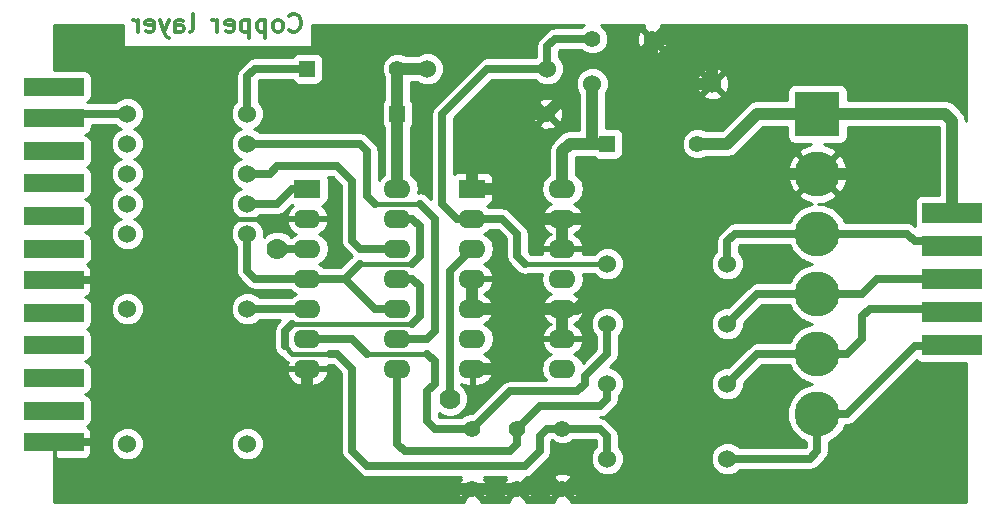
<source format=gbr>
G04 #@! TF.FileFunction,Copper,L2,Bot,Signal*
%FSLAX46Y46*%
G04 Gerber Fmt 4.6, Leading zero omitted, Abs format (unit mm)*
G04 Created by KiCad (PCBNEW 4.0.7) date 09/01/23 19:02:20*
%MOMM*%
%LPD*%
G01*
G04 APERTURE LIST*
%ADD10C,0.150000*%
%ADD11C,0.304800*%
%ADD12R,5.080000X1.524000*%
%ADD13C,3.810000*%
%ADD14R,3.810000X3.810000*%
%ADD15C,1.524000*%
%ADD16R,1.397000X1.397000*%
%ADD17C,1.397000*%
%ADD18R,2.286000X1.574800*%
%ADD19O,2.286000X1.574800*%
%ADD20R,5.080000X1.778000*%
%ADD21C,1.778000*%
%ADD22C,1.016000*%
%ADD23C,0.635000*%
%ADD24C,0.431800*%
%ADD25C,0.254000*%
G04 APERTURE END LIST*
D10*
D11*
X125476001Y-69124286D02*
X125548572Y-69196857D01*
X125766286Y-69269429D01*
X125911429Y-69269429D01*
X126129144Y-69196857D01*
X126274286Y-69051714D01*
X126346858Y-68906571D01*
X126419429Y-68616286D01*
X126419429Y-68398571D01*
X126346858Y-68108286D01*
X126274286Y-67963143D01*
X126129144Y-67818000D01*
X125911429Y-67745429D01*
X125766286Y-67745429D01*
X125548572Y-67818000D01*
X125476001Y-67890571D01*
X124605144Y-69269429D02*
X124750286Y-69196857D01*
X124822858Y-69124286D01*
X124895429Y-68979143D01*
X124895429Y-68543714D01*
X124822858Y-68398571D01*
X124750286Y-68326000D01*
X124605144Y-68253429D01*
X124387429Y-68253429D01*
X124242286Y-68326000D01*
X124169715Y-68398571D01*
X124097144Y-68543714D01*
X124097144Y-68979143D01*
X124169715Y-69124286D01*
X124242286Y-69196857D01*
X124387429Y-69269429D01*
X124605144Y-69269429D01*
X123444001Y-68253429D02*
X123444001Y-69777429D01*
X123444001Y-68326000D02*
X123298858Y-68253429D01*
X123008572Y-68253429D01*
X122863429Y-68326000D01*
X122790858Y-68398571D01*
X122718287Y-68543714D01*
X122718287Y-68979143D01*
X122790858Y-69124286D01*
X122863429Y-69196857D01*
X123008572Y-69269429D01*
X123298858Y-69269429D01*
X123444001Y-69196857D01*
X122065144Y-68253429D02*
X122065144Y-69777429D01*
X122065144Y-68326000D02*
X121920001Y-68253429D01*
X121629715Y-68253429D01*
X121484572Y-68326000D01*
X121412001Y-68398571D01*
X121339430Y-68543714D01*
X121339430Y-68979143D01*
X121412001Y-69124286D01*
X121484572Y-69196857D01*
X121629715Y-69269429D01*
X121920001Y-69269429D01*
X122065144Y-69196857D01*
X120105715Y-69196857D02*
X120250858Y-69269429D01*
X120541144Y-69269429D01*
X120686287Y-69196857D01*
X120758858Y-69051714D01*
X120758858Y-68471143D01*
X120686287Y-68326000D01*
X120541144Y-68253429D01*
X120250858Y-68253429D01*
X120105715Y-68326000D01*
X120033144Y-68471143D01*
X120033144Y-68616286D01*
X120758858Y-68761429D01*
X119380001Y-69269429D02*
X119380001Y-68253429D01*
X119380001Y-68543714D02*
X119307429Y-68398571D01*
X119234858Y-68326000D01*
X119089715Y-68253429D01*
X118944572Y-68253429D01*
X117057715Y-69269429D02*
X117202857Y-69196857D01*
X117275429Y-69051714D01*
X117275429Y-67745429D01*
X115824000Y-69269429D02*
X115824000Y-68471143D01*
X115896571Y-68326000D01*
X116041714Y-68253429D01*
X116332000Y-68253429D01*
X116477143Y-68326000D01*
X115824000Y-69196857D02*
X115969143Y-69269429D01*
X116332000Y-69269429D01*
X116477143Y-69196857D01*
X116549714Y-69051714D01*
X116549714Y-68906571D01*
X116477143Y-68761429D01*
X116332000Y-68688857D01*
X115969143Y-68688857D01*
X115824000Y-68616286D01*
X115243429Y-68253429D02*
X114880572Y-69269429D01*
X114517714Y-68253429D02*
X114880572Y-69269429D01*
X115025714Y-69632286D01*
X115098286Y-69704857D01*
X115243429Y-69777429D01*
X113356571Y-69196857D02*
X113501714Y-69269429D01*
X113792000Y-69269429D01*
X113937143Y-69196857D01*
X114009714Y-69051714D01*
X114009714Y-68471143D01*
X113937143Y-68326000D01*
X113792000Y-68253429D01*
X113501714Y-68253429D01*
X113356571Y-68326000D01*
X113284000Y-68471143D01*
X113284000Y-68616286D01*
X114009714Y-68761429D01*
X112630857Y-69269429D02*
X112630857Y-68253429D01*
X112630857Y-68543714D02*
X112558285Y-68398571D01*
X112485714Y-68326000D01*
X112340571Y-68253429D01*
X112195428Y-68253429D01*
D12*
X105537000Y-104013000D03*
X105537000Y-101346000D03*
X105537000Y-98552000D03*
X105537000Y-95758000D03*
X105537000Y-93091000D03*
X105537000Y-90297000D03*
X105537000Y-87630000D03*
X105537000Y-84836000D03*
X105537000Y-82042000D03*
X105537000Y-79375000D03*
X105537000Y-76581000D03*
X105537000Y-73914000D03*
D13*
X170180000Y-81280000D03*
X170180000Y-86360000D03*
D14*
X170180000Y-76200000D03*
D13*
X170180000Y-91440000D03*
X170180000Y-96520000D03*
X170180000Y-101600000D03*
D15*
X137160000Y-72390000D03*
X147320000Y-72390000D03*
X121920000Y-76200000D03*
X111760000Y-76200000D03*
X162560000Y-88900000D03*
X152400000Y-88900000D03*
X151130000Y-73660000D03*
X161290000Y-73660000D03*
X121920000Y-83820000D03*
X111760000Y-83820000D03*
X121920000Y-92710000D03*
X111760000Y-92710000D03*
X121920000Y-86360000D03*
X111760000Y-86360000D03*
X121920000Y-81280000D03*
X111760000Y-81280000D03*
X121920000Y-78740000D03*
X111760000Y-78740000D03*
X162560000Y-93980000D03*
X152400000Y-93980000D03*
X162560000Y-99060000D03*
X152400000Y-99060000D03*
X162560000Y-105410000D03*
X152400000Y-105410000D03*
X121920000Y-104140000D03*
X111760000Y-104140000D03*
D16*
X134620000Y-76200000D03*
D17*
X147320000Y-76200000D03*
D16*
X152400000Y-78740000D03*
D17*
X160020000Y-78740000D03*
D16*
X127000000Y-72390000D03*
D17*
X134620000Y-72390000D03*
D18*
X140970000Y-82550000D03*
D19*
X140970000Y-85090000D03*
X140970000Y-87630000D03*
X140970000Y-90170000D03*
X140970000Y-92710000D03*
X140970000Y-95250000D03*
X140970000Y-97790000D03*
X148590000Y-97790000D03*
X148590000Y-95250000D03*
X148590000Y-92710000D03*
X148590000Y-90170000D03*
X148590000Y-87630000D03*
X148590000Y-85090000D03*
X148590000Y-82550000D03*
D18*
X127000000Y-82550000D03*
D19*
X127000000Y-85090000D03*
X127000000Y-87630000D03*
X127000000Y-90170000D03*
X127000000Y-92710000D03*
X127000000Y-95250000D03*
X127000000Y-97790000D03*
X134620000Y-97790000D03*
X134620000Y-95250000D03*
X134620000Y-92710000D03*
X134620000Y-90170000D03*
X134620000Y-87630000D03*
X134620000Y-85090000D03*
X134620000Y-82550000D03*
D17*
X140970000Y-102870000D03*
X140970000Y-107950000D03*
X151130000Y-69850000D03*
X156210000Y-69850000D03*
X144780000Y-102870000D03*
X144780000Y-107950000D03*
X148590000Y-102870000D03*
X148590000Y-107950000D03*
D20*
X181610000Y-92964000D03*
X181610000Y-90170000D03*
X181610000Y-87376000D03*
X181610000Y-84582000D03*
X181610000Y-95758000D03*
D21*
X177800000Y-81280000D03*
X139065000Y-100330000D03*
X124460000Y-87630000D03*
D22*
X181610000Y-76835000D02*
X181610000Y-84582000D01*
X162560000Y-78740000D02*
X165100000Y-76200000D01*
X160020000Y-78740000D02*
X162560000Y-78740000D01*
X170180000Y-76200000D02*
X180975000Y-76200000D01*
X181610000Y-76835000D02*
X180975000Y-76200000D01*
X165100000Y-76200000D02*
X170180000Y-76200000D01*
D23*
X165100000Y-96520000D02*
X170180000Y-96520000D01*
X173990000Y-93345000D02*
X174625000Y-92710000D01*
X170180000Y-96520000D02*
X172720000Y-96520000D01*
X181610000Y-92710000D02*
X181610000Y-92964000D01*
X162560000Y-99060000D02*
X165100000Y-96520000D01*
X172720000Y-96520000D02*
X173990000Y-95250000D01*
X173990000Y-95250000D02*
X173990000Y-93345000D01*
X174625000Y-92710000D02*
X181610000Y-92710000D01*
X180975000Y-86995000D02*
X181610000Y-87376000D01*
X163195000Y-86360000D02*
X170180000Y-86360000D01*
X170180000Y-86360000D02*
X177800000Y-86360000D01*
X162560000Y-86995000D02*
X163195000Y-86360000D01*
X178435000Y-86995000D02*
X180975000Y-86995000D01*
X162560000Y-88900000D02*
X162560000Y-86995000D01*
X177800000Y-86360000D02*
X178435000Y-86995000D01*
X170180000Y-91440000D02*
X173990000Y-91440000D01*
X165100000Y-91440000D02*
X170180000Y-91440000D01*
X162560000Y-93980000D02*
X165100000Y-91440000D01*
X173990000Y-91440000D02*
X175260000Y-90170000D01*
X175260000Y-90170000D02*
X181610000Y-90170000D01*
X178435000Y-95885000D02*
X181610000Y-95885000D01*
X170180000Y-104775000D02*
X170180000Y-101600000D01*
X172720000Y-101600000D02*
X178435000Y-95885000D01*
X170180000Y-101600000D02*
X172720000Y-101600000D01*
X162560000Y-105410000D02*
X169545000Y-105410000D01*
X181610000Y-95885000D02*
X181610000Y-95758000D01*
X169545000Y-105410000D02*
X170180000Y-104775000D01*
X111760000Y-76200000D02*
X106045000Y-76200000D01*
X106045000Y-76200000D02*
X105537000Y-76581000D01*
D22*
X148590000Y-85090000D02*
X154305000Y-85090000D01*
X149860000Y-92710000D02*
X148590000Y-92710000D01*
X148590000Y-95250000D02*
X148590000Y-92710000D01*
X148590000Y-87630000D02*
X148590000Y-85090000D01*
X155575000Y-71755000D02*
X156210000Y-71120000D01*
X156210000Y-71120000D02*
X156210000Y-69850000D01*
X147320000Y-76200000D02*
X149225000Y-74295000D01*
X140970000Y-76835000D02*
X141605000Y-76200000D01*
X150495000Y-92075000D02*
X149860000Y-92710000D01*
X154305000Y-92075000D02*
X150495000Y-92075000D01*
X154940000Y-85725000D02*
X154940000Y-91440000D01*
X154305000Y-85090000D02*
X154940000Y-85725000D01*
X140970000Y-82550000D02*
X140970000Y-76835000D01*
X141605000Y-76200000D02*
X147320000Y-76200000D01*
X140970000Y-92710000D02*
X144780000Y-92710000D01*
X140970000Y-97790000D02*
X144145000Y-97790000D01*
X144780000Y-92710000D02*
X148590000Y-92710000D01*
X140970000Y-92710000D02*
X140970000Y-90170000D01*
X144145000Y-97790000D02*
X144780000Y-97155000D01*
X149225000Y-72390000D02*
X149860000Y-71755000D01*
X149225000Y-74295000D02*
X149225000Y-72390000D01*
X146050000Y-85090000D02*
X143510000Y-82550000D01*
X143510000Y-82550000D02*
X140970000Y-82550000D01*
X170180000Y-81280000D02*
X177800000Y-81280000D01*
X154940000Y-91440000D02*
X154305000Y-92075000D01*
X161290000Y-70485000D02*
X161290000Y-73660000D01*
X156210000Y-69850000D02*
X160655000Y-69850000D01*
X160655000Y-69850000D02*
X161290000Y-70485000D01*
X170180000Y-81280000D02*
X158115000Y-81280000D01*
X158115000Y-81280000D02*
X157480000Y-80645000D01*
X158115000Y-73660000D02*
X161290000Y-73660000D01*
X157480000Y-80645000D02*
X157480000Y-74295000D01*
X157480000Y-74295000D02*
X158115000Y-73660000D01*
X140970000Y-107950000D02*
X144780000Y-107950000D01*
X144780000Y-107950000D02*
X148590000Y-107950000D01*
X149860000Y-71755000D02*
X155575000Y-71755000D01*
X156845000Y-107950000D02*
X157480000Y-107315000D01*
X157480000Y-107315000D02*
X157480000Y-80645000D01*
X148590000Y-107950000D02*
X156845000Y-107950000D01*
X117475000Y-85090000D02*
X116840000Y-85725000D01*
X116840000Y-85725000D02*
X116840000Y-89535000D01*
X109220000Y-104140000D02*
X109220000Y-107315000D01*
X109855000Y-107950000D02*
X127000000Y-107950000D01*
D23*
X109855000Y-90297000D02*
X109855000Y-90170000D01*
X105537000Y-90297000D02*
X109855000Y-90297000D01*
X109220000Y-104013000D02*
X109220000Y-104140000D01*
X105537000Y-104013000D02*
X109220000Y-104013000D01*
D22*
X148590000Y-85090000D02*
X146050000Y-85090000D01*
X109220000Y-90805000D02*
X109220000Y-104140000D01*
X127000000Y-107950000D02*
X140970000Y-107950000D01*
X109220000Y-107315000D02*
X109855000Y-107950000D01*
X127000000Y-97790000D02*
X127000000Y-107950000D01*
D24*
X127000000Y-85090000D02*
X117475000Y-85090000D01*
D22*
X144780000Y-97155000D02*
X144780000Y-92710000D01*
X109855000Y-90170000D02*
X109220000Y-90805000D01*
X116205000Y-90170000D02*
X109855000Y-90170000D01*
X116840000Y-89535000D02*
X116205000Y-90170000D01*
D23*
X121920000Y-73025000D02*
X122555000Y-72390000D01*
X121920000Y-76200000D02*
X121920000Y-73025000D01*
X122555000Y-72390000D02*
X127000000Y-72390000D01*
X140970000Y-87630000D02*
X139065000Y-89535000D01*
X139065000Y-89535000D02*
X139065000Y-100330000D01*
X121920000Y-92710000D02*
X127000000Y-92710000D01*
X132080000Y-83185000D02*
X132715000Y-83820000D01*
X136525000Y-83820000D02*
X137795000Y-85090000D01*
X137795000Y-94615000D02*
X137795000Y-85090000D01*
X131445000Y-78740000D02*
X132080000Y-79375000D01*
X132080000Y-79375000D02*
X132080000Y-83185000D01*
X137795000Y-94615000D02*
X137160000Y-95250000D01*
X137160000Y-95250000D02*
X134620000Y-95250000D01*
X121920000Y-78740000D02*
X131445000Y-78740000D01*
D24*
X132715000Y-83820000D02*
X136525000Y-83820000D01*
D23*
X125730000Y-82550000D02*
X127000000Y-82550000D01*
X121920000Y-83820000D02*
X124460000Y-83820000D01*
X124460000Y-83820000D02*
X125730000Y-82550000D01*
X130810000Y-81915000D02*
X129540000Y-80645000D01*
X129540000Y-80645000D02*
X124460000Y-80645000D01*
X131445000Y-87630000D02*
X134620000Y-87630000D01*
X130810000Y-86995000D02*
X130810000Y-81915000D01*
X131445000Y-87630000D02*
X130810000Y-86995000D01*
X121920000Y-81280000D02*
X123825000Y-81280000D01*
X123825000Y-81280000D02*
X124460000Y-80645000D01*
X121920000Y-89535000D02*
X122555000Y-90170000D01*
D24*
X131445000Y-88900000D02*
X135890000Y-88900000D01*
D23*
X130175000Y-90170000D02*
X132715000Y-92710000D01*
X136525000Y-88265000D02*
X136525000Y-85725000D01*
X135890000Y-85090000D02*
X136525000Y-85725000D01*
X121920000Y-86360000D02*
X121920000Y-89535000D01*
X130175000Y-90170000D02*
X131445000Y-88900000D01*
X132715000Y-92710000D02*
X134620000Y-92710000D01*
X122555000Y-90170000D02*
X127000000Y-90170000D01*
X135890000Y-85090000D02*
X134620000Y-85090000D01*
X135890000Y-88900000D02*
X136525000Y-88265000D01*
X127000000Y-90170000D02*
X130175000Y-90170000D01*
D24*
X125730000Y-96520000D02*
X128905000Y-96520000D01*
D23*
X125095000Y-94615000D02*
X125095000Y-95885000D01*
X151765000Y-102870000D02*
X152400000Y-103505000D01*
X128905000Y-96520000D02*
X129540000Y-96520000D01*
X130810000Y-104775000D02*
X132080000Y-106045000D01*
X130810000Y-97790000D02*
X130810000Y-104775000D01*
X129540000Y-96520000D02*
X130810000Y-97790000D01*
D24*
X125730000Y-96520000D02*
X125095000Y-95885000D01*
D23*
X152400000Y-103505000D02*
X152400000Y-105410000D01*
X148590000Y-102870000D02*
X151765000Y-102870000D01*
X136525000Y-93345000D02*
X135890000Y-93980000D01*
X136525000Y-90805000D02*
X136525000Y-93345000D01*
X132080000Y-106045000D02*
X145415000Y-106045000D01*
X135890000Y-90170000D02*
X136525000Y-90805000D01*
X145415000Y-106045000D02*
X146685000Y-104775000D01*
D24*
X135890000Y-93980000D02*
X125730000Y-93980000D01*
D23*
X125730000Y-93980000D02*
X125095000Y-94615000D01*
X134620000Y-90170000D02*
X135890000Y-90170000D01*
X147320000Y-102870000D02*
X148590000Y-102870000D01*
X146685000Y-103505000D02*
X147320000Y-102870000D01*
X146685000Y-104775000D02*
X146685000Y-103505000D01*
X137795000Y-97155000D02*
X137795000Y-99060000D01*
X137160000Y-96520000D02*
X137795000Y-97155000D01*
D24*
X132080000Y-96520000D02*
X137160000Y-96520000D01*
D23*
X140970000Y-102870000D02*
X144145000Y-99695000D01*
X127000000Y-95250000D02*
X130810000Y-95250000D01*
X130810000Y-95250000D02*
X132080000Y-96520000D01*
X137795000Y-102870000D02*
X140970000Y-102870000D01*
X152400000Y-96520000D02*
X152400000Y-93980000D01*
X150495000Y-98425000D02*
X152400000Y-96520000D01*
X137795000Y-99060000D02*
X137160000Y-99695000D01*
X144145000Y-99695000D02*
X149860000Y-99695000D01*
X137160000Y-102235000D02*
X137795000Y-102870000D01*
X149860000Y-99695000D02*
X150495000Y-99060000D01*
X150495000Y-99060000D02*
X150495000Y-98425000D01*
X137160000Y-99695000D02*
X137160000Y-102235000D01*
X152400000Y-100330000D02*
X152400000Y-99060000D01*
X151765000Y-100965000D02*
X152400000Y-100330000D01*
X144145000Y-104775000D02*
X144780000Y-104140000D01*
X134620000Y-104140000D02*
X135255000Y-104775000D01*
X135255000Y-104775000D02*
X144145000Y-104775000D01*
X146685000Y-100965000D02*
X151765000Y-100965000D01*
X144780000Y-102870000D02*
X146685000Y-100965000D01*
X144780000Y-104140000D02*
X144780000Y-102870000D01*
X134620000Y-97790000D02*
X134620000Y-104140000D01*
X127000000Y-87630000D02*
X124460000Y-87630000D01*
D24*
X152400000Y-88900000D02*
X145415000Y-88900000D01*
D23*
X147320000Y-72390000D02*
X147320000Y-70485000D01*
X142240000Y-72390000D02*
X147320000Y-72390000D01*
X138430000Y-83820000D02*
X138430000Y-76200000D01*
X145415000Y-88900000D02*
X144780000Y-88265000D01*
X144780000Y-86360000D02*
X143510000Y-85090000D01*
X147320000Y-70485000D02*
X147955000Y-69850000D01*
X144780000Y-88265000D02*
X144780000Y-86360000D01*
X143510000Y-85090000D02*
X140970000Y-85090000D01*
X147955000Y-69850000D02*
X151130000Y-69850000D01*
X139700000Y-85090000D02*
X138430000Y-83820000D01*
X140970000Y-85090000D02*
X139700000Y-85090000D01*
X138430000Y-76200000D02*
X142240000Y-72390000D01*
D22*
X151130000Y-78740000D02*
X152400000Y-78740000D01*
X148590000Y-82550000D02*
X148590000Y-79375000D01*
X134620000Y-76200000D02*
X134620000Y-72390000D01*
X149225000Y-78740000D02*
X151130000Y-78740000D01*
X137160000Y-72390000D02*
X134620000Y-72390000D01*
X151130000Y-73660000D02*
X151130000Y-78740000D01*
X148590000Y-79375000D02*
X149225000Y-78740000D01*
X134620000Y-82550000D02*
X134620000Y-76200000D01*
D25*
X111415285Y-68707000D02*
X105537000Y-68707000D01*
X150404309Y-68707000D02*
X127344715Y-68707000D01*
X155510058Y-68707000D02*
X151854630Y-68707000D01*
X182753000Y-68707000D02*
X156909943Y-68707000D01*
X111415285Y-68910200D02*
X105537000Y-68910200D01*
X147891154Y-68910200D02*
X127344715Y-68910200D01*
X155456886Y-68910200D02*
X152076049Y-68910200D01*
X182753000Y-68910200D02*
X156963115Y-68910200D01*
X111415285Y-69113400D02*
X105537000Y-69113400D01*
X147375889Y-69113400D02*
X127344715Y-69113400D01*
X155207090Y-69113400D02*
X152268493Y-69113400D01*
X155653005Y-69113400D02*
X155293795Y-69113400D01*
X157126205Y-69113400D02*
X156766995Y-69113400D01*
X182753000Y-69113400D02*
X157212911Y-69113400D01*
X111415285Y-69316600D02*
X105537000Y-69316600D01*
X147141362Y-69316600D02*
X127344715Y-69316600D01*
X154984052Y-69316600D02*
X152352453Y-69316600D01*
X155856205Y-69316600D02*
X155496995Y-69316600D01*
X156923005Y-69316600D02*
X156563795Y-69316600D01*
X182753000Y-69316600D02*
X157445879Y-69316600D01*
X111415285Y-69519800D02*
X105537000Y-69519800D01*
X146938162Y-69519800D02*
X127344715Y-69519800D01*
X154912532Y-69519800D02*
X152436414Y-69519800D01*
X156059405Y-69519800D02*
X155700195Y-69519800D01*
X156719805Y-69519800D02*
X156360595Y-69519800D01*
X182753000Y-69519800D02*
X157527529Y-69519800D01*
X111415285Y-69723000D02*
X105537000Y-69723000D01*
X146734962Y-69723000D02*
X127344715Y-69723000D01*
X154867632Y-69723000D02*
X152463610Y-69723000D01*
X156516605Y-69723000D02*
X155903395Y-69723000D01*
X182753000Y-69723000D02*
X157538568Y-69723000D01*
X111415285Y-69926200D02*
X105537000Y-69926200D01*
X146569829Y-69926200D02*
X127344715Y-69926200D01*
X154878672Y-69926200D02*
X152463433Y-69926200D01*
X156465805Y-69926200D02*
X155954195Y-69926200D01*
X182753000Y-69926200D02*
X157549608Y-69926200D01*
X111415285Y-70129400D02*
X105537000Y-70129400D01*
X146438234Y-70129400D02*
X127344715Y-70129400D01*
X154889711Y-70129400D02*
X152457875Y-70129400D01*
X156110205Y-70129400D02*
X155750995Y-70129400D01*
X156669005Y-70129400D02*
X156309795Y-70129400D01*
X182753000Y-70129400D02*
X157525348Y-70129400D01*
X111415285Y-70332600D02*
X105537000Y-70332600D01*
X146397815Y-70332600D02*
X127344715Y-70332600D01*
X154953078Y-70332600D02*
X152373499Y-70332600D01*
X155907005Y-70332600D02*
X155547795Y-70332600D01*
X156872205Y-70332600D02*
X156512995Y-70332600D01*
X182753000Y-70332600D02*
X157453828Y-70332600D01*
X111415285Y-70535800D02*
X105537000Y-70535800D01*
X146367500Y-70535800D02*
X127344715Y-70535800D01*
X155037247Y-70535800D02*
X152289123Y-70535800D01*
X155703805Y-70535800D02*
X155344595Y-70535800D01*
X157075405Y-70535800D02*
X156716195Y-70535800D01*
X182753000Y-70535800D02*
X157382309Y-70535800D01*
X146367500Y-70739000D02*
X105537000Y-70739000D01*
X155500605Y-70739000D02*
X152126948Y-70739000D01*
X182753000Y-70739000D02*
X156919395Y-70739000D01*
X146367500Y-70942200D02*
X105537000Y-70942200D01*
X150336085Y-70942200D02*
X148272500Y-70942200D01*
X155496764Y-70942200D02*
X151923393Y-70942200D01*
X182753000Y-70942200D02*
X156923235Y-70942200D01*
X125977507Y-71145400D02*
X105537000Y-71145400D01*
X134140201Y-71145400D02*
X128024052Y-71145400D01*
X136513917Y-71145400D02*
X135099950Y-71145400D01*
X146367500Y-71145400D02*
X137805536Y-71145400D01*
X150772390Y-71145400D02*
X148272500Y-71145400D01*
X155873923Y-71145400D02*
X151486854Y-71145400D01*
X182753000Y-71145400D02*
X156599703Y-71145400D01*
X125767254Y-71348600D02*
X105537000Y-71348600D01*
X133775718Y-71348600D02*
X128232435Y-71348600D01*
X146367500Y-71348600D02*
X138094351Y-71348600D01*
X182753000Y-71348600D02*
X148272500Y-71348600D01*
X122127944Y-71551800D02*
X105537000Y-71551800D01*
X133572163Y-71551800D02*
X128319654Y-71551800D01*
X141812944Y-71551800D02*
X138297197Y-71551800D01*
X182753000Y-71551800D02*
X148457197Y-71551800D01*
X121842962Y-71755000D02*
X105537000Y-71755000D01*
X133439783Y-71755000D02*
X128345940Y-71755000D01*
X141527962Y-71755000D02*
X138409180Y-71755000D01*
X182753000Y-71755000D02*
X148569180Y-71755000D01*
X121639762Y-71958200D02*
X105537000Y-71958200D01*
X133355407Y-71958200D02*
X128345940Y-71958200D01*
X141324762Y-71958200D02*
X138493141Y-71958200D01*
X182753000Y-71958200D02*
X148653141Y-71958200D01*
X121436562Y-72161400D02*
X105537000Y-72161400D01*
X133286699Y-72161400D02*
X128345940Y-72161400D01*
X141121562Y-72161400D02*
X138557200Y-72161400D01*
X182753000Y-72161400D02*
X148717200Y-72161400D01*
X121237716Y-72364600D02*
X105537000Y-72364600D01*
X133286522Y-72364600D02*
X128345940Y-72364600D01*
X140918362Y-72364600D02*
X138557022Y-72364600D01*
X150606862Y-72364600D02*
X148717022Y-72364600D01*
X160735102Y-72364600D02*
X151653196Y-72364600D01*
X182753000Y-72364600D02*
X161816519Y-72364600D01*
X121101942Y-72567800D02*
X108346791Y-72567800D01*
X133286345Y-72567800D02*
X128345940Y-72567800D01*
X140715162Y-72567800D02*
X138556845Y-72567800D01*
X150246725Y-72567800D02*
X148716845Y-72567800D01*
X160521513Y-72567800D02*
X152013640Y-72567800D01*
X182753000Y-72567800D02*
X162058488Y-72567800D01*
X121018024Y-72771000D02*
X108586418Y-72771000D01*
X133334576Y-72771000D02*
X128345940Y-72771000D01*
X140511962Y-72771000D02*
X138514444Y-72771000D01*
X150043170Y-72771000D02*
X148674444Y-72771000D01*
X160580605Y-72771000D02*
X152216486Y-72771000D01*
X182753000Y-72771000D02*
X161999395Y-72771000D01*
X120977605Y-72974200D02*
X108690985Y-72974200D01*
X133418537Y-72974200D02*
X128345940Y-72974200D01*
X140308762Y-72974200D02*
X138430068Y-72974200D01*
X149902120Y-72974200D02*
X148590068Y-72974200D01*
X160051427Y-72974200D02*
X152358190Y-72974200D01*
X160783805Y-72974200D02*
X160424595Y-72974200D01*
X162155405Y-72974200D02*
X161796195Y-72974200D01*
X182753000Y-72974200D02*
X162531179Y-72974200D01*
X120967500Y-73177400D02*
X108724440Y-73177400D01*
X133477000Y-73177400D02*
X128327937Y-73177400D01*
X140105562Y-73177400D02*
X138345692Y-73177400D01*
X149817744Y-73177400D02*
X148505692Y-73177400D01*
X159978932Y-73177400D02*
X152442150Y-73177400D01*
X160987005Y-73177400D02*
X160627795Y-73177400D01*
X161952205Y-73177400D02*
X161592995Y-73177400D01*
X182753000Y-73177400D02*
X162615348Y-73177400D01*
X120967500Y-73380600D02*
X108724440Y-73380600D01*
X125734876Y-73380600D02*
X122911438Y-73380600D01*
X133477000Y-73380600D02*
X128267456Y-73380600D01*
X139902362Y-73380600D02*
X138145052Y-73380600D01*
X146334937Y-73380600D02*
X142596438Y-73380600D01*
X149733368Y-73380600D02*
X148305052Y-73380600D01*
X159906437Y-73380600D02*
X152526111Y-73380600D01*
X161190205Y-73380600D02*
X160830995Y-73380600D01*
X161749005Y-73380600D02*
X161389795Y-73380600D01*
X182753000Y-73380600D02*
X162674764Y-73380600D01*
X120967500Y-73583800D02*
X108724440Y-73583800D01*
X125901599Y-73583800D02*
X122872500Y-73583800D01*
X133477000Y-73583800D02*
X128101439Y-73583800D01*
X136392124Y-73583800D02*
X135763000Y-73583800D01*
X139699162Y-73583800D02*
X137929029Y-73583800D01*
X146552124Y-73583800D02*
X142393238Y-73583800D01*
X149733066Y-73583800D02*
X148089029Y-73583800D01*
X159887437Y-73583800D02*
X152527066Y-73583800D01*
X161545805Y-73583800D02*
X161034195Y-73583800D01*
X182753000Y-73583800D02*
X162684935Y-73583800D01*
X120967500Y-73787000D02*
X108724440Y-73787000D01*
X133477000Y-73787000D02*
X122872500Y-73787000D01*
X137159353Y-73787000D02*
X135763000Y-73787000D01*
X139495962Y-73787000D02*
X137437246Y-73787000D01*
X147319353Y-73787000D02*
X142190038Y-73787000D01*
X149732889Y-73787000D02*
X147597246Y-73787000D01*
X159897608Y-73787000D02*
X152526889Y-73787000D01*
X161596605Y-73787000D02*
X160983395Y-73787000D01*
X167891798Y-73787000D02*
X162695105Y-73787000D01*
X182753000Y-73787000D02*
X172466314Y-73787000D01*
X120967500Y-73990200D02*
X108724440Y-73990200D01*
X133477000Y-73990200D02*
X122872500Y-73990200D01*
X139292762Y-73990200D02*
X135763000Y-73990200D01*
X149754879Y-73990200D02*
X141986838Y-73990200D01*
X159907778Y-73990200D02*
X152505538Y-73990200D01*
X161139405Y-73990200D02*
X160780195Y-73990200D01*
X161799805Y-73990200D02*
X161440595Y-73990200D01*
X167714721Y-73990200D02*
X162655439Y-73990200D01*
X182753000Y-73990200D02*
X172643451Y-73990200D01*
X120967500Y-74193400D02*
X108724440Y-74193400D01*
X133477000Y-74193400D02*
X122872500Y-74193400D01*
X139089562Y-74193400D02*
X135763000Y-74193400D01*
X149838840Y-74193400D02*
X141783638Y-74193400D01*
X159985695Y-74193400D02*
X152421162Y-74193400D01*
X160936205Y-74193400D02*
X160576995Y-74193400D01*
X162003005Y-74193400D02*
X161643795Y-74193400D01*
X167648135Y-74193400D02*
X162582944Y-74193400D01*
X182753000Y-74193400D02*
X172713323Y-74193400D01*
X120967500Y-74396600D02*
X108724440Y-74396600D01*
X133477000Y-74396600D02*
X122872500Y-74396600D01*
X138886362Y-74396600D02*
X135763000Y-74396600D01*
X149922800Y-74396600D02*
X141580438Y-74396600D01*
X160086628Y-74396600D02*
X152336786Y-74396600D01*
X160733005Y-74396600D02*
X160373795Y-74396600D01*
X162206205Y-74396600D02*
X161846995Y-74396600D01*
X167627560Y-74396600D02*
X162493371Y-74396600D01*
X182753000Y-74396600D02*
X172732440Y-74396600D01*
X120967500Y-74599800D02*
X108724440Y-74599800D01*
X133477000Y-74599800D02*
X122872500Y-74599800D01*
X138683162Y-74599800D02*
X135763000Y-74599800D01*
X149987000Y-74599800D02*
X141377238Y-74599800D01*
X160529805Y-74599800D02*
X152273000Y-74599800D01*
X167627560Y-74599800D02*
X162050195Y-74599800D01*
X182753000Y-74599800D02*
X172732440Y-74599800D01*
X111482754Y-74803000D02*
X108698721Y-74803000D01*
X120967500Y-74803000D02*
X111760647Y-74803000D01*
X133477000Y-74803000D02*
X122872500Y-74803000D01*
X138479962Y-74803000D02*
X135763000Y-74803000D01*
X149987000Y-74803000D02*
X141174038Y-74803000D01*
X160536083Y-74803000D02*
X152273000Y-74803000D01*
X167627560Y-74803000D02*
X162043916Y-74803000D01*
X182753000Y-74803000D02*
X172732440Y-74803000D01*
X110990971Y-75006200D02*
X108619924Y-75006200D01*
X120967500Y-75006200D02*
X112527876Y-75006200D01*
X133477000Y-75006200D02*
X122872500Y-75006200D01*
X138276762Y-75006200D02*
X135763000Y-75006200D01*
X146685013Y-75006200D02*
X140970838Y-75006200D01*
X149987000Y-75006200D02*
X147944741Y-75006200D01*
X160905872Y-75006200D02*
X152273000Y-75006200D01*
X167627560Y-75006200D02*
X161722256Y-75006200D01*
X182753000Y-75006200D02*
X172732440Y-75006200D01*
X110774948Y-75209400D02*
X108420730Y-75209400D01*
X120934948Y-75209400D02*
X112745063Y-75209400D01*
X133352544Y-75209400D02*
X122905063Y-75209400D01*
X138073562Y-75209400D02*
X135885124Y-75209400D01*
X146580179Y-75209400D02*
X140767638Y-75209400D01*
X149987000Y-75209400D02*
X148059822Y-75209400D01*
X164564724Y-75209400D02*
X152273000Y-75209400D01*
X182753000Y-75209400D02*
X181510277Y-75209400D01*
X120734308Y-75412600D02*
X112946210Y-75412600D01*
X133292063Y-75412600D02*
X123106210Y-75412600D01*
X137870362Y-75412600D02*
X135949213Y-75412600D01*
X146712205Y-75412600D02*
X140564438Y-75412600D01*
X149987000Y-75412600D02*
X147927795Y-75412600D01*
X164270954Y-75412600D02*
X152273000Y-75412600D01*
X182753000Y-75412600D02*
X181804046Y-75412600D01*
X120649932Y-75615800D02*
X113030170Y-75615800D01*
X133274060Y-75615800D02*
X123190170Y-75615800D01*
X137696800Y-75615800D02*
X135965940Y-75615800D01*
X146111932Y-75615800D02*
X140361238Y-75615800D01*
X146915405Y-75615800D02*
X146556195Y-75615800D01*
X148083805Y-75615800D02*
X147724595Y-75615800D01*
X149987000Y-75615800D02*
X148534837Y-75615800D01*
X164067754Y-75615800D02*
X152273000Y-75615800D01*
X182753000Y-75615800D02*
X182007246Y-75615800D01*
X120565556Y-75819000D02*
X113114131Y-75819000D01*
X133274060Y-75819000D02*
X123274131Y-75819000D01*
X137561026Y-75819000D02*
X135965940Y-75819000D01*
X146040412Y-75819000D02*
X140158038Y-75819000D01*
X147118605Y-75819000D02*
X146759395Y-75819000D01*
X147880605Y-75819000D02*
X147521395Y-75819000D01*
X149987000Y-75819000D02*
X148619006Y-75819000D01*
X163864554Y-75819000D02*
X152273000Y-75819000D01*
X182753000Y-75819000D02*
X182210446Y-75819000D01*
X120523155Y-76022200D02*
X113157155Y-76022200D01*
X133274060Y-76022200D02*
X123317155Y-76022200D01*
X137512867Y-76022200D02*
X135965940Y-76022200D01*
X145974872Y-76022200D02*
X139954838Y-76022200D01*
X147677405Y-76022200D02*
X146962595Y-76022200D01*
X149987000Y-76022200D02*
X148645808Y-76022200D01*
X163661354Y-76022200D02*
X152273000Y-76022200D01*
X182753000Y-76022200D02*
X182413646Y-76022200D01*
X120522978Y-76225400D02*
X113156978Y-76225400D01*
X133274060Y-76225400D02*
X123316978Y-76225400D01*
X137477500Y-76225400D02*
X135965940Y-76225400D01*
X145985912Y-76225400D02*
X139751638Y-76225400D01*
X147525005Y-76225400D02*
X147114995Y-76225400D01*
X149987000Y-76225400D02*
X148656848Y-76225400D01*
X163458154Y-76225400D02*
X152273000Y-76225400D01*
X182753000Y-76225400D02*
X182550939Y-76225400D01*
X120522800Y-76428600D02*
X113156801Y-76428600D01*
X133274060Y-76428600D02*
X123316801Y-76428600D01*
X137477500Y-76428600D02*
X135965940Y-76428600D01*
X145996951Y-76428600D02*
X139548438Y-76428600D01*
X147271005Y-76428600D02*
X146911795Y-76428600D01*
X147728205Y-76428600D02*
X147368995Y-76428600D01*
X149987000Y-76428600D02*
X148653228Y-76428600D01*
X163254954Y-76428600D02*
X152273000Y-76428600D01*
X182753000Y-76428600D02*
X182672162Y-76428600D01*
X120586859Y-76631800D02*
X113093350Y-76631800D01*
X133274060Y-76631800D02*
X123253350Y-76631800D01*
X137477500Y-76631800D02*
X135965940Y-76631800D01*
X146042036Y-76631800D02*
X139382500Y-76631800D01*
X147067805Y-76631800D02*
X146708595Y-76631800D01*
X147931405Y-76631800D02*
X147572195Y-76631800D01*
X149987000Y-76631800D02*
X148581708Y-76631800D01*
X163051754Y-76631800D02*
X152273000Y-76631800D01*
X182753000Y-76631800D02*
X182712581Y-76631800D01*
X120670820Y-76835000D02*
X113008974Y-76835000D01*
X133274060Y-76835000D02*
X123168974Y-76835000D01*
X137477500Y-76835000D02*
X135965940Y-76835000D01*
X146126205Y-76835000D02*
X139382500Y-76835000D01*
X146864605Y-76835000D02*
X146505395Y-76835000D01*
X148134605Y-76835000D02*
X147775395Y-76835000D01*
X149987000Y-76835000D02*
X148510189Y-76835000D01*
X162848554Y-76835000D02*
X152273000Y-76835000D01*
X120782803Y-77038200D02*
X112897718Y-77038200D01*
X133300346Y-77038200D02*
X123057718Y-77038200D01*
X137477500Y-77038200D02*
X135937650Y-77038200D01*
X146661405Y-77038200D02*
X139382500Y-77038200D01*
X149987000Y-77038200D02*
X147978595Y-77038200D01*
X162645354Y-77038200D02*
X152273000Y-77038200D01*
X110825648Y-77241400D02*
X108724440Y-77241400D01*
X120985649Y-77241400D02*
X112694163Y-77241400D01*
X133387565Y-77241400D02*
X122854163Y-77241400D01*
X137477500Y-77241400D02*
X135852746Y-77241400D01*
X146593471Y-77241400D02*
X139382500Y-77241400D01*
X149987000Y-77241400D02*
X148046528Y-77241400D01*
X162442154Y-77241400D02*
X152273000Y-77241400D01*
X111114464Y-77444600D02*
X108703865Y-77444600D01*
X121274464Y-77444600D02*
X112406084Y-77444600D01*
X133477000Y-77444600D02*
X122566084Y-77444600D01*
X137477500Y-77444600D02*
X135763000Y-77444600D01*
X146839591Y-77444600D02*
X139382500Y-77444600D01*
X149987000Y-77444600D02*
X147832345Y-77444600D01*
X159663146Y-77444600D02*
X153348075Y-77444600D01*
X162238954Y-77444600D02*
X160377610Y-77444600D01*
X167627560Y-77444600D02*
X165471846Y-77444600D01*
X180467000Y-77444600D02*
X172732440Y-77444600D01*
X110876725Y-77647800D02*
X108637279Y-77647800D01*
X121036725Y-77647800D02*
X112643640Y-77647800D01*
X133477000Y-77647800D02*
X122803640Y-77647800D01*
X137477500Y-77647800D02*
X135763000Y-77647800D01*
X148969613Y-77647800D02*
X139382500Y-77647800D01*
X159226607Y-77647800D02*
X153599746Y-77647800D01*
X167627560Y-77647800D02*
X165268646Y-77647800D01*
X180467000Y-77647800D02*
X172732440Y-77647800D01*
X110673170Y-77851000D02*
X108460202Y-77851000D01*
X120833170Y-77851000D02*
X112846486Y-77851000D01*
X133477000Y-77851000D02*
X131764235Y-77851000D01*
X137477500Y-77851000D02*
X135763000Y-77851000D01*
X148537669Y-77851000D02*
X139382500Y-77851000D01*
X159023052Y-77851000D02*
X153710095Y-77851000D01*
X167627560Y-77851000D02*
X165065446Y-77851000D01*
X180467000Y-77851000D02*
X172732440Y-77851000D01*
X110532120Y-78054200D02*
X108383965Y-78054200D01*
X120692120Y-78054200D02*
X112988190Y-78054200D01*
X133477000Y-78054200D02*
X132100140Y-78054200D01*
X137477500Y-78054200D02*
X135763000Y-78054200D01*
X148294354Y-78054200D02*
X139382500Y-78054200D01*
X158860877Y-78054200D02*
X153745940Y-78054200D01*
X167627560Y-78054200D02*
X164862246Y-78054200D01*
X180467000Y-78054200D02*
X172732440Y-78054200D01*
X110447744Y-78257400D02*
X108602763Y-78257400D01*
X120607744Y-78257400D02*
X113072150Y-78257400D01*
X133477000Y-78257400D02*
X132309438Y-78257400D01*
X137477500Y-78257400D02*
X135763000Y-78257400D01*
X148091154Y-78257400D02*
X139382500Y-78257400D01*
X158776501Y-78257400D02*
X153745940Y-78257400D01*
X167656236Y-78257400D02*
X164659046Y-78257400D01*
X180467000Y-78257400D02*
X172701578Y-78257400D01*
X110363368Y-78460600D02*
X108695764Y-78460600D01*
X120523368Y-78460600D02*
X113156111Y-78460600D01*
X133477000Y-78460600D02*
X132512638Y-78460600D01*
X137477500Y-78460600D02*
X135763000Y-78460600D01*
X147887954Y-78460600D02*
X139382500Y-78460600D01*
X158692125Y-78460600D02*
X153745940Y-78460600D01*
X167749237Y-78460600D02*
X164455846Y-78460600D01*
X180467000Y-78460600D02*
X172610569Y-78460600D01*
X110363066Y-78663800D02*
X108724440Y-78663800D01*
X120523066Y-78663800D02*
X113157067Y-78663800D01*
X133477000Y-78663800D02*
X132715838Y-78663800D01*
X137477500Y-78663800D02*
X135763000Y-78663800D01*
X147716949Y-78663800D02*
X139382500Y-78663800D01*
X158686566Y-78663800D02*
X153745940Y-78663800D01*
X167968035Y-78663800D02*
X164252646Y-78663800D01*
X180467000Y-78663800D02*
X172389257Y-78663800D01*
X110362889Y-78867000D02*
X108724440Y-78867000D01*
X120522889Y-78867000D02*
X113156889Y-78867000D01*
X133477000Y-78867000D02*
X132864116Y-78867000D01*
X137477500Y-78867000D02*
X135763000Y-78867000D01*
X147581175Y-78867000D02*
X139382500Y-78867000D01*
X158686389Y-78867000D02*
X153745940Y-78867000D01*
X169355552Y-78867000D02*
X164049446Y-78867000D01*
X180467000Y-78867000D02*
X170987627Y-78867000D01*
X110384879Y-79070200D02*
X108724440Y-79070200D01*
X120544879Y-79070200D02*
X113135538Y-79070200D01*
X133477000Y-79070200D02*
X132971872Y-79070200D01*
X137477500Y-79070200D02*
X135763000Y-79070200D01*
X147507629Y-79070200D02*
X139382500Y-79070200D01*
X158713586Y-79070200D02*
X153745940Y-79070200D01*
X168864984Y-79070200D02*
X163846246Y-79070200D01*
X180467000Y-79070200D02*
X171492106Y-79070200D01*
X110468840Y-79273400D02*
X108724440Y-79273400D01*
X120628840Y-79273400D02*
X113051162Y-79273400D01*
X133477000Y-79273400D02*
X133012291Y-79273400D01*
X137477500Y-79273400D02*
X135763000Y-79273400D01*
X147467210Y-79273400D02*
X139382500Y-79273400D01*
X158797547Y-79273400D02*
X153745940Y-79273400D01*
X168669200Y-79273400D02*
X163643046Y-79273400D01*
X180467000Y-79273400D02*
X171690801Y-79273400D01*
X110552800Y-79476600D02*
X108724440Y-79476600D01*
X120712800Y-79476600D02*
X112966786Y-79476600D01*
X133477000Y-79476600D02*
X133032500Y-79476600D01*
X137477500Y-79476600D02*
X135763000Y-79476600D01*
X147447000Y-79476600D02*
X139382500Y-79476600D01*
X158881507Y-79476600D02*
X153738224Y-79476600D01*
X168556205Y-79476600D02*
X163439846Y-79476600D01*
X180467000Y-79476600D02*
X171803795Y-79476600D01*
X110724226Y-79679800D02*
X108724440Y-79679800D01*
X120884226Y-79679800D02*
X112795941Y-79679800D01*
X133477000Y-79679800D02*
X133032500Y-79679800D01*
X137477500Y-79679800D02*
X135763000Y-79679800D01*
X147447000Y-79679800D02*
X139382500Y-79679800D01*
X159073951Y-79679800D02*
X153697075Y-79679800D01*
X168327615Y-79679800D02*
X163171303Y-79679800D01*
X168759405Y-79679800D02*
X168400195Y-79679800D01*
X171959805Y-79679800D02*
X171600595Y-79679800D01*
X180467000Y-79679800D02*
X172032386Y-79679800D01*
X110927071Y-79883000D02*
X108724440Y-79883000D01*
X121087071Y-79883000D02*
X112592386Y-79883000D01*
X133477000Y-79883000D02*
X133032500Y-79883000D01*
X137477500Y-79883000D02*
X135763000Y-79883000D01*
X147447000Y-79883000D02*
X139382500Y-79883000D01*
X151232944Y-79883000D02*
X149733000Y-79883000D01*
X159295371Y-79883000D02*
X153563326Y-79883000D01*
X168004395Y-79883000D02*
X160745691Y-79883000D01*
X168962605Y-79883000D02*
X168603395Y-79883000D01*
X171756605Y-79883000D02*
X171397395Y-79883000D01*
X180467000Y-79883000D02*
X172355842Y-79883000D01*
X110990971Y-80086200D02*
X108724440Y-80086200D01*
X121150971Y-80086200D02*
X112527876Y-80086200D01*
X133477000Y-80086200D02*
X133032500Y-80086200D01*
X137477500Y-80086200D02*
X135763000Y-80086200D01*
X147447000Y-80086200D02*
X139382500Y-80086200D01*
X167922548Y-80086200D02*
X149733000Y-80086200D01*
X169165805Y-80086200D02*
X168806595Y-80086200D01*
X171553405Y-80086200D02*
X171194195Y-80086200D01*
X180467000Y-80086200D02*
X172440010Y-80086200D01*
X110774948Y-80289400D02*
X108693578Y-80289400D01*
X120934948Y-80289400D02*
X112745063Y-80289400D01*
X133477000Y-80289400D02*
X133032500Y-80289400D01*
X137477500Y-80289400D02*
X135763000Y-80289400D01*
X147447000Y-80289400D02*
X139382500Y-80289400D01*
X167840701Y-80289400D02*
X149733000Y-80289400D01*
X169369005Y-80289400D02*
X169009795Y-80289400D01*
X171350205Y-80289400D02*
X170990995Y-80289400D01*
X180467000Y-80289400D02*
X172524178Y-80289400D01*
X110574308Y-80492600D02*
X108602569Y-80492600D01*
X120734308Y-80492600D02*
X112946210Y-80492600D01*
X133477000Y-80492600D02*
X133032500Y-80492600D01*
X137477500Y-80492600D02*
X135763000Y-80492600D01*
X147447000Y-80492600D02*
X139382500Y-80492600D01*
X167758854Y-80492600D02*
X149733000Y-80492600D01*
X169572205Y-80492600D02*
X169212995Y-80492600D01*
X171147005Y-80492600D02*
X170787795Y-80492600D01*
X180467000Y-80492600D02*
X172608347Y-80492600D01*
X110489932Y-80695800D02*
X108381257Y-80695800D01*
X120649932Y-80695800D02*
X113030170Y-80695800D01*
X133477000Y-80695800D02*
X133032500Y-80695800D01*
X137477500Y-80695800D02*
X135763000Y-80695800D01*
X147447000Y-80695800D02*
X139382500Y-80695800D01*
X167677006Y-80695800D02*
X149733000Y-80695800D01*
X169775405Y-80695800D02*
X169416195Y-80695800D01*
X170943805Y-80695800D02*
X170584595Y-80695800D01*
X180467000Y-80695800D02*
X172692515Y-80695800D01*
X110405556Y-80899000D02*
X108586418Y-80899000D01*
X120565556Y-80899000D02*
X113114131Y-80899000D01*
X133477000Y-80899000D02*
X133032500Y-80899000D01*
X137477500Y-80899000D02*
X135763000Y-80899000D01*
X147447000Y-80899000D02*
X139382500Y-80899000D01*
X167636148Y-80899000D02*
X149733000Y-80899000D01*
X169978605Y-80899000D02*
X169619395Y-80899000D01*
X170740605Y-80899000D02*
X170381395Y-80899000D01*
X180467000Y-80899000D02*
X172716393Y-80899000D01*
X110363155Y-81102200D02*
X108690985Y-81102200D01*
X120523155Y-81102200D02*
X113157155Y-81102200D01*
X133477000Y-81102200D02*
X133032500Y-81102200D01*
X137477500Y-81102200D02*
X135763000Y-81102200D01*
X147447000Y-81102200D02*
X139382500Y-81102200D01*
X167638137Y-81102200D02*
X149733000Y-81102200D01*
X170537405Y-81102200D02*
X169822595Y-81102200D01*
X180467000Y-81102200D02*
X172718382Y-81102200D01*
X110362978Y-81305400D02*
X108724440Y-81305400D01*
X120522978Y-81305400D02*
X113156978Y-81305400D01*
X133477000Y-81305400D02*
X133032500Y-81305400D01*
X137477500Y-81305400D02*
X135763000Y-81305400D01*
X139386174Y-81305400D02*
X139382500Y-81305400D01*
X141097000Y-81305400D02*
X140843000Y-81305400D01*
X147447000Y-81305400D02*
X142553826Y-81305400D01*
X167640126Y-81305400D02*
X149733000Y-81305400D01*
X170385005Y-81305400D02*
X169974995Y-81305400D01*
X180467000Y-81305400D02*
X172720371Y-81305400D01*
X110362800Y-81508600D02*
X108724440Y-81508600D01*
X120522800Y-81508600D02*
X113156801Y-81508600D01*
X133277074Y-81508600D02*
X133032500Y-81508600D01*
X137477500Y-81508600D02*
X135962927Y-81508600D01*
X141097000Y-81508600D02*
X140843000Y-81508600D01*
X147247074Y-81508600D02*
X142695109Y-81508600D01*
X167642115Y-81508600D02*
X149932927Y-81508600D01*
X170131005Y-81508600D02*
X169771795Y-81508600D01*
X170588205Y-81508600D02*
X170228995Y-81508600D01*
X180467000Y-81508600D02*
X172722360Y-81508600D01*
X110426859Y-81711800D02*
X108724440Y-81711800D01*
X120586859Y-81711800D02*
X113093350Y-81711800D01*
X133111799Y-81711800D02*
X133032500Y-81711800D01*
X137477500Y-81711800D02*
X136128202Y-81711800D01*
X141097000Y-81711800D02*
X140843000Y-81711800D01*
X147081799Y-81711800D02*
X142748000Y-81711800D01*
X167644104Y-81711800D02*
X150098202Y-81711800D01*
X169927805Y-81711800D02*
X169568595Y-81711800D01*
X170791405Y-81711800D02*
X170432195Y-81711800D01*
X180467000Y-81711800D02*
X172724349Y-81711800D01*
X110510820Y-81915000D02*
X108724440Y-81915000D01*
X120670820Y-81915000D02*
X113008974Y-81915000D01*
X137477500Y-81915000D02*
X136263975Y-81915000D01*
X141097000Y-81915000D02*
X140843000Y-81915000D01*
X146946026Y-81915000D02*
X142748000Y-81915000D01*
X167688527Y-81915000D02*
X150233975Y-81915000D01*
X169724605Y-81915000D02*
X169365395Y-81915000D01*
X170994605Y-81915000D02*
X170635395Y-81915000D01*
X180467000Y-81915000D02*
X172662532Y-81915000D01*
X110622803Y-82118200D02*
X108724440Y-82118200D01*
X120782803Y-82118200D02*
X112897718Y-82118200D01*
X137477500Y-82118200D02*
X136346943Y-82118200D01*
X141097000Y-82118200D02*
X140843000Y-82118200D01*
X146863058Y-82118200D02*
X142748000Y-82118200D01*
X167772695Y-82118200D02*
X150316943Y-82118200D01*
X169521405Y-82118200D02*
X169162195Y-82118200D01*
X171197805Y-82118200D02*
X170838595Y-82118200D01*
X180467000Y-82118200D02*
X172580685Y-82118200D01*
X110825649Y-82321400D02*
X108724440Y-82321400D01*
X120985649Y-82321400D02*
X112694163Y-82321400D01*
X137477500Y-82321400D02*
X136387362Y-82321400D01*
X141097000Y-82321400D02*
X140843000Y-82321400D01*
X146822639Y-82321400D02*
X142690850Y-82321400D01*
X167856864Y-82321400D02*
X150357362Y-82321400D01*
X169318205Y-82321400D02*
X168958995Y-82321400D01*
X171401005Y-82321400D02*
X171041795Y-82321400D01*
X180467000Y-82321400D02*
X172498837Y-82321400D01*
X111114464Y-82524600D02*
X108724440Y-82524600D01*
X121274464Y-82524600D02*
X112406084Y-82524600D01*
X137477500Y-82524600D02*
X136427781Y-82524600D01*
X146782220Y-82524600D02*
X140823000Y-82524600D01*
X167941032Y-82524600D02*
X150397781Y-82524600D01*
X169115005Y-82524600D02*
X168755795Y-82524600D01*
X171604205Y-82524600D02*
X171244995Y-82524600D01*
X180467000Y-82524600D02*
X172416990Y-82524600D01*
X110876725Y-82727800D02*
X108724440Y-82727800D01*
X121036725Y-82727800D02*
X112643640Y-82727800D01*
X137477500Y-82727800D02*
X136397466Y-82727800D01*
X146812533Y-82727800D02*
X142640050Y-82727800D01*
X168064724Y-82727800D02*
X150367466Y-82727800D01*
X168911805Y-82727800D02*
X168552595Y-82727800D01*
X171807405Y-82727800D02*
X171448195Y-82727800D01*
X180467000Y-82727800D02*
X172295275Y-82727800D01*
X110673170Y-82931000D02*
X108698721Y-82931000D01*
X120833170Y-82931000D02*
X112846486Y-82931000D01*
X137477500Y-82931000D02*
X136844235Y-82931000D01*
X146852952Y-82931000D02*
X142748000Y-82931000D01*
X168708605Y-82931000D02*
X150327047Y-82931000D01*
X180467000Y-82931000D02*
X171651395Y-82931000D01*
X110532120Y-83134200D02*
X108619924Y-83134200D01*
X120692120Y-83134200D02*
X112988190Y-83134200D01*
X137477500Y-83134200D02*
X137180140Y-83134200D01*
X146912081Y-83134200D02*
X142748000Y-83134200D01*
X168580851Y-83134200D02*
X150267918Y-83134200D01*
X178765743Y-83134200D02*
X171779148Y-83134200D01*
X110447744Y-83337400D02*
X108420730Y-83337400D01*
X120607744Y-83337400D02*
X113072150Y-83337400D01*
X137477500Y-83337400D02*
X137389438Y-83337400D01*
X147047855Y-83337400D02*
X142748000Y-83337400D01*
X168698649Y-83337400D02*
X150132144Y-83337400D01*
X178544431Y-83337400D02*
X171661350Y-83337400D01*
X110363368Y-83540600D02*
X108421139Y-83540600D01*
X120523368Y-83540600D02*
X113156111Y-83540600D01*
X147183629Y-83540600D02*
X142716150Y-83540600D01*
X168994014Y-83540600D02*
X149996370Y-83540600D01*
X178453422Y-83540600D02*
X171372374Y-83540600D01*
X110363066Y-83743800D02*
X108619107Y-83743800D01*
X120523066Y-83743800D02*
X113157067Y-83743800D01*
X147475156Y-83743800D02*
X142604625Y-83743800D01*
X169498494Y-83743800D02*
X149704843Y-83743800D01*
X178422560Y-83743800D02*
X170881807Y-83743800D01*
X110362889Y-83947000D02*
X108700544Y-83947000D01*
X120522889Y-83947000D02*
X113156889Y-83947000D01*
X147420632Y-83947000D02*
X142300630Y-83947000D01*
X169368551Y-83947000D02*
X149759369Y-83947000D01*
X178422560Y-83947000D02*
X170992242Y-83947000D01*
X110384879Y-84150200D02*
X108724440Y-84150200D01*
X120544879Y-84150200D02*
X113135538Y-84150200D01*
X147168373Y-84150200D02*
X143573847Y-84150200D01*
X168876769Y-84150200D02*
X150011628Y-84150200D01*
X178422560Y-84150200D02*
X171481601Y-84150200D01*
X110468840Y-84353400D02*
X108724440Y-84353400D01*
X120628840Y-84353400D02*
X113051162Y-84353400D01*
X147040811Y-84353400D02*
X144089112Y-84353400D01*
X168594864Y-84353400D02*
X150139190Y-84353400D01*
X178422560Y-84353400D02*
X171765872Y-84353400D01*
X110552800Y-84556600D02*
X108724440Y-84556600D01*
X120712800Y-84556600D02*
X112966786Y-84556600D01*
X146929802Y-84556600D02*
X144323638Y-84556600D01*
X168391309Y-84556600D02*
X150250199Y-84556600D01*
X178422560Y-84556600D02*
X171968718Y-84556600D01*
X110724226Y-84759800D02*
X108724440Y-84759800D01*
X120884226Y-84759800D02*
X112795941Y-84759800D01*
X146864349Y-84759800D02*
X144526838Y-84759800D01*
X168187754Y-84759800D02*
X150315650Y-84759800D01*
X178422560Y-84759800D02*
X172171563Y-84759800D01*
X110927071Y-84963000D02*
X108724440Y-84963000D01*
X121087071Y-84963000D02*
X112592386Y-84963000D01*
X168009814Y-84963000D02*
X144730038Y-84963000D01*
X178422560Y-84963000D02*
X172351056Y-84963000D01*
X110990971Y-85166200D02*
X108724440Y-85166200D01*
X121150971Y-85166200D02*
X112527876Y-85166200D01*
X167925438Y-85166200D02*
X144933238Y-85166200D01*
X178422560Y-85166200D02*
X172435016Y-85166200D01*
X110774948Y-85369400D02*
X108724440Y-85369400D01*
X120934948Y-85369400D02*
X112745063Y-85369400D01*
X146892549Y-85369400D02*
X145136438Y-85369400D01*
X148717000Y-85369400D02*
X148463000Y-85369400D01*
X167841062Y-85369400D02*
X150287452Y-85369400D01*
X178422560Y-85369400D02*
X172518977Y-85369400D01*
X110574308Y-85572600D02*
X108724440Y-85572600D01*
X120734308Y-85572600D02*
X112946210Y-85572600D01*
X146902049Y-85572600D02*
X145339638Y-85572600D01*
X148717000Y-85572600D02*
X148463000Y-85572600D01*
X162691916Y-85572600D02*
X150277950Y-85572600D01*
X178441677Y-85572600D02*
X178303085Y-85572600D01*
X110489932Y-85775800D02*
X108688434Y-85775800D01*
X120649932Y-85775800D02*
X113030170Y-85775800D01*
X147013058Y-85775800D02*
X145513201Y-85775800D01*
X148717000Y-85775800D02*
X148463000Y-85775800D01*
X162432162Y-85775800D02*
X150166941Y-85775800D01*
X110405556Y-85979000D02*
X108585213Y-85979000D01*
X120565556Y-85979000D02*
X113114131Y-85979000D01*
X147124066Y-85979000D02*
X145648975Y-85979000D01*
X148717000Y-85979000D02*
X148463000Y-85979000D01*
X162228962Y-85979000D02*
X150055933Y-85979000D01*
X110363155Y-86182200D02*
X108341784Y-86182200D01*
X120523155Y-86182200D02*
X113157155Y-86182200D01*
X143255162Y-86182200D02*
X142236898Y-86182200D01*
X147357566Y-86182200D02*
X145697134Y-86182200D01*
X148717000Y-86182200D02*
X148463000Y-86182200D01*
X162025762Y-86182200D02*
X149822433Y-86182200D01*
X110362978Y-86385400D02*
X108495488Y-86385400D01*
X120522978Y-86385400D02*
X113156978Y-86385400D01*
X143458362Y-86385400D02*
X142008815Y-86385400D01*
X147546762Y-86385400D02*
X145732500Y-86385400D01*
X148717000Y-86385400D02*
X148463000Y-86385400D01*
X161843772Y-86385400D02*
X149633239Y-86385400D01*
X110362800Y-86588600D02*
X108651796Y-86588600D01*
X120522800Y-86588600D02*
X113156801Y-86588600D01*
X143661562Y-86588600D02*
X142312927Y-86588600D01*
X147294502Y-86588600D02*
X145732500Y-86588600D01*
X148717000Y-86588600D02*
X148463000Y-86588600D01*
X161707998Y-86588600D02*
X149885499Y-86588600D01*
X110426859Y-86791800D02*
X108710102Y-86791800D01*
X120586859Y-86791800D02*
X113093350Y-86791800D01*
X143827500Y-86791800D02*
X142478202Y-86791800D01*
X147096315Y-86791800D02*
X145732500Y-86791800D01*
X148717000Y-86791800D02*
X148463000Y-86791800D01*
X161647920Y-86791800D02*
X150083686Y-86791800D01*
X110510820Y-86995000D02*
X108724440Y-86995000D01*
X120670820Y-86995000D02*
X113008974Y-86995000D01*
X143827500Y-86995000D02*
X142613975Y-86995000D01*
X146985306Y-86995000D02*
X145732500Y-86995000D01*
X148717000Y-86995000D02*
X148463000Y-86995000D01*
X161607500Y-86995000D02*
X150194695Y-86995000D01*
X110622803Y-87198200D02*
X108724440Y-87198200D01*
X120782803Y-87198200D02*
X112897718Y-87198200D01*
X143827500Y-87198200D02*
X142696943Y-87198200D01*
X146874298Y-87198200D02*
X145732500Y-87198200D01*
X148717000Y-87198200D02*
X148463000Y-87198200D01*
X161607500Y-87198200D02*
X150305703Y-87198200D01*
X110825649Y-87401400D02*
X108724440Y-87401400D01*
X120967500Y-87401400D02*
X112694163Y-87401400D01*
X143827500Y-87401400D02*
X142737362Y-87401400D01*
X146920748Y-87401400D02*
X145732500Y-87401400D01*
X148717000Y-87401400D02*
X148463000Y-87401400D01*
X161607500Y-87401400D02*
X150259251Y-87401400D01*
X167862013Y-87401400D02*
X163512500Y-87401400D01*
X111114464Y-87604600D02*
X108724440Y-87604600D01*
X120967500Y-87604600D02*
X112406083Y-87604600D01*
X143827500Y-87604600D02*
X142777781Y-87604600D01*
X151876862Y-87604600D02*
X145732500Y-87604600D01*
X161607500Y-87604600D02*
X152923196Y-87604600D01*
X167945974Y-87604600D02*
X163512500Y-87604600D01*
X120967500Y-87807800D02*
X108724440Y-87807800D01*
X143827500Y-87807800D02*
X142747466Y-87807800D01*
X146948949Y-87807800D02*
X145732500Y-87807800D01*
X151516725Y-87807800D02*
X150231052Y-87807800D01*
X161607500Y-87807800D02*
X153283640Y-87807800D01*
X168036303Y-87807800D02*
X163512500Y-87807800D01*
X120967500Y-88011000D02*
X108724440Y-88011000D01*
X143827500Y-88011000D02*
X142707047Y-88011000D01*
X146862073Y-88011000D02*
X145873038Y-88011000D01*
X151313170Y-88011000D02*
X150317926Y-88011000D01*
X161473170Y-88011000D02*
X153486486Y-88011000D01*
X168239148Y-88011000D02*
X163646486Y-88011000D01*
X120967500Y-88214200D02*
X108724440Y-88214200D01*
X143827500Y-88214200D02*
X142647918Y-88214200D01*
X161332120Y-88214200D02*
X153628190Y-88214200D01*
X168441994Y-88214200D02*
X163788190Y-88214200D01*
X120967500Y-88417400D02*
X108719296Y-88417400D01*
X143857814Y-88417400D02*
X142512144Y-88417400D01*
X161247744Y-88417400D02*
X153712150Y-88417400D01*
X168644840Y-88417400D02*
X163872150Y-88417400D01*
X120967500Y-88620600D02*
X108678147Y-88620600D01*
X143898233Y-88620600D02*
X142376370Y-88620600D01*
X161163368Y-88620600D02*
X153796111Y-88620600D01*
X169000739Y-88620600D02*
X163956111Y-88620600D01*
X120967500Y-88823800D02*
X108550503Y-88823800D01*
X144029828Y-88823800D02*
X142084843Y-88823800D01*
X161163066Y-88823800D02*
X153797067Y-88823800D01*
X169490098Y-88823800D02*
X163957067Y-88823800D01*
X120967500Y-89027000D02*
X108467026Y-89027000D01*
X144194962Y-89027000D02*
X142139369Y-89027000D01*
X161162889Y-89027000D02*
X153796889Y-89027000D01*
X169368551Y-89027000D02*
X163956889Y-89027000D01*
X120967500Y-89230200D02*
X108638067Y-89230200D01*
X144398162Y-89230200D02*
X142391628Y-89230200D01*
X161184879Y-89230200D02*
X153775538Y-89230200D01*
X168876769Y-89230200D02*
X163935538Y-89230200D01*
X120967500Y-89433400D02*
X108712000Y-89433400D01*
X144601362Y-89433400D02*
X142519190Y-89433400D01*
X161268840Y-89433400D02*
X153691162Y-89433400D01*
X168594864Y-89433400D02*
X163851162Y-89433400D01*
X120987709Y-89636600D02*
X108712000Y-89636600D01*
X144835888Y-89636600D02*
X142630199Y-89636600D01*
X161352800Y-89636600D02*
X153606786Y-89636600D01*
X168391309Y-89636600D02*
X163766786Y-89636600D01*
X121028128Y-89839800D02*
X108712000Y-89839800D01*
X145351153Y-89839800D02*
X142695650Y-89839800D01*
X146842848Y-89839800D02*
X145478846Y-89839800D01*
X151364226Y-89839800D02*
X150337153Y-89839800D01*
X161524226Y-89839800D02*
X153435941Y-89839800D01*
X168187754Y-89839800D02*
X163595941Y-89839800D01*
X121135884Y-90043000D02*
X108680250Y-90043000D01*
X146802429Y-90043000D02*
X140823000Y-90043000D01*
X151567071Y-90043000D02*
X150377572Y-90043000D01*
X161727071Y-90043000D02*
X153232386Y-90043000D01*
X168009814Y-90043000D02*
X163392386Y-90043000D01*
X121284162Y-90246200D02*
X105537000Y-90246200D01*
X146792324Y-90246200D02*
X140823000Y-90246200D01*
X151999145Y-90246200D02*
X150387675Y-90246200D01*
X162159145Y-90246200D02*
X152800192Y-90246200D01*
X167925438Y-90246200D02*
X162960192Y-90246200D01*
X121487362Y-90449400D02*
X108578650Y-90449400D01*
X141097000Y-90449400D02*
X140843000Y-90449400D01*
X146832743Y-90449400D02*
X142667452Y-90449400D01*
X167841062Y-90449400D02*
X150347256Y-90449400D01*
X121690562Y-90652600D02*
X108712000Y-90652600D01*
X141097000Y-90652600D02*
X140843000Y-90652600D01*
X146873162Y-90652600D02*
X142657950Y-90652600D01*
X164596916Y-90652600D02*
X150306837Y-90652600D01*
X121899860Y-90855800D02*
X108712000Y-90855800D01*
X141097000Y-90855800D02*
X140843000Y-90855800D01*
X146979968Y-90855800D02*
X142546941Y-90855800D01*
X164337162Y-90855800D02*
X150200031Y-90855800D01*
X122235765Y-91059000D02*
X108712000Y-91059000D01*
X141097000Y-91059000D02*
X140843000Y-91059000D01*
X147115742Y-91059000D02*
X142435933Y-91059000D01*
X164133962Y-91059000D02*
X150064257Y-91059000D01*
X125733101Y-91262200D02*
X108680151Y-91262200D01*
X141097000Y-91262200D02*
X140843000Y-91262200D01*
X147323101Y-91262200D02*
X142202433Y-91262200D01*
X163930762Y-91262200D02*
X149856898Y-91262200D01*
X111113917Y-91465400D02*
X108568625Y-91465400D01*
X121273917Y-91465400D02*
X112405536Y-91465400D01*
X125961186Y-91465400D02*
X122565536Y-91465400D01*
X141097000Y-91465400D02*
X140843000Y-91465400D01*
X147546762Y-91465400D02*
X142013239Y-91465400D01*
X163727562Y-91465400D02*
X149633239Y-91465400D01*
X110825837Y-91668600D02*
X108264629Y-91668600D01*
X120985837Y-91668600D02*
X112694351Y-91668600D01*
X125657074Y-91668600D02*
X122854352Y-91668600D01*
X141097000Y-91668600D02*
X140843000Y-91668600D01*
X147294502Y-91668600D02*
X142265499Y-91668600D01*
X163524362Y-91668600D02*
X149885499Y-91668600D01*
X110622282Y-91871800D02*
X108532662Y-91871800D01*
X120782282Y-91871800D02*
X112897197Y-91871800D01*
X141097000Y-91871800D02*
X140843000Y-91871800D01*
X147096315Y-91871800D02*
X142463686Y-91871800D01*
X163321162Y-91871800D02*
X150083686Y-91871800D01*
X110511026Y-92075000D02*
X108668140Y-92075000D01*
X120671026Y-92075000D02*
X113009180Y-92075000D01*
X141097000Y-92075000D02*
X140843000Y-92075000D01*
X146985306Y-92075000D02*
X142574695Y-92075000D01*
X163117962Y-92075000D02*
X150194695Y-92075000D01*
X110426650Y-92278200D02*
X108714882Y-92278200D01*
X120586650Y-92278200D02*
X113093141Y-92278200D01*
X141097000Y-92278200D02*
X140843000Y-92278200D01*
X146874298Y-92278200D02*
X142685703Y-92278200D01*
X162914762Y-92278200D02*
X150305703Y-92278200D01*
X110363199Y-92481400D02*
X108724440Y-92481400D01*
X120523199Y-92481400D02*
X113157200Y-92481400D01*
X141097000Y-92481400D02*
X140843000Y-92481400D01*
X146920748Y-92481400D02*
X142639251Y-92481400D01*
X162711562Y-92481400D02*
X150259251Y-92481400D01*
X167862013Y-92481400D02*
X165405638Y-92481400D01*
X110363022Y-92684600D02*
X108724440Y-92684600D01*
X120523022Y-92684600D02*
X113157022Y-92684600D01*
X151876862Y-92684600D02*
X140823000Y-92684600D01*
X162036862Y-92684600D02*
X152923196Y-92684600D01*
X167945974Y-92684600D02*
X165202438Y-92684600D01*
X110362845Y-92887800D02*
X108724440Y-92887800D01*
X120522845Y-92887800D02*
X113156845Y-92887800D01*
X146948949Y-92887800D02*
X142611052Y-92887800D01*
X148717000Y-92887800D02*
X148463000Y-92887800D01*
X151516725Y-92887800D02*
X150231052Y-92887800D01*
X161676725Y-92887800D02*
X153283640Y-92887800D01*
X168036303Y-92887800D02*
X164999238Y-92887800D01*
X110405869Y-93091000D02*
X108724440Y-93091000D01*
X120565869Y-93091000D02*
X113114444Y-93091000D01*
X146862073Y-93091000D02*
X142697926Y-93091000D01*
X148717000Y-93091000D02*
X148463000Y-93091000D01*
X151313170Y-93091000D02*
X150317926Y-93091000D01*
X161473170Y-93091000D02*
X153486486Y-93091000D01*
X168239148Y-93091000D02*
X164796038Y-93091000D01*
X110489830Y-93294200D02*
X108724440Y-93294200D01*
X120649830Y-93294200D02*
X113030068Y-93294200D01*
X146957553Y-93294200D02*
X142602446Y-93294200D01*
X148717000Y-93294200D02*
X148463000Y-93294200D01*
X151172120Y-93294200D02*
X150222446Y-93294200D01*
X161332120Y-93294200D02*
X153628190Y-93294200D01*
X168441994Y-93294200D02*
X164592838Y-93294200D01*
X110573790Y-93497400D02*
X108724440Y-93497400D01*
X120733790Y-93497400D02*
X112945692Y-93497400D01*
X147068562Y-93497400D02*
X142491437Y-93497400D01*
X148717000Y-93497400D02*
X148463000Y-93497400D01*
X151087744Y-93497400D02*
X150111437Y-93497400D01*
X161247744Y-93497400D02*
X153712150Y-93497400D01*
X168644840Y-93497400D02*
X164389638Y-93497400D01*
X110774937Y-93700600D02*
X108724440Y-93700600D01*
X120934937Y-93700600D02*
X112745052Y-93700600D01*
X124662362Y-93700600D02*
X122905052Y-93700600D01*
X147231437Y-93700600D02*
X142328562Y-93700600D01*
X148717000Y-93700600D02*
X148463000Y-93700600D01*
X151003368Y-93700600D02*
X149948562Y-93700600D01*
X161163368Y-93700600D02*
X153796111Y-93700600D01*
X169000739Y-93700600D02*
X164186438Y-93700600D01*
X110992124Y-93903800D02*
X108714152Y-93903800D01*
X121152124Y-93903800D02*
X112529029Y-93903800D01*
X124459162Y-93903800D02*
X122689029Y-93903800D01*
X147483696Y-93903800D02*
X142076303Y-93903800D01*
X148717000Y-93903800D02*
X148463000Y-93903800D01*
X151003066Y-93903800D02*
X149696303Y-93903800D01*
X161163066Y-93903800D02*
X153797067Y-93903800D01*
X169490098Y-93903800D02*
X163983238Y-93903800D01*
X111759353Y-94107000D02*
X108671989Y-94107000D01*
X121919353Y-94107000D02*
X112037246Y-94107000D01*
X124310885Y-94107000D02*
X122197246Y-94107000D01*
X147420632Y-94107000D02*
X142160871Y-94107000D01*
X148717000Y-94107000D02*
X148463000Y-94107000D01*
X151002889Y-94107000D02*
X149759369Y-94107000D01*
X161162889Y-94107000D02*
X153796889Y-94107000D01*
X169368551Y-94107000D02*
X163956889Y-94107000D01*
X124203129Y-94310200D02*
X108533148Y-94310200D01*
X147168373Y-94310200D02*
X142410315Y-94310200D01*
X148717000Y-94310200D02*
X148463000Y-94310200D01*
X151024879Y-94310200D02*
X150011628Y-94310200D01*
X161184879Y-94310200D02*
X153775538Y-94310200D01*
X168876769Y-94310200D02*
X163935538Y-94310200D01*
X124162710Y-94513400D02*
X108495488Y-94513400D01*
X147040811Y-94513400D02*
X142546088Y-94513400D01*
X148717000Y-94513400D02*
X148463000Y-94513400D01*
X151108840Y-94513400D02*
X150139190Y-94513400D01*
X161268840Y-94513400D02*
X153691162Y-94513400D01*
X168594864Y-94513400D02*
X163851162Y-94513400D01*
X124142500Y-94716600D02*
X108651796Y-94716600D01*
X146929802Y-94716600D02*
X142676733Y-94716600D01*
X148717000Y-94716600D02*
X148463000Y-94716600D01*
X151192800Y-94716600D02*
X150250199Y-94716600D01*
X161352800Y-94716600D02*
X153606786Y-94716600D01*
X168391309Y-94716600D02*
X163766786Y-94716600D01*
X124142500Y-94919800D02*
X108710102Y-94919800D01*
X146864349Y-94919800D02*
X142717152Y-94919800D01*
X148717000Y-94919800D02*
X148463000Y-94919800D01*
X151364226Y-94919800D02*
X150315650Y-94919800D01*
X161524226Y-94919800D02*
X153435941Y-94919800D01*
X168187754Y-94919800D02*
X163595941Y-94919800D01*
X124142500Y-95123000D02*
X108724440Y-95123000D01*
X151447500Y-95123000D02*
X142757572Y-95123000D01*
X161727071Y-95123000D02*
X153352500Y-95123000D01*
X168009814Y-95123000D02*
X163392386Y-95123000D01*
X124142500Y-95326200D02*
X108724440Y-95326200D01*
X151447500Y-95326200D02*
X142767675Y-95326200D01*
X162159145Y-95326200D02*
X153352500Y-95326200D01*
X167925438Y-95326200D02*
X162960192Y-95326200D01*
X124142500Y-95529400D02*
X108724440Y-95529400D01*
X146892549Y-95529400D02*
X142727256Y-95529400D01*
X151447500Y-95529400D02*
X150287452Y-95529400D01*
X167841062Y-95529400D02*
X153352500Y-95529400D01*
X124142500Y-95732600D02*
X108724440Y-95732600D01*
X146902049Y-95732600D02*
X142686837Y-95732600D01*
X151447500Y-95732600D02*
X150277950Y-95732600D01*
X164596916Y-95732600D02*
X153352500Y-95732600D01*
X124152604Y-95935800D02*
X108724440Y-95935800D01*
X147013058Y-95935800D02*
X142580031Y-95935800D01*
X151447500Y-95935800D02*
X150166941Y-95935800D01*
X164337162Y-95935800D02*
X153352500Y-95935800D01*
X124193023Y-96139000D02*
X108724440Y-96139000D01*
X147124066Y-96139000D02*
X142444257Y-96139000D01*
X151433962Y-96139000D02*
X150055933Y-96139000D01*
X164133962Y-96139000D02*
X153352500Y-96139000D01*
X124276941Y-96342200D02*
X108724440Y-96342200D01*
X147357566Y-96342200D02*
X142236898Y-96342200D01*
X151230762Y-96342200D02*
X149822433Y-96342200D01*
X163930762Y-96342200D02*
X153352500Y-96342200D01*
X124412715Y-96545400D02*
X108719296Y-96545400D01*
X147551185Y-96545400D02*
X142013239Y-96545400D01*
X151027562Y-96545400D02*
X149628816Y-96545400D01*
X163727562Y-96545400D02*
X153347447Y-96545400D01*
X124705957Y-96748600D02*
X108678147Y-96748600D01*
X147247074Y-96748600D02*
X142265499Y-96748600D01*
X150824362Y-96748600D02*
X149932927Y-96748600D01*
X163524362Y-96748600D02*
X153307028Y-96748600D01*
X124958446Y-96951800D02*
X108550503Y-96951800D01*
X147081799Y-96951800D02*
X142463686Y-96951800D01*
X150621162Y-96951800D02*
X150098202Y-96951800D01*
X163321162Y-96951800D02*
X153235030Y-96951800D01*
X125178194Y-97155000D02*
X108143114Y-97155000D01*
X146946026Y-97155000D02*
X142574695Y-97155000D01*
X150417962Y-97155000D02*
X150233975Y-97155000D01*
X163117962Y-97155000D02*
X153099256Y-97155000D01*
X178688686Y-97155000D02*
X178512038Y-97155000D01*
X125284298Y-97358200D02*
X108553729Y-97358200D01*
X146863058Y-97358200D02*
X142685703Y-97358200D01*
X162914762Y-97358200D02*
X152908838Y-97358200D01*
X182753000Y-97358200D02*
X178308838Y-97358200D01*
X125330748Y-97561400D02*
X108681426Y-97561400D01*
X129234362Y-97561400D02*
X128669251Y-97561400D01*
X146822639Y-97561400D02*
X142639251Y-97561400D01*
X162711562Y-97561400D02*
X152705638Y-97561400D01*
X167862013Y-97561400D02*
X165405638Y-97561400D01*
X182753000Y-97561400D02*
X178105638Y-97561400D01*
X129437562Y-97764600D02*
X108719661Y-97764600D01*
X146782220Y-97764600D02*
X140823000Y-97764600D01*
X162036862Y-97764600D02*
X152923196Y-97764600D01*
X167945974Y-97764600D02*
X165202438Y-97764600D01*
X182753000Y-97764600D02*
X177902438Y-97764600D01*
X125358949Y-97967800D02*
X108724440Y-97967800D01*
X127127000Y-97967800D02*
X126873000Y-97967800D01*
X129640762Y-97967800D02*
X128641052Y-97967800D01*
X141097000Y-97967800D02*
X140843000Y-97967800D01*
X146812533Y-97967800D02*
X142611052Y-97967800D01*
X161676725Y-97967800D02*
X153283640Y-97967800D01*
X168036303Y-97967800D02*
X164999238Y-97967800D01*
X182753000Y-97967800D02*
X177699238Y-97967800D01*
X125272073Y-98171000D02*
X108724440Y-98171000D01*
X127127000Y-98171000D02*
X126873000Y-98171000D01*
X129843962Y-98171000D02*
X128727926Y-98171000D01*
X141097000Y-98171000D02*
X140843000Y-98171000D01*
X146852952Y-98171000D02*
X142697926Y-98171000D01*
X161473170Y-98171000D02*
X153486486Y-98171000D01*
X168239148Y-98171000D02*
X164796038Y-98171000D01*
X182753000Y-98171000D02*
X177496038Y-98171000D01*
X125367553Y-98374200D02*
X108724440Y-98374200D01*
X127127000Y-98374200D02*
X126873000Y-98374200D01*
X129857500Y-98374200D02*
X128632446Y-98374200D01*
X141097000Y-98374200D02*
X140843000Y-98374200D01*
X146912081Y-98374200D02*
X142602446Y-98374200D01*
X161332120Y-98374200D02*
X153628190Y-98374200D01*
X168441994Y-98374200D02*
X164592838Y-98374200D01*
X182753000Y-98374200D02*
X177292838Y-98374200D01*
X125478562Y-98577400D02*
X108724440Y-98577400D01*
X127127000Y-98577400D02*
X126873000Y-98577400D01*
X129857500Y-98577400D02*
X128521437Y-98577400D01*
X141097000Y-98577400D02*
X140843000Y-98577400D01*
X147047855Y-98577400D02*
X142491437Y-98577400D01*
X161247744Y-98577400D02*
X153712150Y-98577400D01*
X168644840Y-98577400D02*
X164389638Y-98577400D01*
X182753000Y-98577400D02*
X177089638Y-98577400D01*
X125641437Y-98780600D02*
X108724440Y-98780600D01*
X127127000Y-98780600D02*
X126873000Y-98780600D01*
X129857500Y-98780600D02*
X128358562Y-98780600D01*
X141097000Y-98780600D02*
X140843000Y-98780600D01*
X143953460Y-98780600D02*
X142328562Y-98780600D01*
X161163368Y-98780600D02*
X153796111Y-98780600D01*
X169000739Y-98780600D02*
X164186438Y-98780600D01*
X182753000Y-98780600D02*
X176886438Y-98780600D01*
X125893696Y-98983800D02*
X108724440Y-98983800D01*
X127127000Y-98983800D02*
X126873000Y-98983800D01*
X129857500Y-98983800D02*
X128106303Y-98983800D01*
X141097000Y-98983800D02*
X140843000Y-98983800D01*
X143527875Y-98983800D02*
X142076303Y-98983800D01*
X161163066Y-98983800D02*
X153797067Y-98983800D01*
X169490098Y-98983800D02*
X163983238Y-98983800D01*
X182753000Y-98983800D02*
X176683238Y-98983800D01*
X126430831Y-99187000D02*
X108724440Y-99187000D01*
X127127000Y-99187000D02*
X126873000Y-99187000D01*
X129857500Y-99187000D02*
X127569168Y-99187000D01*
X140400831Y-99187000D02*
X140077377Y-99187000D01*
X141097000Y-99187000D02*
X140843000Y-99187000D01*
X143305962Y-99187000D02*
X141539168Y-99187000D01*
X161162889Y-99187000D02*
X153796889Y-99187000D01*
X169368551Y-99187000D02*
X163956889Y-99187000D01*
X182753000Y-99187000D02*
X176480038Y-99187000D01*
X129857500Y-99390200D02*
X108709009Y-99390200D01*
X143102762Y-99390200D02*
X140280223Y-99390200D01*
X161184879Y-99390200D02*
X153775538Y-99390200D01*
X168876769Y-99390200D02*
X163935538Y-99390200D01*
X182753000Y-99390200D02*
X176276838Y-99390200D01*
X129857500Y-99593400D02*
X108654634Y-99593400D01*
X142899562Y-99593400D02*
X140409614Y-99593400D01*
X161268840Y-99593400D02*
X153691162Y-99593400D01*
X168594864Y-99593400D02*
X163851162Y-99593400D01*
X182753000Y-99593400D02*
X176073638Y-99593400D01*
X129857500Y-99796600D02*
X108499675Y-99796600D01*
X142696362Y-99796600D02*
X140493575Y-99796600D01*
X161352800Y-99796600D02*
X153606786Y-99796600D01*
X168391309Y-99796600D02*
X163766786Y-99796600D01*
X182753000Y-99796600D02*
X175870438Y-99796600D01*
X129857500Y-99999800D02*
X108346791Y-99999800D01*
X142493162Y-99999800D02*
X140577535Y-99999800D01*
X161524226Y-99999800D02*
X153435941Y-99999800D01*
X168187754Y-99999800D02*
X163595941Y-99999800D01*
X182753000Y-99999800D02*
X175667238Y-99999800D01*
X129857500Y-100203000D02*
X108586418Y-100203000D01*
X142289962Y-100203000D02*
X140589111Y-100203000D01*
X161727071Y-100203000D02*
X153352500Y-100203000D01*
X168009814Y-100203000D02*
X163392386Y-100203000D01*
X182753000Y-100203000D02*
X175464038Y-100203000D01*
X129857500Y-100406200D02*
X108690985Y-100406200D01*
X142086762Y-100406200D02*
X140588934Y-100406200D01*
X162159145Y-100406200D02*
X153337342Y-100406200D01*
X167925438Y-100406200D02*
X162960192Y-100406200D01*
X182753000Y-100406200D02*
X175260838Y-100406200D01*
X129857500Y-100609400D02*
X108724440Y-100609400D01*
X141883562Y-100609400D02*
X140588756Y-100609400D01*
X167841062Y-100609400D02*
X153296923Y-100609400D01*
X182753000Y-100609400D02*
X175057638Y-100609400D01*
X129857500Y-100812600D02*
X108724440Y-100812600D01*
X141680362Y-100812600D02*
X140514769Y-100812600D01*
X167756685Y-100812600D02*
X153201086Y-100812600D01*
X182753000Y-100812600D02*
X174854438Y-100812600D01*
X129857500Y-101015800D02*
X108724440Y-101015800D01*
X141477162Y-101015800D02*
X140430393Y-101015800D01*
X167672309Y-101015800D02*
X153061238Y-101015800D01*
X182753000Y-101015800D02*
X174651238Y-101015800D01*
X129857500Y-101219000D02*
X108724440Y-101219000D01*
X141273962Y-101219000D02*
X140331592Y-101219000D01*
X167640331Y-101219000D02*
X152858038Y-101219000D01*
X182753000Y-101219000D02*
X174448038Y-101219000D01*
X129857500Y-101422200D02*
X108724440Y-101422200D01*
X141070762Y-101422200D02*
X140128037Y-101422200D01*
X167640154Y-101422200D02*
X152654838Y-101422200D01*
X182753000Y-101422200D02*
X174244838Y-101422200D01*
X129857500Y-101625400D02*
X108724440Y-101625400D01*
X138210636Y-101625400D02*
X138112500Y-101625400D01*
X140490201Y-101625400D02*
X139920706Y-101625400D01*
X167639977Y-101625400D02*
X152451638Y-101625400D01*
X182753000Y-101625400D02*
X174041638Y-101625400D01*
X129857500Y-101828600D02*
X108724440Y-101828600D01*
X138699996Y-101828600D02*
X138112500Y-101828600D01*
X140125718Y-101828600D02*
X139428923Y-101828600D01*
X167639800Y-101828600D02*
X152154042Y-101828600D01*
X182753000Y-101828600D02*
X173838438Y-101828600D01*
X129857500Y-102031800D02*
X108724440Y-102031800D01*
X167639623Y-102031800D02*
X152192057Y-102031800D01*
X182753000Y-102031800D02*
X173635238Y-102031800D01*
X129857500Y-102235000D02*
X108698721Y-102235000D01*
X167694092Y-102235000D02*
X152477038Y-102235000D01*
X182753000Y-102235000D02*
X173432038Y-102235000D01*
X129857500Y-102438200D02*
X108619924Y-102438200D01*
X167778053Y-102438200D02*
X152680238Y-102438200D01*
X182753000Y-102438200D02*
X173147056Y-102438200D01*
X129857500Y-102641400D02*
X108420729Y-102641400D01*
X167862013Y-102641400D02*
X152883438Y-102641400D01*
X182753000Y-102641400D02*
X172497844Y-102641400D01*
X111236862Y-102844600D02*
X108568626Y-102844600D01*
X121396862Y-102844600D02*
X112283196Y-102844600D01*
X129857500Y-102844600D02*
X122443196Y-102844600D01*
X167945974Y-102844600D02*
X153082285Y-102844600D01*
X182753000Y-102844600D02*
X172413468Y-102844600D01*
X110876725Y-103047800D02*
X108680152Y-103047800D01*
X121036725Y-103047800D02*
X112643640Y-103047800D01*
X129857500Y-103047800D02*
X122803640Y-103047800D01*
X168036303Y-103047800D02*
X153218059Y-103047800D01*
X182753000Y-103047800D02*
X172324912Y-103047800D01*
X110673170Y-103251000D02*
X108712000Y-103251000D01*
X120833170Y-103251000D02*
X112846486Y-103251000D01*
X129857500Y-103251000D02*
X123006486Y-103251000D01*
X168239148Y-103251000D02*
X153301977Y-103251000D01*
X182753000Y-103251000D02*
X172121357Y-103251000D01*
X110532120Y-103454200D02*
X108712000Y-103454200D01*
X120692120Y-103454200D02*
X112988190Y-103454200D01*
X129857500Y-103454200D02*
X123148190Y-103454200D01*
X168441994Y-103454200D02*
X153342396Y-103454200D01*
X182753000Y-103454200D02*
X171917802Y-103454200D01*
X110447744Y-103657400D02*
X108712000Y-103657400D01*
X120607744Y-103657400D02*
X113072150Y-103657400D01*
X129857500Y-103657400D02*
X123232150Y-103657400D01*
X168644840Y-103657400D02*
X153352500Y-103657400D01*
X182753000Y-103657400D02*
X171714247Y-103657400D01*
X110363368Y-103860600D02*
X108578650Y-103860600D01*
X120523368Y-103860600D02*
X113156111Y-103860600D01*
X129857500Y-103860600D02*
X123316111Y-103860600D01*
X147694662Y-103860600D02*
X147676438Y-103860600D01*
X151408562Y-103860600D02*
X149485171Y-103860600D01*
X169000739Y-103860600D02*
X153352500Y-103860600D01*
X182753000Y-103860600D02*
X171360285Y-103860600D01*
X110363066Y-104063800D02*
X105537000Y-104063800D01*
X120523066Y-104063800D02*
X113157067Y-104063800D01*
X129857500Y-104063800D02*
X123317067Y-104063800D01*
X147987710Y-104063800D02*
X147637500Y-104063800D01*
X151447500Y-104063800D02*
X149192745Y-104063800D01*
X162159808Y-104063800D02*
X153352500Y-104063800D01*
X169227500Y-104063800D02*
X162960855Y-104063800D01*
X182753000Y-104063800D02*
X171132500Y-104063800D01*
X105664000Y-104267000D02*
X105537000Y-104267000D01*
X110362889Y-104267000D02*
X108680250Y-104267000D01*
X120522889Y-104267000D02*
X113156889Y-104267000D01*
X129857500Y-104267000D02*
X123316889Y-104267000D01*
X151447500Y-104267000D02*
X147637500Y-104267000D01*
X161727614Y-104267000D02*
X153352500Y-104267000D01*
X169227500Y-104267000D02*
X163392929Y-104267000D01*
X182753000Y-104267000D02*
X171132500Y-104267000D01*
X105664000Y-104470200D02*
X105537000Y-104470200D01*
X110384879Y-104470200D02*
X108712000Y-104470200D01*
X120544879Y-104470200D02*
X113135538Y-104470200D01*
X129857500Y-104470200D02*
X123295538Y-104470200D01*
X151364059Y-104470200D02*
X147637500Y-104470200D01*
X161524059Y-104470200D02*
X153435774Y-104470200D01*
X182753000Y-104470200D02*
X171132500Y-104470200D01*
X105664000Y-104673400D02*
X105537000Y-104673400D01*
X110468840Y-104673400D02*
X108712000Y-104673400D01*
X120628840Y-104673400D02*
X113051162Y-104673400D01*
X129857500Y-104673400D02*
X123211162Y-104673400D01*
X151193214Y-104673400D02*
X147637500Y-104673400D01*
X161353214Y-104673400D02*
X153607200Y-104673400D01*
X182753000Y-104673400D02*
X171132500Y-104673400D01*
X105664000Y-104876600D02*
X105537000Y-104876600D01*
X110552800Y-104876600D02*
X108712000Y-104876600D01*
X120712800Y-104876600D02*
X112966786Y-104876600D01*
X129877709Y-104876600D02*
X123126786Y-104876600D01*
X151108838Y-104876600D02*
X147617290Y-104876600D01*
X161268838Y-104876600D02*
X153691160Y-104876600D01*
X182753000Y-104876600D02*
X171112290Y-104876600D01*
X105664000Y-105079800D02*
X105537000Y-105079800D01*
X110724226Y-105079800D02*
X108638066Y-105079800D01*
X120884226Y-105079800D02*
X112795941Y-105079800D01*
X129918128Y-105079800D02*
X122955941Y-105079800D01*
X151024462Y-105079800D02*
X147576871Y-105079800D01*
X161184462Y-105079800D02*
X153775121Y-105079800D01*
X182753000Y-105079800D02*
X171071871Y-105079800D01*
X105695750Y-105283000D02*
X105537000Y-105283000D01*
X110927071Y-105283000D02*
X108467025Y-105283000D01*
X121087071Y-105283000D02*
X112592386Y-105283000D01*
X130025884Y-105283000D02*
X122752386Y-105283000D01*
X151003111Y-105283000D02*
X147469115Y-105283000D01*
X161163111Y-105283000D02*
X153797111Y-105283000D01*
X182753000Y-105283000D02*
X170964115Y-105283000D01*
X111359145Y-105486200D02*
X105537000Y-105486200D01*
X121519145Y-105486200D02*
X112160192Y-105486200D01*
X130174162Y-105486200D02*
X122320192Y-105486200D01*
X151002933Y-105486200D02*
X147320838Y-105486200D01*
X161162933Y-105486200D02*
X153796934Y-105486200D01*
X182753000Y-105486200D02*
X170815838Y-105486200D01*
X130377362Y-105689400D02*
X105537000Y-105689400D01*
X151003889Y-105689400D02*
X147117638Y-105689400D01*
X161163889Y-105689400D02*
X153796632Y-105689400D01*
X182753000Y-105689400D02*
X170612638Y-105689400D01*
X130580562Y-105892600D02*
X105537000Y-105892600D01*
X151087850Y-105892600D02*
X146914438Y-105892600D01*
X161247850Y-105892600D02*
X153712256Y-105892600D01*
X182753000Y-105892600D02*
X170409438Y-105892600D01*
X130783762Y-106095800D02*
X105537000Y-106095800D01*
X151171810Y-106095800D02*
X146711238Y-106095800D01*
X161331810Y-106095800D02*
X153627880Y-106095800D01*
X182753000Y-106095800D02*
X170200139Y-106095800D01*
X130986962Y-106299000D02*
X105537000Y-106299000D01*
X151313514Y-106299000D02*
X146508038Y-106299000D01*
X161473514Y-106299000D02*
X153486830Y-106299000D01*
X182753000Y-106299000D02*
X169864234Y-106299000D01*
X131190162Y-106502200D02*
X105537000Y-106502200D01*
X151516360Y-106502200D02*
X146304838Y-106502200D01*
X161676360Y-106502200D02*
X153283275Y-106502200D01*
X182753000Y-106502200D02*
X163443275Y-106502200D01*
X131393362Y-106705400D02*
X105537000Y-106705400D01*
X148077655Y-106705400D02*
X146101638Y-106705400D01*
X151876804Y-106705400D02*
X149070409Y-106705400D01*
X162036804Y-106705400D02*
X152923138Y-106705400D01*
X182753000Y-106705400D02*
X163083138Y-106705400D01*
X131690957Y-106908600D02*
X105537000Y-106908600D01*
X147863472Y-106908600D02*
X145804042Y-106908600D01*
X182753000Y-106908600D02*
X149316529Y-106908600D01*
X139952192Y-107111800D02*
X105537000Y-107111800D01*
X143762192Y-107111800D02*
X141987808Y-107111800D01*
X147931405Y-107111800D02*
X145438595Y-107111800D01*
X182753000Y-107111800D02*
X149248595Y-107111800D01*
X139779811Y-107315000D02*
X105537000Y-107315000D01*
X143589811Y-107315000D02*
X142163795Y-107315000D01*
X145594605Y-107315000D02*
X145235395Y-107315000D01*
X147399811Y-107315000D02*
X145973795Y-107315000D01*
X148134605Y-107315000D02*
X147775395Y-107315000D01*
X149404605Y-107315000D02*
X149045395Y-107315000D01*
X182753000Y-107315000D02*
X149783795Y-107315000D01*
X139708292Y-107518200D02*
X105537000Y-107518200D01*
X143518292Y-107518200D02*
X142247964Y-107518200D01*
X145391405Y-107518200D02*
X145032195Y-107518200D01*
X147328292Y-107518200D02*
X146057964Y-107518200D01*
X148337805Y-107518200D02*
X147978595Y-107518200D01*
X149201405Y-107518200D02*
X148842195Y-107518200D01*
X182753000Y-107518200D02*
X149867964Y-107518200D01*
X139636772Y-107721400D02*
X105537000Y-107721400D01*
X143446772Y-107721400D02*
X142293049Y-107721400D01*
X145188205Y-107721400D02*
X144828995Y-107721400D01*
X147256772Y-107721400D02*
X146103049Y-107721400D01*
X148541005Y-107721400D02*
X148181795Y-107721400D01*
X148998205Y-107721400D02*
X148638995Y-107721400D01*
X182753000Y-107721400D02*
X149913049Y-107721400D01*
X139633152Y-107924600D02*
X105537000Y-107924600D01*
X141152490Y-107924600D02*
X140787511Y-107924600D01*
X143443152Y-107924600D02*
X142304088Y-107924600D01*
X144985005Y-107924600D02*
X144597511Y-107924600D01*
X147253152Y-107924600D02*
X146114089Y-107924600D01*
X148795005Y-107924600D02*
X148384995Y-107924600D01*
X182753000Y-107924600D02*
X149924088Y-107924600D01*
X139644192Y-108127800D02*
X105537000Y-108127800D01*
X141327405Y-108127800D02*
X140612595Y-108127800D01*
X143454192Y-108127800D02*
X142315128Y-108127800D01*
X145137405Y-108127800D02*
X144422595Y-108127800D01*
X147264192Y-108127800D02*
X146125128Y-108127800D01*
X148947405Y-108127800D02*
X148232595Y-108127800D01*
X182753000Y-108127800D02*
X149935128Y-108127800D01*
X139670994Y-108331000D02*
X105537000Y-108331000D01*
X140768605Y-108331000D02*
X140409395Y-108331000D01*
X141530605Y-108331000D02*
X141171395Y-108331000D01*
X143480994Y-108331000D02*
X142249588Y-108331000D01*
X144578605Y-108331000D02*
X144219395Y-108331000D01*
X145340605Y-108331000D02*
X144981395Y-108331000D01*
X147290994Y-108331000D02*
X146059588Y-108331000D01*
X148388605Y-108331000D02*
X148029395Y-108331000D01*
X149150605Y-108331000D02*
X148791395Y-108331000D01*
X182753000Y-108331000D02*
X149869588Y-108331000D01*
X139755163Y-108534200D02*
X105537000Y-108534200D01*
X140565405Y-108534200D02*
X140206195Y-108534200D01*
X141733805Y-108534200D02*
X141374595Y-108534200D01*
X143565163Y-108534200D02*
X142178068Y-108534200D01*
X144375405Y-108534200D02*
X144016195Y-108534200D01*
X145543805Y-108534200D02*
X145184595Y-108534200D01*
X147375163Y-108534200D02*
X145988068Y-108534200D01*
X148185405Y-108534200D02*
X147826195Y-108534200D01*
X149353805Y-108534200D02*
X148994595Y-108534200D01*
X182753000Y-108534200D02*
X149798068Y-108534200D01*
X140362205Y-108737400D02*
X105537000Y-108737400D01*
X144172205Y-108737400D02*
X141577795Y-108737400D01*
X147982205Y-108737400D02*
X145387795Y-108737400D01*
X182753000Y-108737400D02*
X149197795Y-108737400D01*
X140230178Y-108940600D02*
X105537000Y-108940600D01*
X144040178Y-108940600D02*
X141709821Y-108940600D01*
X147850178Y-108940600D02*
X145519821Y-108940600D01*
X182753000Y-108940600D02*
X149329821Y-108940600D01*
X129145462Y-81597500D02*
X128759374Y-81597500D01*
X129348662Y-81800700D02*
X128790440Y-81800700D01*
X129551862Y-82003900D02*
X128790440Y-82003900D01*
X129755062Y-82207100D02*
X128790440Y-82207100D01*
X129857500Y-82410300D02*
X128790440Y-82410300D01*
X129857500Y-82613500D02*
X128790440Y-82613500D01*
X129857500Y-82816700D02*
X128790440Y-82816700D01*
X129857500Y-83019900D02*
X128790440Y-83019900D01*
X129857500Y-83223100D02*
X128790440Y-83223100D01*
X129857500Y-83426300D02*
X128772437Y-83426300D01*
X129857500Y-83629500D02*
X128711956Y-83629500D01*
X129857500Y-83832700D02*
X128545939Y-83832700D01*
X125720268Y-84035900D02*
X125591138Y-84035900D01*
X129857500Y-84035900D02*
X128279732Y-84035900D01*
X125513253Y-84239100D02*
X125387938Y-84239100D01*
X129857500Y-84239100D02*
X128486748Y-84239100D01*
X125402244Y-84442300D02*
X125184738Y-84442300D01*
X129857500Y-84442300D02*
X128597757Y-84442300D01*
X125291236Y-84645500D02*
X124906063Y-84645500D01*
X129857500Y-84645500D02*
X128708765Y-84645500D01*
X125323698Y-84848700D02*
X122866885Y-84848700D01*
X129857500Y-84848700D02*
X128676301Y-84848700D01*
X129857500Y-85051900D02*
X122596820Y-85051900D01*
X125365999Y-85255100D02*
X122790962Y-85255100D01*
X129857500Y-85255100D02*
X128634002Y-85255100D01*
X125269422Y-85458300D02*
X122993808Y-85458300D01*
X129857500Y-85458300D02*
X128730577Y-85458300D01*
X125360615Y-85661500D02*
X123142943Y-85661500D01*
X129857500Y-85661500D02*
X128639384Y-85661500D01*
X125471624Y-85864700D02*
X123226903Y-85864700D01*
X129857500Y-85864700D02*
X128528375Y-85864700D01*
X125625671Y-86067900D02*
X123310863Y-86067900D01*
X129857500Y-86067900D02*
X128374328Y-86067900D01*
X123757976Y-86271100D02*
X123317078Y-86271100D01*
X125877930Y-86271100D02*
X125161439Y-86271100D01*
X129857500Y-86271100D02*
X128122069Y-86271100D01*
X123460574Y-86474300D02*
X123316901Y-86474300D01*
X125828136Y-86474300D02*
X125459700Y-86474300D01*
X129857500Y-86474300D02*
X128171865Y-86474300D01*
X129857500Y-86677500D02*
X128431829Y-86677500D01*
X129857500Y-86880700D02*
X128567603Y-86880700D01*
X129875183Y-87083900D02*
X128703376Y-87083900D01*
X129915602Y-87287100D02*
X128744626Y-87287100D01*
X130017398Y-87490300D02*
X128785045Y-87490300D01*
X130161462Y-87693500D02*
X128800202Y-87693500D01*
X130364662Y-87896700D02*
X128759782Y-87896700D01*
X130567862Y-88099900D02*
X128719363Y-88099900D01*
X130694862Y-88303100D02*
X128618517Y-88303100D01*
X130491662Y-88506300D02*
X128482743Y-88506300D01*
X130288462Y-88709500D02*
X128285905Y-88709500D01*
X130085262Y-88912700D02*
X128019808Y-88912700D01*
X129882062Y-89115900D02*
X128323920Y-89115900D01*
X111415285Y-70586600D02*
X127344715Y-70586600D01*
X127344715Y-68707000D01*
X150404309Y-68707000D01*
X150375620Y-68718854D01*
X150196662Y-68897500D01*
X147955000Y-68897500D01*
X147590494Y-68970005D01*
X147405451Y-69093647D01*
X147281481Y-69176481D01*
X146646481Y-69811481D01*
X146440005Y-70120494D01*
X146367500Y-70485000D01*
X146367500Y-71366904D01*
X146296781Y-71437500D01*
X142240000Y-71437500D01*
X141875494Y-71510005D01*
X141566481Y-71716481D01*
X137756481Y-75526481D01*
X137550005Y-75835494D01*
X137477500Y-76200000D01*
X137477500Y-83425462D01*
X137198519Y-83146481D01*
X136889506Y-82940005D01*
X136525000Y-82867500D01*
X136363279Y-82899668D01*
X136432833Y-82550000D01*
X136324559Y-82005671D01*
X136016222Y-81544211D01*
X135763000Y-81375014D01*
X135763000Y-77367056D01*
X135769941Y-77362590D01*
X135914931Y-77150390D01*
X135965940Y-76898500D01*
X135965940Y-75501500D01*
X135921662Y-75266183D01*
X135782590Y-75050059D01*
X135763000Y-75036674D01*
X135763000Y-73533000D01*
X136327072Y-73533000D01*
X136367630Y-73573629D01*
X136880900Y-73786757D01*
X137436661Y-73787242D01*
X137950303Y-73575010D01*
X138343629Y-73182370D01*
X138556757Y-72669100D01*
X138557242Y-72113339D01*
X138345010Y-71599697D01*
X137952370Y-71206371D01*
X137439100Y-70993243D01*
X136883339Y-70992758D01*
X136369697Y-71204990D01*
X136327614Y-71247000D01*
X135344629Y-71247000D01*
X134886413Y-71056732D01*
X134355914Y-71056269D01*
X133865620Y-71258854D01*
X133490173Y-71633647D01*
X133286732Y-72123587D01*
X133286269Y-72654086D01*
X133477000Y-73115691D01*
X133477000Y-75032944D01*
X133470059Y-75037410D01*
X133325069Y-75249610D01*
X133274060Y-75501500D01*
X133274060Y-76898500D01*
X133318338Y-77133817D01*
X133457410Y-77349941D01*
X133477000Y-77363326D01*
X133477000Y-81375014D01*
X133223778Y-81544211D01*
X133032500Y-81830479D01*
X133032500Y-79375000D01*
X132959995Y-79010494D01*
X132753519Y-78701481D01*
X132118519Y-78066481D01*
X131809506Y-77860005D01*
X131445000Y-77787500D01*
X122943096Y-77787500D01*
X122712370Y-77556371D01*
X122504488Y-77470051D01*
X122710303Y-77385010D01*
X123103629Y-76992370D01*
X123316757Y-76479100D01*
X123317242Y-75923339D01*
X123105010Y-75409697D01*
X122872500Y-75176781D01*
X122872500Y-73419538D01*
X122949538Y-73342500D01*
X125710360Y-73342500D01*
X125837410Y-73539941D01*
X126049610Y-73684931D01*
X126301500Y-73735940D01*
X127698500Y-73735940D01*
X127933817Y-73691662D01*
X128149941Y-73552590D01*
X128294931Y-73340390D01*
X128345940Y-73088500D01*
X128345940Y-71691500D01*
X128301662Y-71456183D01*
X128162590Y-71240059D01*
X127950390Y-71095069D01*
X127698500Y-71044060D01*
X126301500Y-71044060D01*
X126066183Y-71088338D01*
X125850059Y-71227410D01*
X125706511Y-71437500D01*
X122555000Y-71437500D01*
X122190494Y-71510005D01*
X122056261Y-71599697D01*
X121881481Y-71716481D01*
X121246481Y-72351481D01*
X121040005Y-72660494D01*
X120967500Y-73025000D01*
X120967500Y-75176904D01*
X120736371Y-75407630D01*
X120523243Y-75920900D01*
X120522758Y-76476661D01*
X120734990Y-76990303D01*
X121127630Y-77383629D01*
X121335512Y-77469949D01*
X121129697Y-77554990D01*
X120736371Y-77947630D01*
X120523243Y-78460900D01*
X120522758Y-79016661D01*
X120734990Y-79530303D01*
X121127630Y-79923629D01*
X121335512Y-80009949D01*
X121129697Y-80094990D01*
X120736371Y-80487630D01*
X120523243Y-81000900D01*
X120522758Y-81556661D01*
X120734990Y-82070303D01*
X121127630Y-82463629D01*
X121335512Y-82549949D01*
X121129697Y-82634990D01*
X120736371Y-83027630D01*
X120523243Y-83540900D01*
X120522758Y-84096661D01*
X120734990Y-84610303D01*
X121127630Y-85003629D01*
X121335512Y-85089949D01*
X121129697Y-85174990D01*
X120736371Y-85567630D01*
X120523243Y-86080900D01*
X120522758Y-86636661D01*
X120734990Y-87150303D01*
X120967500Y-87383219D01*
X120967500Y-89535000D01*
X121040005Y-89899506D01*
X121246481Y-90208519D01*
X121881481Y-90843519D01*
X122190494Y-91049995D01*
X122555000Y-91122500D01*
X125568172Y-91122500D01*
X125603778Y-91175789D01*
X125999199Y-91440000D01*
X125603778Y-91704211D01*
X125568172Y-91757500D01*
X122943096Y-91757500D01*
X122712370Y-91526371D01*
X122199100Y-91313243D01*
X121643339Y-91312758D01*
X121129697Y-91524990D01*
X120736371Y-91917630D01*
X120523243Y-92430900D01*
X120522758Y-92986661D01*
X120734990Y-93500303D01*
X121127630Y-93893629D01*
X121640900Y-94106757D01*
X122196661Y-94107242D01*
X122710303Y-93895010D01*
X122943219Y-93662500D01*
X124700462Y-93662500D01*
X124421481Y-93941481D01*
X124215005Y-94250494D01*
X124142500Y-94615000D01*
X124142500Y-95885000D01*
X124215005Y-96249506D01*
X124421481Y-96558519D01*
X124730494Y-96764995D01*
X124781858Y-96775212D01*
X125128323Y-97121677D01*
X125337247Y-97261276D01*
X125281673Y-97363004D01*
X125264990Y-97442940D01*
X125387148Y-97663000D01*
X126873000Y-97663000D01*
X126873000Y-97643000D01*
X127127000Y-97643000D01*
X127127000Y-97663000D01*
X128612852Y-97663000D01*
X128735010Y-97442940D01*
X128734084Y-97438503D01*
X128905000Y-97472500D01*
X129145462Y-97472500D01*
X129857500Y-98184538D01*
X129857500Y-104775000D01*
X129930005Y-105139506D01*
X130136481Y-105448519D01*
X131406481Y-106718519D01*
X131715494Y-106924995D01*
X132080000Y-106997500D01*
X140003218Y-106997500D01*
X139920555Y-107080163D01*
X140035810Y-107195418D01*
X139800200Y-107257071D01*
X139624073Y-107757480D01*
X139652852Y-108287199D01*
X139800200Y-108642929D01*
X140035812Y-108704583D01*
X140790395Y-107950000D01*
X140776253Y-107935858D01*
X140955858Y-107756253D01*
X140970000Y-107770395D01*
X140984143Y-107756253D01*
X141163748Y-107935858D01*
X141149605Y-107950000D01*
X141904188Y-108704583D01*
X142139800Y-108642929D01*
X142315927Y-108142520D01*
X142287148Y-107612801D01*
X142139800Y-107257071D01*
X141904190Y-107195418D01*
X142019445Y-107080163D01*
X141936782Y-106997500D01*
X143813218Y-106997500D01*
X143730555Y-107080163D01*
X143845810Y-107195418D01*
X143610200Y-107257071D01*
X143434073Y-107757480D01*
X143462852Y-108287199D01*
X143610200Y-108642929D01*
X143845812Y-108704583D01*
X144600395Y-107950000D01*
X144959605Y-107950000D01*
X145714188Y-108704583D01*
X145949800Y-108642929D01*
X146125927Y-108142520D01*
X146105009Y-107757480D01*
X147244073Y-107757480D01*
X147272852Y-108287199D01*
X147420200Y-108642929D01*
X147655812Y-108704583D01*
X148410395Y-107950000D01*
X148769605Y-107950000D01*
X149524188Y-108704583D01*
X149759800Y-108642929D01*
X149935927Y-108142520D01*
X149907148Y-107612801D01*
X149759800Y-107257071D01*
X149524188Y-107195417D01*
X148769605Y-107950000D01*
X148410395Y-107950000D01*
X147655812Y-107195417D01*
X147420200Y-107257071D01*
X147244073Y-107757480D01*
X146105009Y-107757480D01*
X146097148Y-107612801D01*
X145949800Y-107257071D01*
X145714188Y-107195417D01*
X144959605Y-107950000D01*
X144600395Y-107950000D01*
X144586253Y-107935858D01*
X144765858Y-107756253D01*
X144780000Y-107770395D01*
X145534583Y-107015812D01*
X147835417Y-107015812D01*
X148590000Y-107770395D01*
X149344583Y-107015812D01*
X149282929Y-106780200D01*
X148782520Y-106604073D01*
X148252801Y-106632852D01*
X147897071Y-106780200D01*
X147835417Y-107015812D01*
X145534583Y-107015812D01*
X145524112Y-106975796D01*
X145779506Y-106924995D01*
X146088519Y-106718519D01*
X147358519Y-105448519D01*
X147564995Y-105139506D01*
X147637500Y-104775000D01*
X147637500Y-103899538D01*
X147685558Y-103851480D01*
X147833647Y-103999827D01*
X148323587Y-104203268D01*
X148854086Y-104203731D01*
X149344380Y-104001146D01*
X149523338Y-103822500D01*
X151370462Y-103822500D01*
X151447500Y-103899538D01*
X151447500Y-104386904D01*
X151216371Y-104617630D01*
X151003243Y-105130900D01*
X151002758Y-105686661D01*
X151214990Y-106200303D01*
X151607630Y-106593629D01*
X152120900Y-106806757D01*
X152676661Y-106807242D01*
X153190303Y-106595010D01*
X153583629Y-106202370D01*
X153796757Y-105689100D01*
X153797242Y-105133339D01*
X153585010Y-104619697D01*
X153352500Y-104386781D01*
X153352500Y-103505000D01*
X153279995Y-103140494D01*
X153073519Y-102831481D01*
X152438519Y-102196481D01*
X152129506Y-101990005D01*
X151765000Y-101917500D01*
X152129506Y-101844995D01*
X152438519Y-101638519D01*
X153073519Y-101003519D01*
X153124994Y-100926481D01*
X153279995Y-100694506D01*
X153352500Y-100330000D01*
X153352500Y-100083096D01*
X153583629Y-99852370D01*
X153796757Y-99339100D01*
X153797242Y-98783339D01*
X153585010Y-98269697D01*
X153192370Y-97876371D01*
X152679100Y-97663243D01*
X152603861Y-97663177D01*
X153073519Y-97193519D01*
X153279995Y-96884506D01*
X153352500Y-96520000D01*
X153352500Y-95003096D01*
X153583629Y-94772370D01*
X153796757Y-94259100D01*
X153797242Y-93703339D01*
X153585010Y-93189697D01*
X153192370Y-92796371D01*
X152679100Y-92583243D01*
X152123339Y-92582758D01*
X151609697Y-92794990D01*
X151216371Y-93187630D01*
X151003243Y-93700900D01*
X151002758Y-94256661D01*
X151214990Y-94770303D01*
X151447500Y-95003219D01*
X151447500Y-96125462D01*
X150299990Y-97272972D01*
X150294559Y-97245671D01*
X149986222Y-96784211D01*
X149591170Y-96520246D01*
X149607262Y-96515525D01*
X150041191Y-96165986D01*
X150308327Y-95676996D01*
X150325010Y-95597060D01*
X150202852Y-95377000D01*
X148717000Y-95377000D01*
X148717000Y-95397000D01*
X148463000Y-95397000D01*
X148463000Y-95377000D01*
X146977148Y-95377000D01*
X146854990Y-95597060D01*
X146871673Y-95676996D01*
X147138809Y-96165986D01*
X147572738Y-96515525D01*
X147588830Y-96520246D01*
X147193778Y-96784211D01*
X146885441Y-97245671D01*
X146777167Y-97790000D01*
X146885441Y-98334329D01*
X147158172Y-98742500D01*
X144145000Y-98742500D01*
X143780494Y-98815005D01*
X143471481Y-99021481D01*
X140956474Y-101536488D01*
X140705914Y-101536269D01*
X140215620Y-101738854D01*
X140036662Y-101917500D01*
X138189538Y-101917500D01*
X138112500Y-101840462D01*
X138112500Y-101532981D01*
X138200596Y-101621231D01*
X138760528Y-101853735D01*
X139366812Y-101854264D01*
X139927149Y-101622738D01*
X140356231Y-101194404D01*
X140588735Y-100634472D01*
X140589264Y-100028188D01*
X140357738Y-99467851D01*
X140017500Y-99127019D01*
X140017500Y-99074527D01*
X140487400Y-99212400D01*
X140843000Y-99212400D01*
X140843000Y-97917000D01*
X141097000Y-97917000D01*
X141097000Y-99212400D01*
X141452600Y-99212400D01*
X141987262Y-99055525D01*
X142421191Y-98705986D01*
X142688327Y-98216996D01*
X142705010Y-98137060D01*
X142582852Y-97917000D01*
X141097000Y-97917000D01*
X140843000Y-97917000D01*
X140823000Y-97917000D01*
X140823000Y-97663000D01*
X140843000Y-97663000D01*
X140843000Y-97643000D01*
X141097000Y-97643000D01*
X141097000Y-97663000D01*
X142582852Y-97663000D01*
X142705010Y-97442940D01*
X142688327Y-97363004D01*
X142421191Y-96874014D01*
X141987262Y-96524475D01*
X141971170Y-96519754D01*
X142366222Y-96255789D01*
X142674559Y-95794329D01*
X142782833Y-95250000D01*
X142674559Y-94705671D01*
X142366222Y-94244211D01*
X141971170Y-93980246D01*
X141987262Y-93975525D01*
X142421191Y-93625986D01*
X142688327Y-93136996D01*
X142705010Y-93057060D01*
X146854990Y-93057060D01*
X146871673Y-93136996D01*
X147138809Y-93625986D01*
X147572738Y-93975525D01*
X147587990Y-93980000D01*
X147572738Y-93984475D01*
X147138809Y-94334014D01*
X146871673Y-94823004D01*
X146854990Y-94902940D01*
X146977148Y-95123000D01*
X148463000Y-95123000D01*
X148463000Y-92837000D01*
X148717000Y-92837000D01*
X148717000Y-95123000D01*
X150202852Y-95123000D01*
X150325010Y-94902940D01*
X150308327Y-94823004D01*
X150041191Y-94334014D01*
X149607262Y-93984475D01*
X149592010Y-93980000D01*
X149607262Y-93975525D01*
X150041191Y-93625986D01*
X150308327Y-93136996D01*
X150325010Y-93057060D01*
X150202852Y-92837000D01*
X148717000Y-92837000D01*
X148463000Y-92837000D01*
X146977148Y-92837000D01*
X146854990Y-93057060D01*
X142705010Y-93057060D01*
X142582852Y-92837000D01*
X141097000Y-92837000D01*
X141097000Y-92857000D01*
X140843000Y-92857000D01*
X140843000Y-92837000D01*
X140823000Y-92837000D01*
X140823000Y-92583000D01*
X140843000Y-92583000D01*
X140843000Y-90297000D01*
X141097000Y-90297000D01*
X141097000Y-92583000D01*
X142582852Y-92583000D01*
X142705010Y-92362940D01*
X142688327Y-92283004D01*
X142421191Y-91794014D01*
X141987262Y-91444475D01*
X141972010Y-91440000D01*
X141987262Y-91435525D01*
X142421191Y-91085986D01*
X142688327Y-90596996D01*
X142705010Y-90517060D01*
X142582852Y-90297000D01*
X141097000Y-90297000D01*
X140843000Y-90297000D01*
X140823000Y-90297000D01*
X140823000Y-90043000D01*
X140843000Y-90043000D01*
X140843000Y-90023000D01*
X141097000Y-90023000D01*
X141097000Y-90043000D01*
X142582852Y-90043000D01*
X142705010Y-89822940D01*
X142688327Y-89743004D01*
X142421191Y-89254014D01*
X141987262Y-88904475D01*
X141971170Y-88899754D01*
X142366222Y-88635789D01*
X142674559Y-88174329D01*
X142782833Y-87630000D01*
X142674559Y-87085671D01*
X142366222Y-86624211D01*
X141970801Y-86360000D01*
X142366222Y-86095789D01*
X142401828Y-86042500D01*
X143115462Y-86042500D01*
X143827500Y-86754538D01*
X143827500Y-88265000D01*
X143900005Y-88629506D01*
X144106481Y-88938519D01*
X144741481Y-89573519D01*
X145050495Y-89779995D01*
X145415000Y-89852500D01*
X145779506Y-89779995D01*
X145823050Y-89750900D01*
X146860531Y-89750900D01*
X146777167Y-90170000D01*
X146885441Y-90714329D01*
X147193778Y-91175789D01*
X147588830Y-91439754D01*
X147572738Y-91444475D01*
X147138809Y-91794014D01*
X146871673Y-92283004D01*
X146854990Y-92362940D01*
X146977148Y-92583000D01*
X148463000Y-92583000D01*
X148463000Y-92563000D01*
X148717000Y-92563000D01*
X148717000Y-92583000D01*
X150202852Y-92583000D01*
X150325010Y-92362940D01*
X150308327Y-92283004D01*
X150041191Y-91794014D01*
X149607262Y-91444475D01*
X149591170Y-91439754D01*
X149986222Y-91175789D01*
X150294559Y-90714329D01*
X150402833Y-90170000D01*
X150319469Y-89750900D01*
X151275481Y-89750900D01*
X151607630Y-90083629D01*
X152120900Y-90296757D01*
X152676661Y-90297242D01*
X153190303Y-90085010D01*
X153583629Y-89692370D01*
X153796757Y-89179100D01*
X153797242Y-88623339D01*
X153585010Y-88109697D01*
X153192370Y-87716371D01*
X152679100Y-87503243D01*
X152123339Y-87502758D01*
X151609697Y-87714990D01*
X151275003Y-88049100D01*
X150309975Y-88049100D01*
X150325010Y-87977060D01*
X150202852Y-87757000D01*
X148717000Y-87757000D01*
X148717000Y-87777000D01*
X148463000Y-87777000D01*
X148463000Y-87757000D01*
X146977148Y-87757000D01*
X146854990Y-87977060D01*
X146870025Y-88049100D01*
X145911138Y-88049100D01*
X145732500Y-87870462D01*
X145732500Y-86360000D01*
X145659995Y-85995494D01*
X145453519Y-85686481D01*
X145204098Y-85437060D01*
X146854990Y-85437060D01*
X146871673Y-85516996D01*
X147138809Y-86005986D01*
X147572738Y-86355525D01*
X147587990Y-86360000D01*
X147572738Y-86364475D01*
X147138809Y-86714014D01*
X146871673Y-87203004D01*
X146854990Y-87282940D01*
X146977148Y-87503000D01*
X148463000Y-87503000D01*
X148463000Y-85217000D01*
X148717000Y-85217000D01*
X148717000Y-87503000D01*
X150202852Y-87503000D01*
X150325010Y-87282940D01*
X150308327Y-87203004D01*
X150041191Y-86714014D01*
X149607262Y-86364475D01*
X149592010Y-86360000D01*
X149607262Y-86355525D01*
X150041191Y-86005986D01*
X150308327Y-85516996D01*
X150325010Y-85437060D01*
X150202852Y-85217000D01*
X148717000Y-85217000D01*
X148463000Y-85217000D01*
X146977148Y-85217000D01*
X146854990Y-85437060D01*
X145204098Y-85437060D01*
X144183519Y-84416481D01*
X143874506Y-84210005D01*
X143510000Y-84137500D01*
X142401828Y-84137500D01*
X142366222Y-84084211D01*
X142198885Y-83972400D01*
X142239310Y-83972400D01*
X142472699Y-83875727D01*
X142651327Y-83697098D01*
X142748000Y-83463709D01*
X142748000Y-82835750D01*
X142589250Y-82677000D01*
X141097000Y-82677000D01*
X141097000Y-82697000D01*
X140843000Y-82697000D01*
X140843000Y-82677000D01*
X140823000Y-82677000D01*
X140823000Y-82550000D01*
X146777167Y-82550000D01*
X146885441Y-83094329D01*
X147193778Y-83555789D01*
X147588830Y-83819754D01*
X147572738Y-83824475D01*
X147138809Y-84174014D01*
X146871673Y-84663004D01*
X146854990Y-84742940D01*
X146977148Y-84963000D01*
X148463000Y-84963000D01*
X148463000Y-84943000D01*
X148717000Y-84943000D01*
X148717000Y-84963000D01*
X150202852Y-84963000D01*
X150325010Y-84742940D01*
X150308327Y-84663004D01*
X150041191Y-84174014D01*
X149607262Y-83824475D01*
X149591170Y-83819754D01*
X149986222Y-83555789D01*
X150294559Y-83094329D01*
X150402833Y-82550000D01*
X150294559Y-82005671D01*
X149986222Y-81544211D01*
X149733000Y-81375014D01*
X149733000Y-80799650D01*
X167635176Y-80799650D01*
X167645067Y-81810077D01*
X168012711Y-82697647D01*
X168373560Y-82906835D01*
X170000395Y-81280000D01*
X170359605Y-81280000D01*
X171986440Y-82906835D01*
X172347289Y-82697647D01*
X172724824Y-81760350D01*
X172714933Y-80749923D01*
X172347289Y-79862353D01*
X171986440Y-79653165D01*
X170359605Y-81280000D01*
X170000395Y-81280000D01*
X168373560Y-79653165D01*
X168012711Y-79862353D01*
X167635176Y-80799650D01*
X149733000Y-80799650D01*
X149733000Y-79883000D01*
X151232944Y-79883000D01*
X151237410Y-79889941D01*
X151449610Y-80034931D01*
X151701500Y-80085940D01*
X153098500Y-80085940D01*
X153333817Y-80041662D01*
X153549941Y-79902590D01*
X153694931Y-79690390D01*
X153745940Y-79438500D01*
X153745940Y-78041500D01*
X153701662Y-77806183D01*
X153562590Y-77590059D01*
X153350390Y-77445069D01*
X153098500Y-77394060D01*
X152273000Y-77394060D01*
X152273000Y-74640213D01*
X160489392Y-74640213D01*
X160558857Y-74882397D01*
X161082302Y-75069144D01*
X161637368Y-75041362D01*
X162021143Y-74882397D01*
X162090608Y-74640213D01*
X161290000Y-73839605D01*
X160489392Y-74640213D01*
X152273000Y-74640213D01*
X152273000Y-74492928D01*
X152313629Y-74452370D01*
X152526757Y-73939100D01*
X152527181Y-73452302D01*
X159880856Y-73452302D01*
X159908638Y-74007368D01*
X160067603Y-74391143D01*
X160309787Y-74460608D01*
X161110395Y-73660000D01*
X161469605Y-73660000D01*
X162270213Y-74460608D01*
X162512397Y-74391143D01*
X162699144Y-73867698D01*
X162671362Y-73312632D01*
X162512397Y-72928857D01*
X162270213Y-72859392D01*
X161469605Y-73660000D01*
X161110395Y-73660000D01*
X160309787Y-72859392D01*
X160067603Y-72928857D01*
X159880856Y-73452302D01*
X152527181Y-73452302D01*
X152527242Y-73383339D01*
X152315010Y-72869697D01*
X152125432Y-72679787D01*
X160489392Y-72679787D01*
X161290000Y-73480395D01*
X162090608Y-72679787D01*
X162021143Y-72437603D01*
X161497698Y-72250856D01*
X160942632Y-72278638D01*
X160558857Y-72437603D01*
X160489392Y-72679787D01*
X152125432Y-72679787D01*
X151922370Y-72476371D01*
X151409100Y-72263243D01*
X150853339Y-72262758D01*
X150339697Y-72474990D01*
X149946371Y-72867630D01*
X149733243Y-73380900D01*
X149732758Y-73936661D01*
X149944990Y-74450303D01*
X149987000Y-74492386D01*
X149987000Y-77597000D01*
X149225000Y-77597000D01*
X148787593Y-77684006D01*
X148416777Y-77931777D01*
X147781777Y-78566777D01*
X147534006Y-78937593D01*
X147447000Y-79375000D01*
X147447000Y-81375014D01*
X147193778Y-81544211D01*
X146885441Y-82005671D01*
X146777167Y-82550000D01*
X140823000Y-82550000D01*
X140823000Y-82423000D01*
X140843000Y-82423000D01*
X140843000Y-81286350D01*
X141097000Y-81286350D01*
X141097000Y-82423000D01*
X142589250Y-82423000D01*
X142748000Y-82264250D01*
X142748000Y-81636291D01*
X142651327Y-81402902D01*
X142472699Y-81224273D01*
X142239310Y-81127600D01*
X141255750Y-81127600D01*
X141097000Y-81286350D01*
X140843000Y-81286350D01*
X140684250Y-81127600D01*
X139700690Y-81127600D01*
X139467301Y-81224273D01*
X139382500Y-81309074D01*
X139382500Y-77134188D01*
X146565417Y-77134188D01*
X146627071Y-77369800D01*
X147127480Y-77545927D01*
X147657199Y-77517148D01*
X148012929Y-77369800D01*
X148074583Y-77134188D01*
X147320000Y-76379605D01*
X146565417Y-77134188D01*
X139382500Y-77134188D01*
X139382500Y-76594538D01*
X139969558Y-76007480D01*
X145974073Y-76007480D01*
X146002852Y-76537199D01*
X146150200Y-76892929D01*
X146385812Y-76954583D01*
X147140395Y-76200000D01*
X147499605Y-76200000D01*
X148254188Y-76954583D01*
X148489800Y-76892929D01*
X148665927Y-76392520D01*
X148637148Y-75862801D01*
X148489800Y-75507071D01*
X148254188Y-75445417D01*
X147499605Y-76200000D01*
X147140395Y-76200000D01*
X146385812Y-75445417D01*
X146150200Y-75507071D01*
X145974073Y-76007480D01*
X139969558Y-76007480D01*
X140711226Y-75265812D01*
X146565417Y-75265812D01*
X147320000Y-76020395D01*
X148074583Y-75265812D01*
X148012929Y-75030200D01*
X147512520Y-74854073D01*
X146982801Y-74882852D01*
X146627071Y-75030200D01*
X146565417Y-75265812D01*
X140711226Y-75265812D01*
X142634538Y-73342500D01*
X146296904Y-73342500D01*
X146527630Y-73573629D01*
X147040900Y-73786757D01*
X147596661Y-73787242D01*
X148110303Y-73575010D01*
X148503629Y-73182370D01*
X148716757Y-72669100D01*
X148717242Y-72113339D01*
X148505010Y-71599697D01*
X148272500Y-71366781D01*
X148272500Y-70879538D01*
X148349538Y-70802500D01*
X150196629Y-70802500D01*
X150373647Y-70979827D01*
X150863587Y-71183268D01*
X151394086Y-71183731D01*
X151884380Y-70981146D01*
X152081681Y-70784188D01*
X155455417Y-70784188D01*
X155517071Y-71019800D01*
X156017480Y-71195927D01*
X156547199Y-71167148D01*
X156902929Y-71019800D01*
X156964583Y-70784188D01*
X156210000Y-70029605D01*
X155455417Y-70784188D01*
X152081681Y-70784188D01*
X152259827Y-70606353D01*
X152463268Y-70116413D01*
X152463668Y-69657480D01*
X154864073Y-69657480D01*
X154892852Y-70187199D01*
X155040200Y-70542929D01*
X155275812Y-70604583D01*
X156030395Y-69850000D01*
X156389605Y-69850000D01*
X157144188Y-70604583D01*
X157379800Y-70542929D01*
X157555927Y-70042520D01*
X157527148Y-69512801D01*
X157379800Y-69157071D01*
X157144188Y-69095417D01*
X156389605Y-69850000D01*
X156030395Y-69850000D01*
X155275812Y-69095417D01*
X155040200Y-69157071D01*
X154864073Y-69657480D01*
X152463668Y-69657480D01*
X152463731Y-69585914D01*
X152261146Y-69095620D01*
X151886353Y-68720173D01*
X151854629Y-68707000D01*
X155510058Y-68707000D01*
X155455417Y-68915812D01*
X156210000Y-69670395D01*
X156964583Y-68915812D01*
X156909942Y-68707000D01*
X182753000Y-68707000D01*
X182753000Y-76835000D01*
X182665994Y-76397593D01*
X182418223Y-76026777D01*
X181783223Y-75391777D01*
X181412407Y-75144006D01*
X180975000Y-75057000D01*
X172732440Y-75057000D01*
X172732440Y-74295000D01*
X172688162Y-74059683D01*
X172549090Y-73843559D01*
X172336890Y-73698569D01*
X172085000Y-73647560D01*
X168275000Y-73647560D01*
X168039683Y-73691838D01*
X167823559Y-73830910D01*
X167678569Y-74043110D01*
X167627560Y-74295000D01*
X167627560Y-75057000D01*
X165100000Y-75057000D01*
X164662593Y-75144006D01*
X164291777Y-75391777D01*
X162086554Y-77597000D01*
X160744629Y-77597000D01*
X160286413Y-77406732D01*
X159755914Y-77406269D01*
X159265620Y-77608854D01*
X158890173Y-77983647D01*
X158686732Y-78473587D01*
X158686269Y-79004086D01*
X158888854Y-79494380D01*
X159263647Y-79869827D01*
X159753587Y-80073268D01*
X160284086Y-80073731D01*
X160745691Y-79883000D01*
X162560000Y-79883000D01*
X162997407Y-79795994D01*
X163368223Y-79548223D01*
X165573446Y-77343000D01*
X167627560Y-77343000D01*
X167627560Y-78105000D01*
X167671838Y-78340317D01*
X167810910Y-78556441D01*
X168023110Y-78701431D01*
X168275000Y-78752440D01*
X169632123Y-78752440D01*
X168762353Y-79112711D01*
X168553165Y-79473560D01*
X170180000Y-81100395D01*
X171806835Y-79473560D01*
X171597647Y-79112711D01*
X170703211Y-78752440D01*
X172085000Y-78752440D01*
X172320317Y-78708162D01*
X172536441Y-78569090D01*
X172681431Y-78356890D01*
X172732440Y-78105000D01*
X172732440Y-77343000D01*
X180467000Y-77343000D01*
X180467000Y-83045560D01*
X179070000Y-83045560D01*
X178834683Y-83089838D01*
X178618559Y-83228910D01*
X178473569Y-83441110D01*
X178422560Y-83693000D01*
X178422560Y-85471000D01*
X178461608Y-85678522D01*
X178164506Y-85480005D01*
X177800000Y-85407500D01*
X172534719Y-85407500D01*
X172334563Y-84923085D01*
X171620673Y-84207948D01*
X170687454Y-83820441D01*
X170191568Y-83820009D01*
X170710077Y-83814933D01*
X171597647Y-83447289D01*
X171806835Y-83086440D01*
X170180000Y-81459605D01*
X168553165Y-83086440D01*
X168762353Y-83447289D01*
X169686602Y-83819568D01*
X169676979Y-83819560D01*
X168743085Y-84205437D01*
X168027948Y-84919327D01*
X167825241Y-85407500D01*
X163195000Y-85407500D01*
X162830494Y-85480005D01*
X162599532Y-85634329D01*
X162521481Y-85686481D01*
X161886481Y-86321481D01*
X161680005Y-86630494D01*
X161607500Y-86995000D01*
X161607500Y-87876904D01*
X161376371Y-88107630D01*
X161163243Y-88620900D01*
X161162758Y-89176661D01*
X161374990Y-89690303D01*
X161767630Y-90083629D01*
X162280900Y-90296757D01*
X162836661Y-90297242D01*
X163350303Y-90085010D01*
X163743629Y-89692370D01*
X163956757Y-89179100D01*
X163957242Y-88623339D01*
X163745010Y-88109697D01*
X163512500Y-87876781D01*
X163512500Y-87389538D01*
X163589538Y-87312500D01*
X167825281Y-87312500D01*
X168025437Y-87796915D01*
X168739327Y-88512052D01*
X169672546Y-88899559D01*
X169676972Y-88899563D01*
X168743085Y-89285437D01*
X168027948Y-89999327D01*
X167825241Y-90487500D01*
X165100000Y-90487500D01*
X164735494Y-90560005D01*
X164426480Y-90766481D01*
X162609919Y-92583043D01*
X162283339Y-92582758D01*
X161769697Y-92794990D01*
X161376371Y-93187630D01*
X161163243Y-93700900D01*
X161162758Y-94256661D01*
X161374990Y-94770303D01*
X161767630Y-95163629D01*
X162280900Y-95376757D01*
X162836661Y-95377242D01*
X163350303Y-95165010D01*
X163743629Y-94772370D01*
X163956757Y-94259100D01*
X163957044Y-93929994D01*
X165494539Y-92392500D01*
X167825281Y-92392500D01*
X168025437Y-92876915D01*
X168739327Y-93592052D01*
X169672546Y-93979559D01*
X169676972Y-93979563D01*
X168743085Y-94365437D01*
X168027948Y-95079327D01*
X167825241Y-95567500D01*
X165100000Y-95567500D01*
X164735494Y-95640005D01*
X164426480Y-95846481D01*
X162609919Y-97663043D01*
X162283339Y-97662758D01*
X161769697Y-97874990D01*
X161376371Y-98267630D01*
X161163243Y-98780900D01*
X161162758Y-99336661D01*
X161374990Y-99850303D01*
X161767630Y-100243629D01*
X162280900Y-100456757D01*
X162836661Y-100457242D01*
X163350303Y-100245010D01*
X163743629Y-99852370D01*
X163956757Y-99339100D01*
X163957044Y-99009994D01*
X165494539Y-97472500D01*
X167825281Y-97472500D01*
X168025437Y-97956915D01*
X168739327Y-98672052D01*
X169672546Y-99059559D01*
X169676972Y-99059563D01*
X168743085Y-99445437D01*
X168027948Y-100159327D01*
X167640441Y-101092546D01*
X167639560Y-102103021D01*
X168025437Y-103036915D01*
X168739327Y-103752052D01*
X169227500Y-103954759D01*
X169227500Y-104380462D01*
X169150462Y-104457500D01*
X163583096Y-104457500D01*
X163352370Y-104226371D01*
X162839100Y-104013243D01*
X162283339Y-104012758D01*
X161769697Y-104224990D01*
X161376371Y-104617630D01*
X161163243Y-105130900D01*
X161162758Y-105686661D01*
X161374990Y-106200303D01*
X161767630Y-106593629D01*
X162280900Y-106806757D01*
X162836661Y-106807242D01*
X163350303Y-106595010D01*
X163583219Y-106362500D01*
X169545000Y-106362500D01*
X169909506Y-106289995D01*
X170218519Y-106083519D01*
X170853519Y-105448519D01*
X170985330Y-105251250D01*
X171059995Y-105139506D01*
X171132500Y-104775000D01*
X171132500Y-103954719D01*
X171616915Y-103754563D01*
X172332052Y-103040673D01*
X172534759Y-102552500D01*
X172720000Y-102552500D01*
X173084506Y-102479995D01*
X173393519Y-102273519D01*
X178591301Y-97075738D01*
X178605910Y-97098441D01*
X178818110Y-97243431D01*
X179070000Y-97294440D01*
X182753000Y-97294440D01*
X182753000Y-109093000D01*
X149289942Y-109093000D01*
X149344583Y-108884188D01*
X148590000Y-108129605D01*
X147835417Y-108884188D01*
X147890058Y-109093000D01*
X145479942Y-109093000D01*
X145534583Y-108884188D01*
X144780000Y-108129605D01*
X144025417Y-108884188D01*
X144080058Y-109093000D01*
X141669942Y-109093000D01*
X141724583Y-108884188D01*
X140970000Y-108129605D01*
X140215417Y-108884188D01*
X140270058Y-109093000D01*
X105537000Y-109093000D01*
X105537000Y-104140000D01*
X105664000Y-104140000D01*
X105664000Y-105251250D01*
X105822750Y-105410000D01*
X108203309Y-105410000D01*
X108436698Y-105313327D01*
X108615327Y-105134699D01*
X108712000Y-104901310D01*
X108712000Y-104416661D01*
X110362758Y-104416661D01*
X110574990Y-104930303D01*
X110967630Y-105323629D01*
X111480900Y-105536757D01*
X112036661Y-105537242D01*
X112550303Y-105325010D01*
X112943629Y-104932370D01*
X113156757Y-104419100D01*
X113156759Y-104416661D01*
X120522758Y-104416661D01*
X120734990Y-104930303D01*
X121127630Y-105323629D01*
X121640900Y-105536757D01*
X122196661Y-105537242D01*
X122710303Y-105325010D01*
X123103629Y-104932370D01*
X123316757Y-104419100D01*
X123317242Y-103863339D01*
X123105010Y-103349697D01*
X122712370Y-102956371D01*
X122199100Y-102743243D01*
X121643339Y-102742758D01*
X121129697Y-102954990D01*
X120736371Y-103347630D01*
X120523243Y-103860900D01*
X120522758Y-104416661D01*
X113156759Y-104416661D01*
X113157242Y-103863339D01*
X112945010Y-103349697D01*
X112552370Y-102956371D01*
X112039100Y-102743243D01*
X111483339Y-102742758D01*
X110969697Y-102954990D01*
X110576371Y-103347630D01*
X110363243Y-103860900D01*
X110362758Y-104416661D01*
X108712000Y-104416661D01*
X108712000Y-104298750D01*
X108553250Y-104140000D01*
X105664000Y-104140000D01*
X105537000Y-104140000D01*
X105537000Y-103866000D01*
X105664000Y-103866000D01*
X105664000Y-103886000D01*
X108553250Y-103886000D01*
X108712000Y-103727250D01*
X108712000Y-103124690D01*
X108615327Y-102891301D01*
X108436698Y-102712673D01*
X108359598Y-102680737D01*
X108528441Y-102572090D01*
X108673431Y-102359890D01*
X108724440Y-102108000D01*
X108724440Y-100584000D01*
X108680162Y-100348683D01*
X108541090Y-100132559D01*
X108328890Y-99987569D01*
X108140686Y-99949457D01*
X108312317Y-99917162D01*
X108528441Y-99778090D01*
X108673431Y-99565890D01*
X108724440Y-99314000D01*
X108724440Y-98137060D01*
X125264990Y-98137060D01*
X125281673Y-98216996D01*
X125548809Y-98705986D01*
X125982738Y-99055525D01*
X126517400Y-99212400D01*
X126873000Y-99212400D01*
X126873000Y-97917000D01*
X127127000Y-97917000D01*
X127127000Y-99212400D01*
X127482600Y-99212400D01*
X128017262Y-99055525D01*
X128451191Y-98705986D01*
X128718327Y-98216996D01*
X128735010Y-98137060D01*
X128612852Y-97917000D01*
X127127000Y-97917000D01*
X126873000Y-97917000D01*
X125387148Y-97917000D01*
X125264990Y-98137060D01*
X108724440Y-98137060D01*
X108724440Y-97790000D01*
X108680162Y-97554683D01*
X108541090Y-97338559D01*
X108328890Y-97193569D01*
X108140686Y-97155457D01*
X108312317Y-97123162D01*
X108528441Y-96984090D01*
X108673431Y-96771890D01*
X108724440Y-96520000D01*
X108724440Y-94996000D01*
X108680162Y-94760683D01*
X108541090Y-94544559D01*
X108363507Y-94423222D01*
X108528441Y-94317090D01*
X108673431Y-94104890D01*
X108724440Y-93853000D01*
X108724440Y-92986661D01*
X110362758Y-92986661D01*
X110574990Y-93500303D01*
X110967630Y-93893629D01*
X111480900Y-94106757D01*
X112036661Y-94107242D01*
X112550303Y-93895010D01*
X112943629Y-93502370D01*
X113156757Y-92989100D01*
X113157242Y-92433339D01*
X112945010Y-91919697D01*
X112552370Y-91526371D01*
X112039100Y-91313243D01*
X111483339Y-91312758D01*
X110969697Y-91524990D01*
X110576371Y-91917630D01*
X110363243Y-92430900D01*
X110362758Y-92986661D01*
X108724440Y-92986661D01*
X108724440Y-92329000D01*
X108680162Y-92093683D01*
X108541090Y-91877559D01*
X108328890Y-91732569D01*
X108138431Y-91694000D01*
X108203309Y-91694000D01*
X108436698Y-91597327D01*
X108615327Y-91418699D01*
X108712000Y-91185310D01*
X108712000Y-90582750D01*
X108553250Y-90424000D01*
X105664000Y-90424000D01*
X105664000Y-90444000D01*
X105537000Y-90444000D01*
X105537000Y-90150000D01*
X105664000Y-90150000D01*
X105664000Y-90170000D01*
X108553250Y-90170000D01*
X108712000Y-90011250D01*
X108712000Y-89408690D01*
X108615327Y-89175301D01*
X108436698Y-88996673D01*
X108359598Y-88964737D01*
X108528441Y-88856090D01*
X108673431Y-88643890D01*
X108724440Y-88392000D01*
X108724440Y-86868000D01*
X108680162Y-86632683D01*
X108541090Y-86416559D01*
X108328890Y-86271569D01*
X108140686Y-86233457D01*
X108312317Y-86201162D01*
X108528441Y-86062090D01*
X108673431Y-85849890D01*
X108724440Y-85598000D01*
X108724440Y-84074000D01*
X108680162Y-83838683D01*
X108541090Y-83622559D01*
X108328890Y-83477569D01*
X108140686Y-83439457D01*
X108312317Y-83407162D01*
X108528441Y-83268090D01*
X108673431Y-83055890D01*
X108724440Y-82804000D01*
X108724440Y-81280000D01*
X108680162Y-81044683D01*
X108541090Y-80828559D01*
X108363507Y-80707222D01*
X108528441Y-80601090D01*
X108673431Y-80388890D01*
X108724440Y-80137000D01*
X108724440Y-78613000D01*
X108680162Y-78377683D01*
X108541090Y-78161559D01*
X108328890Y-78016569D01*
X108140686Y-77978457D01*
X108312317Y-77946162D01*
X108528441Y-77807090D01*
X108673431Y-77594890D01*
X108724440Y-77343000D01*
X108724440Y-77152500D01*
X110736904Y-77152500D01*
X110967630Y-77383629D01*
X111175512Y-77469949D01*
X110969697Y-77554990D01*
X110576371Y-77947630D01*
X110363243Y-78460900D01*
X110362758Y-79016661D01*
X110574990Y-79530303D01*
X110967630Y-79923629D01*
X111175512Y-80009949D01*
X110969697Y-80094990D01*
X110576371Y-80487630D01*
X110363243Y-81000900D01*
X110362758Y-81556661D01*
X110574990Y-82070303D01*
X110967630Y-82463629D01*
X111175512Y-82549949D01*
X110969697Y-82634990D01*
X110576371Y-83027630D01*
X110363243Y-83540900D01*
X110362758Y-84096661D01*
X110574990Y-84610303D01*
X110967630Y-85003629D01*
X111175512Y-85089949D01*
X110969697Y-85174990D01*
X110576371Y-85567630D01*
X110363243Y-86080900D01*
X110362758Y-86636661D01*
X110574990Y-87150303D01*
X110967630Y-87543629D01*
X111480900Y-87756757D01*
X112036661Y-87757242D01*
X112550303Y-87545010D01*
X112943629Y-87152370D01*
X113156757Y-86639100D01*
X113157242Y-86083339D01*
X112945010Y-85569697D01*
X112552370Y-85176371D01*
X112344488Y-85090051D01*
X112550303Y-85005010D01*
X112943629Y-84612370D01*
X113156757Y-84099100D01*
X113157242Y-83543339D01*
X112945010Y-83029697D01*
X112552370Y-82636371D01*
X112344488Y-82550051D01*
X112550303Y-82465010D01*
X112943629Y-82072370D01*
X113156757Y-81559100D01*
X113157242Y-81003339D01*
X112945010Y-80489697D01*
X112552370Y-80096371D01*
X112344488Y-80010051D01*
X112550303Y-79925010D01*
X112943629Y-79532370D01*
X113156757Y-79019100D01*
X113157242Y-78463339D01*
X112945010Y-77949697D01*
X112552370Y-77556371D01*
X112344488Y-77470051D01*
X112550303Y-77385010D01*
X112943629Y-76992370D01*
X113156757Y-76479100D01*
X113157242Y-75923339D01*
X112945010Y-75409697D01*
X112552370Y-75016371D01*
X112039100Y-74803243D01*
X111483339Y-74802758D01*
X110969697Y-75014990D01*
X110736781Y-75247500D01*
X108365378Y-75247500D01*
X108363507Y-75246222D01*
X108528441Y-75140090D01*
X108673431Y-74927890D01*
X108724440Y-74676000D01*
X108724440Y-73152000D01*
X108680162Y-72916683D01*
X108541090Y-72700559D01*
X108328890Y-72555569D01*
X108077000Y-72504560D01*
X105537000Y-72504560D01*
X105537000Y-68707000D01*
X111415285Y-68707000D01*
X111415285Y-70586600D01*
X111415285Y-68707000D02*
X105537000Y-68707000D01*
X150404309Y-68707000D02*
X127344715Y-68707000D01*
X155510058Y-68707000D02*
X151854630Y-68707000D01*
X182753000Y-68707000D02*
X156909943Y-68707000D01*
X111415285Y-68910200D02*
X105537000Y-68910200D01*
X147891154Y-68910200D02*
X127344715Y-68910200D01*
X155456886Y-68910200D02*
X152076049Y-68910200D01*
X182753000Y-68910200D02*
X156963115Y-68910200D01*
X111415285Y-69113400D02*
X105537000Y-69113400D01*
X147375889Y-69113400D02*
X127344715Y-69113400D01*
X155207090Y-69113400D02*
X152268493Y-69113400D01*
X155653005Y-69113400D02*
X155293795Y-69113400D01*
X157126205Y-69113400D02*
X156766995Y-69113400D01*
X182753000Y-69113400D02*
X157212911Y-69113400D01*
X111415285Y-69316600D02*
X105537000Y-69316600D01*
X147141362Y-69316600D02*
X127344715Y-69316600D01*
X154984052Y-69316600D02*
X152352453Y-69316600D01*
X155856205Y-69316600D02*
X155496995Y-69316600D01*
X156923005Y-69316600D02*
X156563795Y-69316600D01*
X182753000Y-69316600D02*
X157445879Y-69316600D01*
X111415285Y-69519800D02*
X105537000Y-69519800D01*
X146938162Y-69519800D02*
X127344715Y-69519800D01*
X154912532Y-69519800D02*
X152436414Y-69519800D01*
X156059405Y-69519800D02*
X155700195Y-69519800D01*
X156719805Y-69519800D02*
X156360595Y-69519800D01*
X182753000Y-69519800D02*
X157527529Y-69519800D01*
X111415285Y-69723000D02*
X105537000Y-69723000D01*
X146734962Y-69723000D02*
X127344715Y-69723000D01*
X154867632Y-69723000D02*
X152463610Y-69723000D01*
X156516605Y-69723000D02*
X155903395Y-69723000D01*
X182753000Y-69723000D02*
X157538568Y-69723000D01*
X111415285Y-69926200D02*
X105537000Y-69926200D01*
X146569829Y-69926200D02*
X127344715Y-69926200D01*
X154878672Y-69926200D02*
X152463433Y-69926200D01*
X156465805Y-69926200D02*
X155954195Y-69926200D01*
X182753000Y-69926200D02*
X157549608Y-69926200D01*
X111415285Y-70129400D02*
X105537000Y-70129400D01*
X146438234Y-70129400D02*
X127344715Y-70129400D01*
X154889711Y-70129400D02*
X152457875Y-70129400D01*
X156110205Y-70129400D02*
X155750995Y-70129400D01*
X156669005Y-70129400D02*
X156309795Y-70129400D01*
X182753000Y-70129400D02*
X157525348Y-70129400D01*
X111415285Y-70332600D02*
X105537000Y-70332600D01*
X146397815Y-70332600D02*
X127344715Y-70332600D01*
X154953078Y-70332600D02*
X152373499Y-70332600D01*
X155907005Y-70332600D02*
X155547795Y-70332600D01*
X156872205Y-70332600D02*
X156512995Y-70332600D01*
X182753000Y-70332600D02*
X157453828Y-70332600D01*
X111415285Y-70535800D02*
X105537000Y-70535800D01*
X146367500Y-70535800D02*
X127344715Y-70535800D01*
X155037247Y-70535800D02*
X152289123Y-70535800D01*
X155703805Y-70535800D02*
X155344595Y-70535800D01*
X157075405Y-70535800D02*
X156716195Y-70535800D01*
X182753000Y-70535800D02*
X157382309Y-70535800D01*
X146367500Y-70739000D02*
X105537000Y-70739000D01*
X155500605Y-70739000D02*
X152126948Y-70739000D01*
X182753000Y-70739000D02*
X156919395Y-70739000D01*
X146367500Y-70942200D02*
X105537000Y-70942200D01*
X150336085Y-70942200D02*
X148272500Y-70942200D01*
X155496764Y-70942200D02*
X151923393Y-70942200D01*
X182753000Y-70942200D02*
X156923235Y-70942200D01*
X125977507Y-71145400D02*
X105537000Y-71145400D01*
X134140201Y-71145400D02*
X128024052Y-71145400D01*
X136513917Y-71145400D02*
X135099950Y-71145400D01*
X146367500Y-71145400D02*
X137805536Y-71145400D01*
X150772390Y-71145400D02*
X148272500Y-71145400D01*
X155873923Y-71145400D02*
X151486854Y-71145400D01*
X182753000Y-71145400D02*
X156599703Y-71145400D01*
X125767254Y-71348600D02*
X105537000Y-71348600D01*
X133775718Y-71348600D02*
X128232435Y-71348600D01*
X146367500Y-71348600D02*
X138094351Y-71348600D01*
X182753000Y-71348600D02*
X148272500Y-71348600D01*
X122127944Y-71551800D02*
X105537000Y-71551800D01*
X133572163Y-71551800D02*
X128319654Y-71551800D01*
X141812944Y-71551800D02*
X138297197Y-71551800D01*
X182753000Y-71551800D02*
X148457197Y-71551800D01*
X121842962Y-71755000D02*
X105537000Y-71755000D01*
X133439783Y-71755000D02*
X128345940Y-71755000D01*
X141527962Y-71755000D02*
X138409180Y-71755000D01*
X182753000Y-71755000D02*
X148569180Y-71755000D01*
X121639762Y-71958200D02*
X105537000Y-71958200D01*
X133355407Y-71958200D02*
X128345940Y-71958200D01*
X141324762Y-71958200D02*
X138493141Y-71958200D01*
X182753000Y-71958200D02*
X148653141Y-71958200D01*
X121436562Y-72161400D02*
X105537000Y-72161400D01*
X133286699Y-72161400D02*
X128345940Y-72161400D01*
X141121562Y-72161400D02*
X138557200Y-72161400D01*
X182753000Y-72161400D02*
X148717200Y-72161400D01*
X121237716Y-72364600D02*
X105537000Y-72364600D01*
X133286522Y-72364600D02*
X128345940Y-72364600D01*
X140918362Y-72364600D02*
X138557022Y-72364600D01*
X150606862Y-72364600D02*
X148717022Y-72364600D01*
X160735102Y-72364600D02*
X151653196Y-72364600D01*
X182753000Y-72364600D02*
X161816519Y-72364600D01*
X121101942Y-72567800D02*
X108346791Y-72567800D01*
X133286345Y-72567800D02*
X128345940Y-72567800D01*
X140715162Y-72567800D02*
X138556845Y-72567800D01*
X150246725Y-72567800D02*
X148716845Y-72567800D01*
X160521513Y-72567800D02*
X152013640Y-72567800D01*
X182753000Y-72567800D02*
X162058488Y-72567800D01*
X121018024Y-72771000D02*
X108586418Y-72771000D01*
X133334576Y-72771000D02*
X128345940Y-72771000D01*
X140511962Y-72771000D02*
X138514444Y-72771000D01*
X150043170Y-72771000D02*
X148674444Y-72771000D01*
X160580605Y-72771000D02*
X152216486Y-72771000D01*
X182753000Y-72771000D02*
X161999395Y-72771000D01*
X120977605Y-72974200D02*
X108690985Y-72974200D01*
X133418537Y-72974200D02*
X128345940Y-72974200D01*
X140308762Y-72974200D02*
X138430068Y-72974200D01*
X149902120Y-72974200D02*
X148590068Y-72974200D01*
X160051427Y-72974200D02*
X152358190Y-72974200D01*
X160783805Y-72974200D02*
X160424595Y-72974200D01*
X162155405Y-72974200D02*
X161796195Y-72974200D01*
X182753000Y-72974200D02*
X162531179Y-72974200D01*
X120967500Y-73177400D02*
X108724440Y-73177400D01*
X133477000Y-73177400D02*
X128327937Y-73177400D01*
X140105562Y-73177400D02*
X138345692Y-73177400D01*
X149817744Y-73177400D02*
X148505692Y-73177400D01*
X159978932Y-73177400D02*
X152442150Y-73177400D01*
X160987005Y-73177400D02*
X160627795Y-73177400D01*
X161952205Y-73177400D02*
X161592995Y-73177400D01*
X182753000Y-73177400D02*
X162615348Y-73177400D01*
X120967500Y-73380600D02*
X108724440Y-73380600D01*
X125734876Y-73380600D02*
X122911438Y-73380600D01*
X133477000Y-73380600D02*
X128267456Y-73380600D01*
X139902362Y-73380600D02*
X138145052Y-73380600D01*
X146334937Y-73380600D02*
X142596438Y-73380600D01*
X149733368Y-73380600D02*
X148305052Y-73380600D01*
X159906437Y-73380600D02*
X152526111Y-73380600D01*
X161190205Y-73380600D02*
X160830995Y-73380600D01*
X161749005Y-73380600D02*
X161389795Y-73380600D01*
X182753000Y-73380600D02*
X162674764Y-73380600D01*
X120967500Y-73583800D02*
X108724440Y-73583800D01*
X125901599Y-73583800D02*
X122872500Y-73583800D01*
X133477000Y-73583800D02*
X128101439Y-73583800D01*
X136392124Y-73583800D02*
X135763000Y-73583800D01*
X139699162Y-73583800D02*
X137929029Y-73583800D01*
X146552124Y-73583800D02*
X142393238Y-73583800D01*
X149733066Y-73583800D02*
X148089029Y-73583800D01*
X159887437Y-73583800D02*
X152527066Y-73583800D01*
X161545805Y-73583800D02*
X161034195Y-73583800D01*
X182753000Y-73583800D02*
X162684935Y-73583800D01*
X120967500Y-73787000D02*
X108724440Y-73787000D01*
X133477000Y-73787000D02*
X122872500Y-73787000D01*
X137159353Y-73787000D02*
X135763000Y-73787000D01*
X139495962Y-73787000D02*
X137437246Y-73787000D01*
X147319353Y-73787000D02*
X142190038Y-73787000D01*
X149732889Y-73787000D02*
X147597246Y-73787000D01*
X159897608Y-73787000D02*
X152526889Y-73787000D01*
X161596605Y-73787000D02*
X160983395Y-73787000D01*
X167891798Y-73787000D02*
X162695105Y-73787000D01*
X182753000Y-73787000D02*
X172466314Y-73787000D01*
X120967500Y-73990200D02*
X108724440Y-73990200D01*
X133477000Y-73990200D02*
X122872500Y-73990200D01*
X139292762Y-73990200D02*
X135763000Y-73990200D01*
X149754879Y-73990200D02*
X141986838Y-73990200D01*
X159907778Y-73990200D02*
X152505538Y-73990200D01*
X161139405Y-73990200D02*
X160780195Y-73990200D01*
X161799805Y-73990200D02*
X161440595Y-73990200D01*
X167714721Y-73990200D02*
X162655439Y-73990200D01*
X182753000Y-73990200D02*
X172643451Y-73990200D01*
X120967500Y-74193400D02*
X108724440Y-74193400D01*
X133477000Y-74193400D02*
X122872500Y-74193400D01*
X139089562Y-74193400D02*
X135763000Y-74193400D01*
X149838840Y-74193400D02*
X141783638Y-74193400D01*
X159985695Y-74193400D02*
X152421162Y-74193400D01*
X160936205Y-74193400D02*
X160576995Y-74193400D01*
X162003005Y-74193400D02*
X161643795Y-74193400D01*
X167648135Y-74193400D02*
X162582944Y-74193400D01*
X182753000Y-74193400D02*
X172713323Y-74193400D01*
X120967500Y-74396600D02*
X108724440Y-74396600D01*
X133477000Y-74396600D02*
X122872500Y-74396600D01*
X138886362Y-74396600D02*
X135763000Y-74396600D01*
X149922800Y-74396600D02*
X141580438Y-74396600D01*
X160086628Y-74396600D02*
X152336786Y-74396600D01*
X160733005Y-74396600D02*
X160373795Y-74396600D01*
X162206205Y-74396600D02*
X161846995Y-74396600D01*
X167627560Y-74396600D02*
X162493371Y-74396600D01*
X182753000Y-74396600D02*
X172732440Y-74396600D01*
X120967500Y-74599800D02*
X108724440Y-74599800D01*
X133477000Y-74599800D02*
X122872500Y-74599800D01*
X138683162Y-74599800D02*
X135763000Y-74599800D01*
X149987000Y-74599800D02*
X141377238Y-74599800D01*
X160529805Y-74599800D02*
X152273000Y-74599800D01*
X167627560Y-74599800D02*
X162050195Y-74599800D01*
X182753000Y-74599800D02*
X172732440Y-74599800D01*
X111482754Y-74803000D02*
X108698721Y-74803000D01*
X120967500Y-74803000D02*
X111760647Y-74803000D01*
X133477000Y-74803000D02*
X122872500Y-74803000D01*
X138479962Y-74803000D02*
X135763000Y-74803000D01*
X149987000Y-74803000D02*
X141174038Y-74803000D01*
X160536083Y-74803000D02*
X152273000Y-74803000D01*
X167627560Y-74803000D02*
X162043916Y-74803000D01*
X182753000Y-74803000D02*
X172732440Y-74803000D01*
X110990971Y-75006200D02*
X108619924Y-75006200D01*
X120967500Y-75006200D02*
X112527876Y-75006200D01*
X133477000Y-75006200D02*
X122872500Y-75006200D01*
X138276762Y-75006200D02*
X135763000Y-75006200D01*
X146685013Y-75006200D02*
X140970838Y-75006200D01*
X149987000Y-75006200D02*
X147944741Y-75006200D01*
X160905872Y-75006200D02*
X152273000Y-75006200D01*
X167627560Y-75006200D02*
X161722256Y-75006200D01*
X182753000Y-75006200D02*
X172732440Y-75006200D01*
X110774948Y-75209400D02*
X108420730Y-75209400D01*
X120934948Y-75209400D02*
X112745063Y-75209400D01*
X133352544Y-75209400D02*
X122905063Y-75209400D01*
X138073562Y-75209400D02*
X135885124Y-75209400D01*
X146580179Y-75209400D02*
X140767638Y-75209400D01*
X149987000Y-75209400D02*
X148059822Y-75209400D01*
X164564724Y-75209400D02*
X152273000Y-75209400D01*
X182753000Y-75209400D02*
X181510277Y-75209400D01*
X120734308Y-75412600D02*
X112946210Y-75412600D01*
X133292063Y-75412600D02*
X123106210Y-75412600D01*
X137870362Y-75412600D02*
X135949213Y-75412600D01*
X146712205Y-75412600D02*
X140564438Y-75412600D01*
X149987000Y-75412600D02*
X147927795Y-75412600D01*
X164270954Y-75412600D02*
X152273000Y-75412600D01*
X182753000Y-75412600D02*
X181804046Y-75412600D01*
X120649932Y-75615800D02*
X113030170Y-75615800D01*
X133274060Y-75615800D02*
X123190170Y-75615800D01*
X137696800Y-75615800D02*
X135965940Y-75615800D01*
X146111932Y-75615800D02*
X140361238Y-75615800D01*
X146915405Y-75615800D02*
X146556195Y-75615800D01*
X148083805Y-75615800D02*
X147724595Y-75615800D01*
X149987000Y-75615800D02*
X148534837Y-75615800D01*
X164067754Y-75615800D02*
X152273000Y-75615800D01*
X182753000Y-75615800D02*
X182007246Y-75615800D01*
X120565556Y-75819000D02*
X113114131Y-75819000D01*
X133274060Y-75819000D02*
X123274131Y-75819000D01*
X137561026Y-75819000D02*
X135965940Y-75819000D01*
X146040412Y-75819000D02*
X140158038Y-75819000D01*
X147118605Y-75819000D02*
X146759395Y-75819000D01*
X147880605Y-75819000D02*
X147521395Y-75819000D01*
X149987000Y-75819000D02*
X148619006Y-75819000D01*
X163864554Y-75819000D02*
X152273000Y-75819000D01*
X182753000Y-75819000D02*
X182210446Y-75819000D01*
X120523155Y-76022200D02*
X113157155Y-76022200D01*
X133274060Y-76022200D02*
X123317155Y-76022200D01*
X137512867Y-76022200D02*
X135965940Y-76022200D01*
X145974872Y-76022200D02*
X139954838Y-76022200D01*
X147677405Y-76022200D02*
X146962595Y-76022200D01*
X149987000Y-76022200D02*
X148645808Y-76022200D01*
X163661354Y-76022200D02*
X152273000Y-76022200D01*
X182753000Y-76022200D02*
X182413646Y-76022200D01*
X120522978Y-76225400D02*
X113156978Y-76225400D01*
X133274060Y-76225400D02*
X123316978Y-76225400D01*
X137477500Y-76225400D02*
X135965940Y-76225400D01*
X145985912Y-76225400D02*
X139751638Y-76225400D01*
X147525005Y-76225400D02*
X147114995Y-76225400D01*
X149987000Y-76225400D02*
X148656848Y-76225400D01*
X163458154Y-76225400D02*
X152273000Y-76225400D01*
X182753000Y-76225400D02*
X182550939Y-76225400D01*
X120522800Y-76428600D02*
X113156801Y-76428600D01*
X133274060Y-76428600D02*
X123316801Y-76428600D01*
X137477500Y-76428600D02*
X135965940Y-76428600D01*
X145996951Y-76428600D02*
X139548438Y-76428600D01*
X147271005Y-76428600D02*
X146911795Y-76428600D01*
X147728205Y-76428600D02*
X147368995Y-76428600D01*
X149987000Y-76428600D02*
X148653228Y-76428600D01*
X163254954Y-76428600D02*
X152273000Y-76428600D01*
X182753000Y-76428600D02*
X182672162Y-76428600D01*
X120586859Y-76631800D02*
X113093350Y-76631800D01*
X133274060Y-76631800D02*
X123253350Y-76631800D01*
X137477500Y-76631800D02*
X135965940Y-76631800D01*
X146042036Y-76631800D02*
X139382500Y-76631800D01*
X147067805Y-76631800D02*
X146708595Y-76631800D01*
X147931405Y-76631800D02*
X147572195Y-76631800D01*
X149987000Y-76631800D02*
X148581708Y-76631800D01*
X163051754Y-76631800D02*
X152273000Y-76631800D01*
X182753000Y-76631800D02*
X182712581Y-76631800D01*
X120670820Y-76835000D02*
X113008974Y-76835000D01*
X133274060Y-76835000D02*
X123168974Y-76835000D01*
X137477500Y-76835000D02*
X135965940Y-76835000D01*
X146126205Y-76835000D02*
X139382500Y-76835000D01*
X146864605Y-76835000D02*
X146505395Y-76835000D01*
X148134605Y-76835000D02*
X147775395Y-76835000D01*
X149987000Y-76835000D02*
X148510189Y-76835000D01*
X162848554Y-76835000D02*
X152273000Y-76835000D01*
X120782803Y-77038200D02*
X112897718Y-77038200D01*
X133300346Y-77038200D02*
X123057718Y-77038200D01*
X137477500Y-77038200D02*
X135937650Y-77038200D01*
X146661405Y-77038200D02*
X139382500Y-77038200D01*
X149987000Y-77038200D02*
X147978595Y-77038200D01*
X162645354Y-77038200D02*
X152273000Y-77038200D01*
X110825648Y-77241400D02*
X108724440Y-77241400D01*
X120985649Y-77241400D02*
X112694163Y-77241400D01*
X133387565Y-77241400D02*
X122854163Y-77241400D01*
X137477500Y-77241400D02*
X135852746Y-77241400D01*
X146593471Y-77241400D02*
X139382500Y-77241400D01*
X149987000Y-77241400D02*
X148046528Y-77241400D01*
X162442154Y-77241400D02*
X152273000Y-77241400D01*
X111114464Y-77444600D02*
X108703865Y-77444600D01*
X121274464Y-77444600D02*
X112406084Y-77444600D01*
X133477000Y-77444600D02*
X122566084Y-77444600D01*
X137477500Y-77444600D02*
X135763000Y-77444600D01*
X146839591Y-77444600D02*
X139382500Y-77444600D01*
X149987000Y-77444600D02*
X147832345Y-77444600D01*
X159663146Y-77444600D02*
X153348075Y-77444600D01*
X162238954Y-77444600D02*
X160377610Y-77444600D01*
X167627560Y-77444600D02*
X165471846Y-77444600D01*
X180467000Y-77444600D02*
X172732440Y-77444600D01*
X110876725Y-77647800D02*
X108637279Y-77647800D01*
X121036725Y-77647800D02*
X112643640Y-77647800D01*
X133477000Y-77647800D02*
X122803640Y-77647800D01*
X137477500Y-77647800D02*
X135763000Y-77647800D01*
X148969613Y-77647800D02*
X139382500Y-77647800D01*
X159226607Y-77647800D02*
X153599746Y-77647800D01*
X167627560Y-77647800D02*
X165268646Y-77647800D01*
X180467000Y-77647800D02*
X172732440Y-77647800D01*
X110673170Y-77851000D02*
X108460202Y-77851000D01*
X120833170Y-77851000D02*
X112846486Y-77851000D01*
X133477000Y-77851000D02*
X131764235Y-77851000D01*
X137477500Y-77851000D02*
X135763000Y-77851000D01*
X148537669Y-77851000D02*
X139382500Y-77851000D01*
X159023052Y-77851000D02*
X153710095Y-77851000D01*
X167627560Y-77851000D02*
X165065446Y-77851000D01*
X180467000Y-77851000D02*
X172732440Y-77851000D01*
X110532120Y-78054200D02*
X108383965Y-78054200D01*
X120692120Y-78054200D02*
X112988190Y-78054200D01*
X133477000Y-78054200D02*
X132100140Y-78054200D01*
X137477500Y-78054200D02*
X135763000Y-78054200D01*
X148294354Y-78054200D02*
X139382500Y-78054200D01*
X158860877Y-78054200D02*
X153745940Y-78054200D01*
X167627560Y-78054200D02*
X164862246Y-78054200D01*
X180467000Y-78054200D02*
X172732440Y-78054200D01*
X110447744Y-78257400D02*
X108602763Y-78257400D01*
X120607744Y-78257400D02*
X113072150Y-78257400D01*
X133477000Y-78257400D02*
X132309438Y-78257400D01*
X137477500Y-78257400D02*
X135763000Y-78257400D01*
X148091154Y-78257400D02*
X139382500Y-78257400D01*
X158776501Y-78257400D02*
X153745940Y-78257400D01*
X167656236Y-78257400D02*
X164659046Y-78257400D01*
X180467000Y-78257400D02*
X172701578Y-78257400D01*
X110363368Y-78460600D02*
X108695764Y-78460600D01*
X120523368Y-78460600D02*
X113156111Y-78460600D01*
X133477000Y-78460600D02*
X132512638Y-78460600D01*
X137477500Y-78460600D02*
X135763000Y-78460600D01*
X147887954Y-78460600D02*
X139382500Y-78460600D01*
X158692125Y-78460600D02*
X153745940Y-78460600D01*
X167749237Y-78460600D02*
X164455846Y-78460600D01*
X180467000Y-78460600D02*
X172610569Y-78460600D01*
X110363066Y-78663800D02*
X108724440Y-78663800D01*
X120523066Y-78663800D02*
X113157067Y-78663800D01*
X133477000Y-78663800D02*
X132715838Y-78663800D01*
X137477500Y-78663800D02*
X135763000Y-78663800D01*
X147716949Y-78663800D02*
X139382500Y-78663800D01*
X158686566Y-78663800D02*
X153745940Y-78663800D01*
X167968035Y-78663800D02*
X164252646Y-78663800D01*
X180467000Y-78663800D02*
X172389257Y-78663800D01*
X110362889Y-78867000D02*
X108724440Y-78867000D01*
X120522889Y-78867000D02*
X113156889Y-78867000D01*
X133477000Y-78867000D02*
X132864116Y-78867000D01*
X137477500Y-78867000D02*
X135763000Y-78867000D01*
X147581175Y-78867000D02*
X139382500Y-78867000D01*
X158686389Y-78867000D02*
X153745940Y-78867000D01*
X169355552Y-78867000D02*
X164049446Y-78867000D01*
X180467000Y-78867000D02*
X170987627Y-78867000D01*
X110384879Y-79070200D02*
X108724440Y-79070200D01*
X120544879Y-79070200D02*
X113135538Y-79070200D01*
X133477000Y-79070200D02*
X132971872Y-79070200D01*
X137477500Y-79070200D02*
X135763000Y-79070200D01*
X147507629Y-79070200D02*
X139382500Y-79070200D01*
X158713586Y-79070200D02*
X153745940Y-79070200D01*
X168864984Y-79070200D02*
X163846246Y-79070200D01*
X180467000Y-79070200D02*
X171492106Y-79070200D01*
X110468840Y-79273400D02*
X108724440Y-79273400D01*
X120628840Y-79273400D02*
X113051162Y-79273400D01*
X133477000Y-79273400D02*
X133012291Y-79273400D01*
X137477500Y-79273400D02*
X135763000Y-79273400D01*
X147467210Y-79273400D02*
X139382500Y-79273400D01*
X158797547Y-79273400D02*
X153745940Y-79273400D01*
X168669200Y-79273400D02*
X163643046Y-79273400D01*
X180467000Y-79273400D02*
X171690801Y-79273400D01*
X110552800Y-79476600D02*
X108724440Y-79476600D01*
X120712800Y-79476600D02*
X112966786Y-79476600D01*
X133477000Y-79476600D02*
X133032500Y-79476600D01*
X137477500Y-79476600D02*
X135763000Y-79476600D01*
X147447000Y-79476600D02*
X139382500Y-79476600D01*
X158881507Y-79476600D02*
X153738224Y-79476600D01*
X168556205Y-79476600D02*
X163439846Y-79476600D01*
X180467000Y-79476600D02*
X171803795Y-79476600D01*
X110724226Y-79679800D02*
X108724440Y-79679800D01*
X120884226Y-79679800D02*
X112795941Y-79679800D01*
X133477000Y-79679800D02*
X133032500Y-79679800D01*
X137477500Y-79679800D02*
X135763000Y-79679800D01*
X147447000Y-79679800D02*
X139382500Y-79679800D01*
X159073951Y-79679800D02*
X153697075Y-79679800D01*
X168327615Y-79679800D02*
X163171303Y-79679800D01*
X168759405Y-79679800D02*
X168400195Y-79679800D01*
X171959805Y-79679800D02*
X171600595Y-79679800D01*
X180467000Y-79679800D02*
X172032386Y-79679800D01*
X110927071Y-79883000D02*
X108724440Y-79883000D01*
X121087071Y-79883000D02*
X112592386Y-79883000D01*
X133477000Y-79883000D02*
X133032500Y-79883000D01*
X137477500Y-79883000D02*
X135763000Y-79883000D01*
X147447000Y-79883000D02*
X139382500Y-79883000D01*
X151232944Y-79883000D02*
X149733000Y-79883000D01*
X159295371Y-79883000D02*
X153563326Y-79883000D01*
X168004395Y-79883000D02*
X160745691Y-79883000D01*
X168962605Y-79883000D02*
X168603395Y-79883000D01*
X171756605Y-79883000D02*
X171397395Y-79883000D01*
X180467000Y-79883000D02*
X172355842Y-79883000D01*
X110990971Y-80086200D02*
X108724440Y-80086200D01*
X121150971Y-80086200D02*
X112527876Y-80086200D01*
X133477000Y-80086200D02*
X133032500Y-80086200D01*
X137477500Y-80086200D02*
X135763000Y-80086200D01*
X147447000Y-80086200D02*
X139382500Y-80086200D01*
X167922548Y-80086200D02*
X149733000Y-80086200D01*
X169165805Y-80086200D02*
X168806595Y-80086200D01*
X171553405Y-80086200D02*
X171194195Y-80086200D01*
X180467000Y-80086200D02*
X172440010Y-80086200D01*
X110774948Y-80289400D02*
X108693578Y-80289400D01*
X120934948Y-80289400D02*
X112745063Y-80289400D01*
X133477000Y-80289400D02*
X133032500Y-80289400D01*
X137477500Y-80289400D02*
X135763000Y-80289400D01*
X147447000Y-80289400D02*
X139382500Y-80289400D01*
X167840701Y-80289400D02*
X149733000Y-80289400D01*
X169369005Y-80289400D02*
X169009795Y-80289400D01*
X171350205Y-80289400D02*
X170990995Y-80289400D01*
X180467000Y-80289400D02*
X172524178Y-80289400D01*
X110574308Y-80492600D02*
X108602569Y-80492600D01*
X120734308Y-80492600D02*
X112946210Y-80492600D01*
X133477000Y-80492600D02*
X133032500Y-80492600D01*
X137477500Y-80492600D02*
X135763000Y-80492600D01*
X147447000Y-80492600D02*
X139382500Y-80492600D01*
X167758854Y-80492600D02*
X149733000Y-80492600D01*
X169572205Y-80492600D02*
X169212995Y-80492600D01*
X171147005Y-80492600D02*
X170787795Y-80492600D01*
X180467000Y-80492600D02*
X172608347Y-80492600D01*
X110489932Y-80695800D02*
X108381257Y-80695800D01*
X120649932Y-80695800D02*
X113030170Y-80695800D01*
X133477000Y-80695800D02*
X133032500Y-80695800D01*
X137477500Y-80695800D02*
X135763000Y-80695800D01*
X147447000Y-80695800D02*
X139382500Y-80695800D01*
X167677006Y-80695800D02*
X149733000Y-80695800D01*
X169775405Y-80695800D02*
X169416195Y-80695800D01*
X170943805Y-80695800D02*
X170584595Y-80695800D01*
X180467000Y-80695800D02*
X172692515Y-80695800D01*
X110405556Y-80899000D02*
X108586418Y-80899000D01*
X120565556Y-80899000D02*
X113114131Y-80899000D01*
X133477000Y-80899000D02*
X133032500Y-80899000D01*
X137477500Y-80899000D02*
X135763000Y-80899000D01*
X147447000Y-80899000D02*
X139382500Y-80899000D01*
X167636148Y-80899000D02*
X149733000Y-80899000D01*
X169978605Y-80899000D02*
X169619395Y-80899000D01*
X170740605Y-80899000D02*
X170381395Y-80899000D01*
X180467000Y-80899000D02*
X172716393Y-80899000D01*
X110363155Y-81102200D02*
X108690985Y-81102200D01*
X120523155Y-81102200D02*
X113157155Y-81102200D01*
X133477000Y-81102200D02*
X133032500Y-81102200D01*
X137477500Y-81102200D02*
X135763000Y-81102200D01*
X147447000Y-81102200D02*
X139382500Y-81102200D01*
X167638137Y-81102200D02*
X149733000Y-81102200D01*
X170537405Y-81102200D02*
X169822595Y-81102200D01*
X180467000Y-81102200D02*
X172718382Y-81102200D01*
X110362978Y-81305400D02*
X108724440Y-81305400D01*
X120522978Y-81305400D02*
X113156978Y-81305400D01*
X133477000Y-81305400D02*
X133032500Y-81305400D01*
X137477500Y-81305400D02*
X135763000Y-81305400D01*
X139386174Y-81305400D02*
X139382500Y-81305400D01*
X141097000Y-81305400D02*
X140843000Y-81305400D01*
X147447000Y-81305400D02*
X142553826Y-81305400D01*
X167640126Y-81305400D02*
X149733000Y-81305400D01*
X170385005Y-81305400D02*
X169974995Y-81305400D01*
X180467000Y-81305400D02*
X172720371Y-81305400D01*
X110362800Y-81508600D02*
X108724440Y-81508600D01*
X120522800Y-81508600D02*
X113156801Y-81508600D01*
X133277074Y-81508600D02*
X133032500Y-81508600D01*
X137477500Y-81508600D02*
X135962927Y-81508600D01*
X141097000Y-81508600D02*
X140843000Y-81508600D01*
X147247074Y-81508600D02*
X142695109Y-81508600D01*
X167642115Y-81508600D02*
X149932927Y-81508600D01*
X170131005Y-81508600D02*
X169771795Y-81508600D01*
X170588205Y-81508600D02*
X170228995Y-81508600D01*
X180467000Y-81508600D02*
X172722360Y-81508600D01*
X110426859Y-81711800D02*
X108724440Y-81711800D01*
X120586859Y-81711800D02*
X113093350Y-81711800D01*
X133111799Y-81711800D02*
X133032500Y-81711800D01*
X137477500Y-81711800D02*
X136128202Y-81711800D01*
X141097000Y-81711800D02*
X140843000Y-81711800D01*
X147081799Y-81711800D02*
X142748000Y-81711800D01*
X167644104Y-81711800D02*
X150098202Y-81711800D01*
X169927805Y-81711800D02*
X169568595Y-81711800D01*
X170791405Y-81711800D02*
X170432195Y-81711800D01*
X180467000Y-81711800D02*
X172724349Y-81711800D01*
X110510820Y-81915000D02*
X108724440Y-81915000D01*
X120670820Y-81915000D02*
X113008974Y-81915000D01*
X137477500Y-81915000D02*
X136263975Y-81915000D01*
X141097000Y-81915000D02*
X140843000Y-81915000D01*
X146946026Y-81915000D02*
X142748000Y-81915000D01*
X167688527Y-81915000D02*
X150233975Y-81915000D01*
X169724605Y-81915000D02*
X169365395Y-81915000D01*
X170994605Y-81915000D02*
X170635395Y-81915000D01*
X180467000Y-81915000D02*
X172662532Y-81915000D01*
X110622803Y-82118200D02*
X108724440Y-82118200D01*
X120782803Y-82118200D02*
X112897718Y-82118200D01*
X137477500Y-82118200D02*
X136346943Y-82118200D01*
X141097000Y-82118200D02*
X140843000Y-82118200D01*
X146863058Y-82118200D02*
X142748000Y-82118200D01*
X167772695Y-82118200D02*
X150316943Y-82118200D01*
X169521405Y-82118200D02*
X169162195Y-82118200D01*
X171197805Y-82118200D02*
X170838595Y-82118200D01*
X180467000Y-82118200D02*
X172580685Y-82118200D01*
X110825649Y-82321400D02*
X108724440Y-82321400D01*
X120985649Y-82321400D02*
X112694163Y-82321400D01*
X137477500Y-82321400D02*
X136387362Y-82321400D01*
X141097000Y-82321400D02*
X140843000Y-82321400D01*
X146822639Y-82321400D02*
X142690850Y-82321400D01*
X167856864Y-82321400D02*
X150357362Y-82321400D01*
X169318205Y-82321400D02*
X168958995Y-82321400D01*
X171401005Y-82321400D02*
X171041795Y-82321400D01*
X180467000Y-82321400D02*
X172498837Y-82321400D01*
X111114464Y-82524600D02*
X108724440Y-82524600D01*
X121274464Y-82524600D02*
X112406084Y-82524600D01*
X137477500Y-82524600D02*
X136427781Y-82524600D01*
X146782220Y-82524600D02*
X140823000Y-82524600D01*
X167941032Y-82524600D02*
X150397781Y-82524600D01*
X169115005Y-82524600D02*
X168755795Y-82524600D01*
X171604205Y-82524600D02*
X171244995Y-82524600D01*
X180467000Y-82524600D02*
X172416990Y-82524600D01*
X110876725Y-82727800D02*
X108724440Y-82727800D01*
X121036725Y-82727800D02*
X112643640Y-82727800D01*
X137477500Y-82727800D02*
X136397466Y-82727800D01*
X146812533Y-82727800D02*
X142640050Y-82727800D01*
X168064724Y-82727800D02*
X150367466Y-82727800D01*
X168911805Y-82727800D02*
X168552595Y-82727800D01*
X171807405Y-82727800D02*
X171448195Y-82727800D01*
X180467000Y-82727800D02*
X172295275Y-82727800D01*
X110673170Y-82931000D02*
X108698721Y-82931000D01*
X120833170Y-82931000D02*
X112846486Y-82931000D01*
X137477500Y-82931000D02*
X136844235Y-82931000D01*
X146852952Y-82931000D02*
X142748000Y-82931000D01*
X168708605Y-82931000D02*
X150327047Y-82931000D01*
X180467000Y-82931000D02*
X171651395Y-82931000D01*
X110532120Y-83134200D02*
X108619924Y-83134200D01*
X120692120Y-83134200D02*
X112988190Y-83134200D01*
X137477500Y-83134200D02*
X137180140Y-83134200D01*
X146912081Y-83134200D02*
X142748000Y-83134200D01*
X168580851Y-83134200D02*
X150267918Y-83134200D01*
X178765743Y-83134200D02*
X171779148Y-83134200D01*
X110447744Y-83337400D02*
X108420730Y-83337400D01*
X120607744Y-83337400D02*
X113072150Y-83337400D01*
X137477500Y-83337400D02*
X137389438Y-83337400D01*
X147047855Y-83337400D02*
X142748000Y-83337400D01*
X168698649Y-83337400D02*
X150132144Y-83337400D01*
X178544431Y-83337400D02*
X171661350Y-83337400D01*
X110363368Y-83540600D02*
X108421139Y-83540600D01*
X120523368Y-83540600D02*
X113156111Y-83540600D01*
X147183629Y-83540600D02*
X142716150Y-83540600D01*
X168994014Y-83540600D02*
X149996370Y-83540600D01*
X178453422Y-83540600D02*
X171372374Y-83540600D01*
X110363066Y-83743800D02*
X108619107Y-83743800D01*
X120523066Y-83743800D02*
X113157067Y-83743800D01*
X147475156Y-83743800D02*
X142604625Y-83743800D01*
X169498494Y-83743800D02*
X149704843Y-83743800D01*
X178422560Y-83743800D02*
X170881807Y-83743800D01*
X110362889Y-83947000D02*
X108700544Y-83947000D01*
X120522889Y-83947000D02*
X113156889Y-83947000D01*
X147420632Y-83947000D02*
X142300630Y-83947000D01*
X169368551Y-83947000D02*
X149759369Y-83947000D01*
X178422560Y-83947000D02*
X170992242Y-83947000D01*
X110384879Y-84150200D02*
X108724440Y-84150200D01*
X120544879Y-84150200D02*
X113135538Y-84150200D01*
X147168373Y-84150200D02*
X143573847Y-84150200D01*
X168876769Y-84150200D02*
X150011628Y-84150200D01*
X178422560Y-84150200D02*
X171481601Y-84150200D01*
X110468840Y-84353400D02*
X108724440Y-84353400D01*
X120628840Y-84353400D02*
X113051162Y-84353400D01*
X147040811Y-84353400D02*
X144089112Y-84353400D01*
X168594864Y-84353400D02*
X150139190Y-84353400D01*
X178422560Y-84353400D02*
X171765872Y-84353400D01*
X110552800Y-84556600D02*
X108724440Y-84556600D01*
X120712800Y-84556600D02*
X112966786Y-84556600D01*
X146929802Y-84556600D02*
X144323638Y-84556600D01*
X168391309Y-84556600D02*
X150250199Y-84556600D01*
X178422560Y-84556600D02*
X171968718Y-84556600D01*
X110724226Y-84759800D02*
X108724440Y-84759800D01*
X120884226Y-84759800D02*
X112795941Y-84759800D01*
X146864349Y-84759800D02*
X144526838Y-84759800D01*
X168187754Y-84759800D02*
X150315650Y-84759800D01*
X178422560Y-84759800D02*
X172171563Y-84759800D01*
X110927071Y-84963000D02*
X108724440Y-84963000D01*
X121087071Y-84963000D02*
X112592386Y-84963000D01*
X168009814Y-84963000D02*
X144730038Y-84963000D01*
X178422560Y-84963000D02*
X172351056Y-84963000D01*
X110990971Y-85166200D02*
X108724440Y-85166200D01*
X121150971Y-85166200D02*
X112527876Y-85166200D01*
X167925438Y-85166200D02*
X144933238Y-85166200D01*
X178422560Y-85166200D02*
X172435016Y-85166200D01*
X110774948Y-85369400D02*
X108724440Y-85369400D01*
X120934948Y-85369400D02*
X112745063Y-85369400D01*
X146892549Y-85369400D02*
X145136438Y-85369400D01*
X148717000Y-85369400D02*
X148463000Y-85369400D01*
X167841062Y-85369400D02*
X150287452Y-85369400D01*
X178422560Y-85369400D02*
X172518977Y-85369400D01*
X110574308Y-85572600D02*
X108724440Y-85572600D01*
X120734308Y-85572600D02*
X112946210Y-85572600D01*
X146902049Y-85572600D02*
X145339638Y-85572600D01*
X148717000Y-85572600D02*
X148463000Y-85572600D01*
X162691916Y-85572600D02*
X150277950Y-85572600D01*
X178441677Y-85572600D02*
X178303085Y-85572600D01*
X110489932Y-85775800D02*
X108688434Y-85775800D01*
X120649932Y-85775800D02*
X113030170Y-85775800D01*
X147013058Y-85775800D02*
X145513201Y-85775800D01*
X148717000Y-85775800D02*
X148463000Y-85775800D01*
X162432162Y-85775800D02*
X150166941Y-85775800D01*
X110405556Y-85979000D02*
X108585213Y-85979000D01*
X120565556Y-85979000D02*
X113114131Y-85979000D01*
X147124066Y-85979000D02*
X145648975Y-85979000D01*
X148717000Y-85979000D02*
X148463000Y-85979000D01*
X162228962Y-85979000D02*
X150055933Y-85979000D01*
X110363155Y-86182200D02*
X108341784Y-86182200D01*
X120523155Y-86182200D02*
X113157155Y-86182200D01*
X143255162Y-86182200D02*
X142236898Y-86182200D01*
X147357566Y-86182200D02*
X145697134Y-86182200D01*
X148717000Y-86182200D02*
X148463000Y-86182200D01*
X162025762Y-86182200D02*
X149822433Y-86182200D01*
X110362978Y-86385400D02*
X108495488Y-86385400D01*
X120522978Y-86385400D02*
X113156978Y-86385400D01*
X143458362Y-86385400D02*
X142008815Y-86385400D01*
X147546762Y-86385400D02*
X145732500Y-86385400D01*
X148717000Y-86385400D02*
X148463000Y-86385400D01*
X161843772Y-86385400D02*
X149633239Y-86385400D01*
X110362800Y-86588600D02*
X108651796Y-86588600D01*
X120522800Y-86588600D02*
X113156801Y-86588600D01*
X143661562Y-86588600D02*
X142312927Y-86588600D01*
X147294502Y-86588600D02*
X145732500Y-86588600D01*
X148717000Y-86588600D02*
X148463000Y-86588600D01*
X161707998Y-86588600D02*
X149885499Y-86588600D01*
X110426859Y-86791800D02*
X108710102Y-86791800D01*
X120586859Y-86791800D02*
X113093350Y-86791800D01*
X143827500Y-86791800D02*
X142478202Y-86791800D01*
X147096315Y-86791800D02*
X145732500Y-86791800D01*
X148717000Y-86791800D02*
X148463000Y-86791800D01*
X161647920Y-86791800D02*
X150083686Y-86791800D01*
X110510820Y-86995000D02*
X108724440Y-86995000D01*
X120670820Y-86995000D02*
X113008974Y-86995000D01*
X143827500Y-86995000D02*
X142613975Y-86995000D01*
X146985306Y-86995000D02*
X145732500Y-86995000D01*
X148717000Y-86995000D02*
X148463000Y-86995000D01*
X161607500Y-86995000D02*
X150194695Y-86995000D01*
X110622803Y-87198200D02*
X108724440Y-87198200D01*
X120782803Y-87198200D02*
X112897718Y-87198200D01*
X143827500Y-87198200D02*
X142696943Y-87198200D01*
X146874298Y-87198200D02*
X145732500Y-87198200D01*
X148717000Y-87198200D02*
X148463000Y-87198200D01*
X161607500Y-87198200D02*
X150305703Y-87198200D01*
X110825649Y-87401400D02*
X108724440Y-87401400D01*
X120967500Y-87401400D02*
X112694163Y-87401400D01*
X143827500Y-87401400D02*
X142737362Y-87401400D01*
X146920748Y-87401400D02*
X145732500Y-87401400D01*
X148717000Y-87401400D02*
X148463000Y-87401400D01*
X161607500Y-87401400D02*
X150259251Y-87401400D01*
X167862013Y-87401400D02*
X163512500Y-87401400D01*
X111114464Y-87604600D02*
X108724440Y-87604600D01*
X120967500Y-87604600D02*
X112406083Y-87604600D01*
X143827500Y-87604600D02*
X142777781Y-87604600D01*
X151876862Y-87604600D02*
X145732500Y-87604600D01*
X161607500Y-87604600D02*
X152923196Y-87604600D01*
X167945974Y-87604600D02*
X163512500Y-87604600D01*
X120967500Y-87807800D02*
X108724440Y-87807800D01*
X143827500Y-87807800D02*
X142747466Y-87807800D01*
X146948949Y-87807800D02*
X145732500Y-87807800D01*
X151516725Y-87807800D02*
X150231052Y-87807800D01*
X161607500Y-87807800D02*
X153283640Y-87807800D01*
X168036303Y-87807800D02*
X163512500Y-87807800D01*
X120967500Y-88011000D02*
X108724440Y-88011000D01*
X143827500Y-88011000D02*
X142707047Y-88011000D01*
X146862073Y-88011000D02*
X145873038Y-88011000D01*
X151313170Y-88011000D02*
X150317926Y-88011000D01*
X161473170Y-88011000D02*
X153486486Y-88011000D01*
X168239148Y-88011000D02*
X163646486Y-88011000D01*
X120967500Y-88214200D02*
X108724440Y-88214200D01*
X143827500Y-88214200D02*
X142647918Y-88214200D01*
X161332120Y-88214200D02*
X153628190Y-88214200D01*
X168441994Y-88214200D02*
X163788190Y-88214200D01*
X120967500Y-88417400D02*
X108719296Y-88417400D01*
X143857814Y-88417400D02*
X142512144Y-88417400D01*
X161247744Y-88417400D02*
X153712150Y-88417400D01*
X168644840Y-88417400D02*
X163872150Y-88417400D01*
X120967500Y-88620600D02*
X108678147Y-88620600D01*
X143898233Y-88620600D02*
X142376370Y-88620600D01*
X161163368Y-88620600D02*
X153796111Y-88620600D01*
X169000739Y-88620600D02*
X163956111Y-88620600D01*
X120967500Y-88823800D02*
X108550503Y-88823800D01*
X144029828Y-88823800D02*
X142084843Y-88823800D01*
X161163066Y-88823800D02*
X153797067Y-88823800D01*
X169490098Y-88823800D02*
X163957067Y-88823800D01*
X120967500Y-89027000D02*
X108467026Y-89027000D01*
X144194962Y-89027000D02*
X142139369Y-89027000D01*
X161162889Y-89027000D02*
X153796889Y-89027000D01*
X169368551Y-89027000D02*
X163956889Y-89027000D01*
X120967500Y-89230200D02*
X108638067Y-89230200D01*
X144398162Y-89230200D02*
X142391628Y-89230200D01*
X161184879Y-89230200D02*
X153775538Y-89230200D01*
X168876769Y-89230200D02*
X163935538Y-89230200D01*
X120967500Y-89433400D02*
X108712000Y-89433400D01*
X144601362Y-89433400D02*
X142519190Y-89433400D01*
X161268840Y-89433400D02*
X153691162Y-89433400D01*
X168594864Y-89433400D02*
X163851162Y-89433400D01*
X120987709Y-89636600D02*
X108712000Y-89636600D01*
X144835888Y-89636600D02*
X142630199Y-89636600D01*
X161352800Y-89636600D02*
X153606786Y-89636600D01*
X168391309Y-89636600D02*
X163766786Y-89636600D01*
X121028128Y-89839800D02*
X108712000Y-89839800D01*
X145351153Y-89839800D02*
X142695650Y-89839800D01*
X146842848Y-89839800D02*
X145478846Y-89839800D01*
X151364226Y-89839800D02*
X150337153Y-89839800D01*
X161524226Y-89839800D02*
X153435941Y-89839800D01*
X168187754Y-89839800D02*
X163595941Y-89839800D01*
X121135884Y-90043000D02*
X108680250Y-90043000D01*
X146802429Y-90043000D02*
X140823000Y-90043000D01*
X151567071Y-90043000D02*
X150377572Y-90043000D01*
X161727071Y-90043000D02*
X153232386Y-90043000D01*
X168009814Y-90043000D02*
X163392386Y-90043000D01*
X121284162Y-90246200D02*
X105537000Y-90246200D01*
X146792324Y-90246200D02*
X140823000Y-90246200D01*
X151999145Y-90246200D02*
X150387675Y-90246200D01*
X162159145Y-90246200D02*
X152800192Y-90246200D01*
X167925438Y-90246200D02*
X162960192Y-90246200D01*
X121487362Y-90449400D02*
X108578650Y-90449400D01*
X141097000Y-90449400D02*
X140843000Y-90449400D01*
X146832743Y-90449400D02*
X142667452Y-90449400D01*
X167841062Y-90449400D02*
X150347256Y-90449400D01*
X121690562Y-90652600D02*
X108712000Y-90652600D01*
X141097000Y-90652600D02*
X140843000Y-90652600D01*
X146873162Y-90652600D02*
X142657950Y-90652600D01*
X164596916Y-90652600D02*
X150306837Y-90652600D01*
X121899860Y-90855800D02*
X108712000Y-90855800D01*
X141097000Y-90855800D02*
X140843000Y-90855800D01*
X146979968Y-90855800D02*
X142546941Y-90855800D01*
X164337162Y-90855800D02*
X150200031Y-90855800D01*
X122235765Y-91059000D02*
X108712000Y-91059000D01*
X141097000Y-91059000D02*
X140843000Y-91059000D01*
X147115742Y-91059000D02*
X142435933Y-91059000D01*
X164133962Y-91059000D02*
X150064257Y-91059000D01*
X125733101Y-91262200D02*
X108680151Y-91262200D01*
X141097000Y-91262200D02*
X140843000Y-91262200D01*
X147323101Y-91262200D02*
X142202433Y-91262200D01*
X163930762Y-91262200D02*
X149856898Y-91262200D01*
X111113917Y-91465400D02*
X108568625Y-91465400D01*
X121273917Y-91465400D02*
X112405536Y-91465400D01*
X125961186Y-91465400D02*
X122565536Y-91465400D01*
X141097000Y-91465400D02*
X140843000Y-91465400D01*
X147546762Y-91465400D02*
X142013239Y-91465400D01*
X163727562Y-91465400D02*
X149633239Y-91465400D01*
X110825837Y-91668600D02*
X108264629Y-91668600D01*
X120985837Y-91668600D02*
X112694351Y-91668600D01*
X125657074Y-91668600D02*
X122854352Y-91668600D01*
X141097000Y-91668600D02*
X140843000Y-91668600D01*
X147294502Y-91668600D02*
X142265499Y-91668600D01*
X163524362Y-91668600D02*
X149885499Y-91668600D01*
X110622282Y-91871800D02*
X108532662Y-91871800D01*
X120782282Y-91871800D02*
X112897197Y-91871800D01*
X141097000Y-91871800D02*
X140843000Y-91871800D01*
X147096315Y-91871800D02*
X142463686Y-91871800D01*
X163321162Y-91871800D02*
X150083686Y-91871800D01*
X110511026Y-92075000D02*
X108668140Y-92075000D01*
X120671026Y-92075000D02*
X113009180Y-92075000D01*
X141097000Y-92075000D02*
X140843000Y-92075000D01*
X146985306Y-92075000D02*
X142574695Y-92075000D01*
X163117962Y-92075000D02*
X150194695Y-92075000D01*
X110426650Y-92278200D02*
X108714882Y-92278200D01*
X120586650Y-92278200D02*
X113093141Y-92278200D01*
X141097000Y-92278200D02*
X140843000Y-92278200D01*
X146874298Y-92278200D02*
X142685703Y-92278200D01*
X162914762Y-92278200D02*
X150305703Y-92278200D01*
X110363199Y-92481400D02*
X108724440Y-92481400D01*
X120523199Y-92481400D02*
X113157200Y-92481400D01*
X141097000Y-92481400D02*
X140843000Y-92481400D01*
X146920748Y-92481400D02*
X142639251Y-92481400D01*
X162711562Y-92481400D02*
X150259251Y-92481400D01*
X167862013Y-92481400D02*
X165405638Y-92481400D01*
X110363022Y-92684600D02*
X108724440Y-92684600D01*
X120523022Y-92684600D02*
X113157022Y-92684600D01*
X151876862Y-92684600D02*
X140823000Y-92684600D01*
X162036862Y-92684600D02*
X152923196Y-92684600D01*
X167945974Y-92684600D02*
X165202438Y-92684600D01*
X110362845Y-92887800D02*
X108724440Y-92887800D01*
X120522845Y-92887800D02*
X113156845Y-92887800D01*
X146948949Y-92887800D02*
X142611052Y-92887800D01*
X148717000Y-92887800D02*
X148463000Y-92887800D01*
X151516725Y-92887800D02*
X150231052Y-92887800D01*
X161676725Y-92887800D02*
X153283640Y-92887800D01*
X168036303Y-92887800D02*
X164999238Y-92887800D01*
X110405869Y-93091000D02*
X108724440Y-93091000D01*
X120565869Y-93091000D02*
X113114444Y-93091000D01*
X146862073Y-93091000D02*
X142697926Y-93091000D01*
X148717000Y-93091000D02*
X148463000Y-93091000D01*
X151313170Y-93091000D02*
X150317926Y-93091000D01*
X161473170Y-93091000D02*
X153486486Y-93091000D01*
X168239148Y-93091000D02*
X164796038Y-93091000D01*
X110489830Y-93294200D02*
X108724440Y-93294200D01*
X120649830Y-93294200D02*
X113030068Y-93294200D01*
X146957553Y-93294200D02*
X142602446Y-93294200D01*
X148717000Y-93294200D02*
X148463000Y-93294200D01*
X151172120Y-93294200D02*
X150222446Y-93294200D01*
X161332120Y-93294200D02*
X153628190Y-93294200D01*
X168441994Y-93294200D02*
X164592838Y-93294200D01*
X110573790Y-93497400D02*
X108724440Y-93497400D01*
X120733790Y-93497400D02*
X112945692Y-93497400D01*
X147068562Y-93497400D02*
X142491437Y-93497400D01*
X148717000Y-93497400D02*
X148463000Y-93497400D01*
X151087744Y-93497400D02*
X150111437Y-93497400D01*
X161247744Y-93497400D02*
X153712150Y-93497400D01*
X168644840Y-93497400D02*
X164389638Y-93497400D01*
X110774937Y-93700600D02*
X108724440Y-93700600D01*
X120934937Y-93700600D02*
X112745052Y-93700600D01*
X124662362Y-93700600D02*
X122905052Y-93700600D01*
X147231437Y-93700600D02*
X142328562Y-93700600D01*
X148717000Y-93700600D02*
X148463000Y-93700600D01*
X151003368Y-93700600D02*
X149948562Y-93700600D01*
X161163368Y-93700600D02*
X153796111Y-93700600D01*
X169000739Y-93700600D02*
X164186438Y-93700600D01*
X110992124Y-93903800D02*
X108714152Y-93903800D01*
X121152124Y-93903800D02*
X112529029Y-93903800D01*
X124459162Y-93903800D02*
X122689029Y-93903800D01*
X147483696Y-93903800D02*
X142076303Y-93903800D01*
X148717000Y-93903800D02*
X148463000Y-93903800D01*
X151003066Y-93903800D02*
X149696303Y-93903800D01*
X161163066Y-93903800D02*
X153797067Y-93903800D01*
X169490098Y-93903800D02*
X163983238Y-93903800D01*
X111759353Y-94107000D02*
X108671989Y-94107000D01*
X121919353Y-94107000D02*
X112037246Y-94107000D01*
X124310885Y-94107000D02*
X122197246Y-94107000D01*
X147420632Y-94107000D02*
X142160871Y-94107000D01*
X148717000Y-94107000D02*
X148463000Y-94107000D01*
X151002889Y-94107000D02*
X149759369Y-94107000D01*
X161162889Y-94107000D02*
X153796889Y-94107000D01*
X169368551Y-94107000D02*
X163956889Y-94107000D01*
X124203129Y-94310200D02*
X108533148Y-94310200D01*
X147168373Y-94310200D02*
X142410315Y-94310200D01*
X148717000Y-94310200D02*
X148463000Y-94310200D01*
X151024879Y-94310200D02*
X150011628Y-94310200D01*
X161184879Y-94310200D02*
X153775538Y-94310200D01*
X168876769Y-94310200D02*
X163935538Y-94310200D01*
X124162710Y-94513400D02*
X108495488Y-94513400D01*
X147040811Y-94513400D02*
X142546088Y-94513400D01*
X148717000Y-94513400D02*
X148463000Y-94513400D01*
X151108840Y-94513400D02*
X150139190Y-94513400D01*
X161268840Y-94513400D02*
X153691162Y-94513400D01*
X168594864Y-94513400D02*
X163851162Y-94513400D01*
X124142500Y-94716600D02*
X108651796Y-94716600D01*
X146929802Y-94716600D02*
X142676733Y-94716600D01*
X148717000Y-94716600D02*
X148463000Y-94716600D01*
X151192800Y-94716600D02*
X150250199Y-94716600D01*
X161352800Y-94716600D02*
X153606786Y-94716600D01*
X168391309Y-94716600D02*
X163766786Y-94716600D01*
X124142500Y-94919800D02*
X108710102Y-94919800D01*
X146864349Y-94919800D02*
X142717152Y-94919800D01*
X148717000Y-94919800D02*
X148463000Y-94919800D01*
X151364226Y-94919800D02*
X150315650Y-94919800D01*
X161524226Y-94919800D02*
X153435941Y-94919800D01*
X168187754Y-94919800D02*
X163595941Y-94919800D01*
X124142500Y-95123000D02*
X108724440Y-95123000D01*
X151447500Y-95123000D02*
X142757572Y-95123000D01*
X161727071Y-95123000D02*
X153352500Y-95123000D01*
X168009814Y-95123000D02*
X163392386Y-95123000D01*
X124142500Y-95326200D02*
X108724440Y-95326200D01*
X151447500Y-95326200D02*
X142767675Y-95326200D01*
X162159145Y-95326200D02*
X153352500Y-95326200D01*
X167925438Y-95326200D02*
X162960192Y-95326200D01*
X124142500Y-95529400D02*
X108724440Y-95529400D01*
X146892549Y-95529400D02*
X142727256Y-95529400D01*
X151447500Y-95529400D02*
X150287452Y-95529400D01*
X167841062Y-95529400D02*
X153352500Y-95529400D01*
X124142500Y-95732600D02*
X108724440Y-95732600D01*
X146902049Y-95732600D02*
X142686837Y-95732600D01*
X151447500Y-95732600D02*
X150277950Y-95732600D01*
X164596916Y-95732600D02*
X153352500Y-95732600D01*
X124152604Y-95935800D02*
X108724440Y-95935800D01*
X147013058Y-95935800D02*
X142580031Y-95935800D01*
X151447500Y-95935800D02*
X150166941Y-95935800D01*
X164337162Y-95935800D02*
X153352500Y-95935800D01*
X124193023Y-96139000D02*
X108724440Y-96139000D01*
X147124066Y-96139000D02*
X142444257Y-96139000D01*
X151433962Y-96139000D02*
X150055933Y-96139000D01*
X164133962Y-96139000D02*
X153352500Y-96139000D01*
X124276941Y-96342200D02*
X108724440Y-96342200D01*
X147357566Y-96342200D02*
X142236898Y-96342200D01*
X151230762Y-96342200D02*
X149822433Y-96342200D01*
X163930762Y-96342200D02*
X153352500Y-96342200D01*
X124412715Y-96545400D02*
X108719296Y-96545400D01*
X147551185Y-96545400D02*
X142013239Y-96545400D01*
X151027562Y-96545400D02*
X149628816Y-96545400D01*
X163727562Y-96545400D02*
X153347447Y-96545400D01*
X124705957Y-96748600D02*
X108678147Y-96748600D01*
X147247074Y-96748600D02*
X142265499Y-96748600D01*
X150824362Y-96748600D02*
X149932927Y-96748600D01*
X163524362Y-96748600D02*
X153307028Y-96748600D01*
X124958446Y-96951800D02*
X108550503Y-96951800D01*
X147081799Y-96951800D02*
X142463686Y-96951800D01*
X150621162Y-96951800D02*
X150098202Y-96951800D01*
X163321162Y-96951800D02*
X153235030Y-96951800D01*
X125178194Y-97155000D02*
X108143114Y-97155000D01*
X146946026Y-97155000D02*
X142574695Y-97155000D01*
X150417962Y-97155000D02*
X150233975Y-97155000D01*
X163117962Y-97155000D02*
X153099256Y-97155000D01*
X178688686Y-97155000D02*
X178512038Y-97155000D01*
X125284298Y-97358200D02*
X108553729Y-97358200D01*
X146863058Y-97358200D02*
X142685703Y-97358200D01*
X162914762Y-97358200D02*
X152908838Y-97358200D01*
X182753000Y-97358200D02*
X178308838Y-97358200D01*
X125330748Y-97561400D02*
X108681426Y-97561400D01*
X129234362Y-97561400D02*
X128669251Y-97561400D01*
X146822639Y-97561400D02*
X142639251Y-97561400D01*
X162711562Y-97561400D02*
X152705638Y-97561400D01*
X167862013Y-97561400D02*
X165405638Y-97561400D01*
X182753000Y-97561400D02*
X178105638Y-97561400D01*
X129437562Y-97764600D02*
X108719661Y-97764600D01*
X146782220Y-97764600D02*
X140823000Y-97764600D01*
X162036862Y-97764600D02*
X152923196Y-97764600D01*
X167945974Y-97764600D02*
X165202438Y-97764600D01*
X182753000Y-97764600D02*
X177902438Y-97764600D01*
X125358949Y-97967800D02*
X108724440Y-97967800D01*
X127127000Y-97967800D02*
X126873000Y-97967800D01*
X129640762Y-97967800D02*
X128641052Y-97967800D01*
X141097000Y-97967800D02*
X140843000Y-97967800D01*
X146812533Y-97967800D02*
X142611052Y-97967800D01*
X161676725Y-97967800D02*
X153283640Y-97967800D01*
X168036303Y-97967800D02*
X164999238Y-97967800D01*
X182753000Y-97967800D02*
X177699238Y-97967800D01*
X125272073Y-98171000D02*
X108724440Y-98171000D01*
X127127000Y-98171000D02*
X126873000Y-98171000D01*
X129843962Y-98171000D02*
X128727926Y-98171000D01*
X141097000Y-98171000D02*
X140843000Y-98171000D01*
X146852952Y-98171000D02*
X142697926Y-98171000D01*
X161473170Y-98171000D02*
X153486486Y-98171000D01*
X168239148Y-98171000D02*
X164796038Y-98171000D01*
X182753000Y-98171000D02*
X177496038Y-98171000D01*
X125367553Y-98374200D02*
X108724440Y-98374200D01*
X127127000Y-98374200D02*
X126873000Y-98374200D01*
X129857500Y-98374200D02*
X128632446Y-98374200D01*
X141097000Y-98374200D02*
X140843000Y-98374200D01*
X146912081Y-98374200D02*
X142602446Y-98374200D01*
X161332120Y-98374200D02*
X153628190Y-98374200D01*
X168441994Y-98374200D02*
X164592838Y-98374200D01*
X182753000Y-98374200D02*
X177292838Y-98374200D01*
X125478562Y-98577400D02*
X108724440Y-98577400D01*
X127127000Y-98577400D02*
X126873000Y-98577400D01*
X129857500Y-98577400D02*
X128521437Y-98577400D01*
X141097000Y-98577400D02*
X140843000Y-98577400D01*
X147047855Y-98577400D02*
X142491437Y-98577400D01*
X161247744Y-98577400D02*
X153712150Y-98577400D01*
X168644840Y-98577400D02*
X164389638Y-98577400D01*
X182753000Y-98577400D02*
X177089638Y-98577400D01*
X125641437Y-98780600D02*
X108724440Y-98780600D01*
X127127000Y-98780600D02*
X126873000Y-98780600D01*
X129857500Y-98780600D02*
X128358562Y-98780600D01*
X141097000Y-98780600D02*
X140843000Y-98780600D01*
X143953460Y-98780600D02*
X142328562Y-98780600D01*
X161163368Y-98780600D02*
X153796111Y-98780600D01*
X169000739Y-98780600D02*
X164186438Y-98780600D01*
X182753000Y-98780600D02*
X176886438Y-98780600D01*
X125893696Y-98983800D02*
X108724440Y-98983800D01*
X127127000Y-98983800D02*
X126873000Y-98983800D01*
X129857500Y-98983800D02*
X128106303Y-98983800D01*
X141097000Y-98983800D02*
X140843000Y-98983800D01*
X143527875Y-98983800D02*
X142076303Y-98983800D01*
X161163066Y-98983800D02*
X153797067Y-98983800D01*
X169490098Y-98983800D02*
X163983238Y-98983800D01*
X182753000Y-98983800D02*
X176683238Y-98983800D01*
X126430831Y-99187000D02*
X108724440Y-99187000D01*
X127127000Y-99187000D02*
X126873000Y-99187000D01*
X129857500Y-99187000D02*
X127569168Y-99187000D01*
X140400831Y-99187000D02*
X140077377Y-99187000D01*
X141097000Y-99187000D02*
X140843000Y-99187000D01*
X143305962Y-99187000D02*
X141539168Y-99187000D01*
X161162889Y-99187000D02*
X153796889Y-99187000D01*
X169368551Y-99187000D02*
X163956889Y-99187000D01*
X182753000Y-99187000D02*
X176480038Y-99187000D01*
X129857500Y-99390200D02*
X108709009Y-99390200D01*
X143102762Y-99390200D02*
X140280223Y-99390200D01*
X161184879Y-99390200D02*
X153775538Y-99390200D01*
X168876769Y-99390200D02*
X163935538Y-99390200D01*
X182753000Y-99390200D02*
X176276838Y-99390200D01*
X129857500Y-99593400D02*
X108654634Y-99593400D01*
X142899562Y-99593400D02*
X140409614Y-99593400D01*
X161268840Y-99593400D02*
X153691162Y-99593400D01*
X168594864Y-99593400D02*
X163851162Y-99593400D01*
X182753000Y-99593400D02*
X176073638Y-99593400D01*
X129857500Y-99796600D02*
X108499675Y-99796600D01*
X142696362Y-99796600D02*
X140493575Y-99796600D01*
X161352800Y-99796600D02*
X153606786Y-99796600D01*
X168391309Y-99796600D02*
X163766786Y-99796600D01*
X182753000Y-99796600D02*
X175870438Y-99796600D01*
X129857500Y-99999800D02*
X108346791Y-99999800D01*
X142493162Y-99999800D02*
X140577535Y-99999800D01*
X161524226Y-99999800D02*
X153435941Y-99999800D01*
X168187754Y-99999800D02*
X163595941Y-99999800D01*
X182753000Y-99999800D02*
X175667238Y-99999800D01*
X129857500Y-100203000D02*
X108586418Y-100203000D01*
X142289962Y-100203000D02*
X140589111Y-100203000D01*
X161727071Y-100203000D02*
X153352500Y-100203000D01*
X168009814Y-100203000D02*
X163392386Y-100203000D01*
X182753000Y-100203000D02*
X175464038Y-100203000D01*
X129857500Y-100406200D02*
X108690985Y-100406200D01*
X142086762Y-100406200D02*
X140588934Y-100406200D01*
X162159145Y-100406200D02*
X153337342Y-100406200D01*
X167925438Y-100406200D02*
X162960192Y-100406200D01*
X182753000Y-100406200D02*
X175260838Y-100406200D01*
X129857500Y-100609400D02*
X108724440Y-100609400D01*
X141883562Y-100609400D02*
X140588756Y-100609400D01*
X167841062Y-100609400D02*
X153296923Y-100609400D01*
X182753000Y-100609400D02*
X175057638Y-100609400D01*
X129857500Y-100812600D02*
X108724440Y-100812600D01*
X141680362Y-100812600D02*
X140514769Y-100812600D01*
X167756685Y-100812600D02*
X153201086Y-100812600D01*
X182753000Y-100812600D02*
X174854438Y-100812600D01*
X129857500Y-101015800D02*
X108724440Y-101015800D01*
X141477162Y-101015800D02*
X140430393Y-101015800D01*
X167672309Y-101015800D02*
X153061238Y-101015800D01*
X182753000Y-101015800D02*
X174651238Y-101015800D01*
X129857500Y-101219000D02*
X108724440Y-101219000D01*
X141273962Y-101219000D02*
X140331592Y-101219000D01*
X167640331Y-101219000D02*
X152858038Y-101219000D01*
X182753000Y-101219000D02*
X174448038Y-101219000D01*
X129857500Y-101422200D02*
X108724440Y-101422200D01*
X141070762Y-101422200D02*
X140128037Y-101422200D01*
X167640154Y-101422200D02*
X152654838Y-101422200D01*
X182753000Y-101422200D02*
X174244838Y-101422200D01*
X129857500Y-101625400D02*
X108724440Y-101625400D01*
X138210636Y-101625400D02*
X138112500Y-101625400D01*
X140490201Y-101625400D02*
X139920706Y-101625400D01*
X167639977Y-101625400D02*
X152451638Y-101625400D01*
X182753000Y-101625400D02*
X174041638Y-101625400D01*
X129857500Y-101828600D02*
X108724440Y-101828600D01*
X138699996Y-101828600D02*
X138112500Y-101828600D01*
X140125718Y-101828600D02*
X139428923Y-101828600D01*
X167639800Y-101828600D02*
X152154042Y-101828600D01*
X182753000Y-101828600D02*
X173838438Y-101828600D01*
X129857500Y-102031800D02*
X108724440Y-102031800D01*
X167639623Y-102031800D02*
X152192057Y-102031800D01*
X182753000Y-102031800D02*
X173635238Y-102031800D01*
X129857500Y-102235000D02*
X108698721Y-102235000D01*
X167694092Y-102235000D02*
X152477038Y-102235000D01*
X182753000Y-102235000D02*
X173432038Y-102235000D01*
X129857500Y-102438200D02*
X108619924Y-102438200D01*
X167778053Y-102438200D02*
X152680238Y-102438200D01*
X182753000Y-102438200D02*
X173147056Y-102438200D01*
X129857500Y-102641400D02*
X108420729Y-102641400D01*
X167862013Y-102641400D02*
X152883438Y-102641400D01*
X182753000Y-102641400D02*
X172497844Y-102641400D01*
X111236862Y-102844600D02*
X108568626Y-102844600D01*
X121396862Y-102844600D02*
X112283196Y-102844600D01*
X129857500Y-102844600D02*
X122443196Y-102844600D01*
X167945974Y-102844600D02*
X153082285Y-102844600D01*
X182753000Y-102844600D02*
X172413468Y-102844600D01*
X110876725Y-103047800D02*
X108680152Y-103047800D01*
X121036725Y-103047800D02*
X112643640Y-103047800D01*
X129857500Y-103047800D02*
X122803640Y-103047800D01*
X168036303Y-103047800D02*
X153218059Y-103047800D01*
X182753000Y-103047800D02*
X172324912Y-103047800D01*
X110673170Y-103251000D02*
X108712000Y-103251000D01*
X120833170Y-103251000D02*
X112846486Y-103251000D01*
X129857500Y-103251000D02*
X123006486Y-103251000D01*
X168239148Y-103251000D02*
X153301977Y-103251000D01*
X182753000Y-103251000D02*
X172121357Y-103251000D01*
X110532120Y-103454200D02*
X108712000Y-103454200D01*
X120692120Y-103454200D02*
X112988190Y-103454200D01*
X129857500Y-103454200D02*
X123148190Y-103454200D01*
X168441994Y-103454200D02*
X153342396Y-103454200D01*
X182753000Y-103454200D02*
X171917802Y-103454200D01*
X110447744Y-103657400D02*
X108712000Y-103657400D01*
X120607744Y-103657400D02*
X113072150Y-103657400D01*
X129857500Y-103657400D02*
X123232150Y-103657400D01*
X168644840Y-103657400D02*
X153352500Y-103657400D01*
X182753000Y-103657400D02*
X171714247Y-103657400D01*
X110363368Y-103860600D02*
X108578650Y-103860600D01*
X120523368Y-103860600D02*
X113156111Y-103860600D01*
X129857500Y-103860600D02*
X123316111Y-103860600D01*
X147694662Y-103860600D02*
X147676438Y-103860600D01*
X151408562Y-103860600D02*
X149485171Y-103860600D01*
X169000739Y-103860600D02*
X153352500Y-103860600D01*
X182753000Y-103860600D02*
X171360285Y-103860600D01*
X110363066Y-104063800D02*
X105537000Y-104063800D01*
X120523066Y-104063800D02*
X113157067Y-104063800D01*
X129857500Y-104063800D02*
X123317067Y-104063800D01*
X147987710Y-104063800D02*
X147637500Y-104063800D01*
X151447500Y-104063800D02*
X149192745Y-104063800D01*
X162159808Y-104063800D02*
X153352500Y-104063800D01*
X169227500Y-104063800D02*
X162960855Y-104063800D01*
X182753000Y-104063800D02*
X171132500Y-104063800D01*
X105664000Y-104267000D02*
X105537000Y-104267000D01*
X110362889Y-104267000D02*
X108680250Y-104267000D01*
X120522889Y-104267000D02*
X113156889Y-104267000D01*
X129857500Y-104267000D02*
X123316889Y-104267000D01*
X151447500Y-104267000D02*
X147637500Y-104267000D01*
X161727614Y-104267000D02*
X153352500Y-104267000D01*
X169227500Y-104267000D02*
X163392929Y-104267000D01*
X182753000Y-104267000D02*
X171132500Y-104267000D01*
X105664000Y-104470200D02*
X105537000Y-104470200D01*
X110384879Y-104470200D02*
X108712000Y-104470200D01*
X120544879Y-104470200D02*
X113135538Y-104470200D01*
X129857500Y-104470200D02*
X123295538Y-104470200D01*
X151364059Y-104470200D02*
X147637500Y-104470200D01*
X161524059Y-104470200D02*
X153435774Y-104470200D01*
X182753000Y-104470200D02*
X171132500Y-104470200D01*
X105664000Y-104673400D02*
X105537000Y-104673400D01*
X110468840Y-104673400D02*
X108712000Y-104673400D01*
X120628840Y-104673400D02*
X113051162Y-104673400D01*
X129857500Y-104673400D02*
X123211162Y-104673400D01*
X151193214Y-104673400D02*
X147637500Y-104673400D01*
X161353214Y-104673400D02*
X153607200Y-104673400D01*
X182753000Y-104673400D02*
X171132500Y-104673400D01*
X105664000Y-104876600D02*
X105537000Y-104876600D01*
X110552800Y-104876600D02*
X108712000Y-104876600D01*
X120712800Y-104876600D02*
X112966786Y-104876600D01*
X129877709Y-104876600D02*
X123126786Y-104876600D01*
X151108838Y-104876600D02*
X147617290Y-104876600D01*
X161268838Y-104876600D02*
X153691160Y-104876600D01*
X182753000Y-104876600D02*
X171112290Y-104876600D01*
X105664000Y-105079800D02*
X105537000Y-105079800D01*
X110724226Y-105079800D02*
X108638066Y-105079800D01*
X120884226Y-105079800D02*
X112795941Y-105079800D01*
X129918128Y-105079800D02*
X122955941Y-105079800D01*
X151024462Y-105079800D02*
X147576871Y-105079800D01*
X161184462Y-105079800D02*
X153775121Y-105079800D01*
X182753000Y-105079800D02*
X171071871Y-105079800D01*
X105695750Y-105283000D02*
X105537000Y-105283000D01*
X110927071Y-105283000D02*
X108467025Y-105283000D01*
X121087071Y-105283000D02*
X112592386Y-105283000D01*
X130025884Y-105283000D02*
X122752386Y-105283000D01*
X151003111Y-105283000D02*
X147469115Y-105283000D01*
X161163111Y-105283000D02*
X153797111Y-105283000D01*
X182753000Y-105283000D02*
X170964115Y-105283000D01*
X111359145Y-105486200D02*
X105537000Y-105486200D01*
X121519145Y-105486200D02*
X112160192Y-105486200D01*
X130174162Y-105486200D02*
X122320192Y-105486200D01*
X151002933Y-105486200D02*
X147320838Y-105486200D01*
X161162933Y-105486200D02*
X153796934Y-105486200D01*
X182753000Y-105486200D02*
X170815838Y-105486200D01*
X130377362Y-105689400D02*
X105537000Y-105689400D01*
X151003889Y-105689400D02*
X147117638Y-105689400D01*
X161163889Y-105689400D02*
X153796632Y-105689400D01*
X182753000Y-105689400D02*
X170612638Y-105689400D01*
X130580562Y-105892600D02*
X105537000Y-105892600D01*
X151087850Y-105892600D02*
X146914438Y-105892600D01*
X161247850Y-105892600D02*
X153712256Y-105892600D01*
X182753000Y-105892600D02*
X170409438Y-105892600D01*
X130783762Y-106095800D02*
X105537000Y-106095800D01*
X151171810Y-106095800D02*
X146711238Y-106095800D01*
X161331810Y-106095800D02*
X153627880Y-106095800D01*
X182753000Y-106095800D02*
X170200139Y-106095800D01*
X130986962Y-106299000D02*
X105537000Y-106299000D01*
X151313514Y-106299000D02*
X146508038Y-106299000D01*
X161473514Y-106299000D02*
X153486830Y-106299000D01*
X182753000Y-106299000D02*
X169864234Y-106299000D01*
X131190162Y-106502200D02*
X105537000Y-106502200D01*
X151516360Y-106502200D02*
X146304838Y-106502200D01*
X161676360Y-106502200D02*
X153283275Y-106502200D01*
X182753000Y-106502200D02*
X163443275Y-106502200D01*
X131393362Y-106705400D02*
X105537000Y-106705400D01*
X148077655Y-106705400D02*
X146101638Y-106705400D01*
X151876804Y-106705400D02*
X149070409Y-106705400D01*
X162036804Y-106705400D02*
X152923138Y-106705400D01*
X182753000Y-106705400D02*
X163083138Y-106705400D01*
X131690957Y-106908600D02*
X105537000Y-106908600D01*
X147863472Y-106908600D02*
X145804042Y-106908600D01*
X182753000Y-106908600D02*
X149316529Y-106908600D01*
X139952192Y-107111800D02*
X105537000Y-107111800D01*
X143762192Y-107111800D02*
X141987808Y-107111800D01*
X147931405Y-107111800D02*
X145438595Y-107111800D01*
X182753000Y-107111800D02*
X149248595Y-107111800D01*
X139779811Y-107315000D02*
X105537000Y-107315000D01*
X143589811Y-107315000D02*
X142163795Y-107315000D01*
X145594605Y-107315000D02*
X145235395Y-107315000D01*
X147399811Y-107315000D02*
X145973795Y-107315000D01*
X148134605Y-107315000D02*
X147775395Y-107315000D01*
X149404605Y-107315000D02*
X149045395Y-107315000D01*
X182753000Y-107315000D02*
X149783795Y-107315000D01*
X139708292Y-107518200D02*
X105537000Y-107518200D01*
X143518292Y-107518200D02*
X142247964Y-107518200D01*
X145391405Y-107518200D02*
X145032195Y-107518200D01*
X147328292Y-107518200D02*
X146057964Y-107518200D01*
X148337805Y-107518200D02*
X147978595Y-107518200D01*
X149201405Y-107518200D02*
X148842195Y-107518200D01*
X182753000Y-107518200D02*
X149867964Y-107518200D01*
X139636772Y-107721400D02*
X105537000Y-107721400D01*
X143446772Y-107721400D02*
X142293049Y-107721400D01*
X145188205Y-107721400D02*
X144828995Y-107721400D01*
X147256772Y-107721400D02*
X146103049Y-107721400D01*
X148541005Y-107721400D02*
X148181795Y-107721400D01*
X148998205Y-107721400D02*
X148638995Y-107721400D01*
X182753000Y-107721400D02*
X149913049Y-107721400D01*
X139633152Y-107924600D02*
X105537000Y-107924600D01*
X141152490Y-107924600D02*
X140787511Y-107924600D01*
X143443152Y-107924600D02*
X142304088Y-107924600D01*
X144985005Y-107924600D02*
X144597511Y-107924600D01*
X147253152Y-107924600D02*
X146114089Y-107924600D01*
X148795005Y-107924600D02*
X148384995Y-107924600D01*
X182753000Y-107924600D02*
X149924088Y-107924600D01*
X139644192Y-108127800D02*
X105537000Y-108127800D01*
X141327405Y-108127800D02*
X140612595Y-108127800D01*
X143454192Y-108127800D02*
X142315128Y-108127800D01*
X145137405Y-108127800D02*
X144422595Y-108127800D01*
X147264192Y-108127800D02*
X146125128Y-108127800D01*
X148947405Y-108127800D02*
X148232595Y-108127800D01*
X182753000Y-108127800D02*
X149935128Y-108127800D01*
X139670994Y-108331000D02*
X105537000Y-108331000D01*
X140768605Y-108331000D02*
X140409395Y-108331000D01*
X141530605Y-108331000D02*
X141171395Y-108331000D01*
X143480994Y-108331000D02*
X142249588Y-108331000D01*
X144578605Y-108331000D02*
X144219395Y-108331000D01*
X145340605Y-108331000D02*
X144981395Y-108331000D01*
X147290994Y-108331000D02*
X146059588Y-108331000D01*
X148388605Y-108331000D02*
X148029395Y-108331000D01*
X149150605Y-108331000D02*
X148791395Y-108331000D01*
X182753000Y-108331000D02*
X149869588Y-108331000D01*
X139755163Y-108534200D02*
X105537000Y-108534200D01*
X140565405Y-108534200D02*
X140206195Y-108534200D01*
X141733805Y-108534200D02*
X141374595Y-108534200D01*
X143565163Y-108534200D02*
X142178068Y-108534200D01*
X144375405Y-108534200D02*
X144016195Y-108534200D01*
X145543805Y-108534200D02*
X145184595Y-108534200D01*
X147375163Y-108534200D02*
X145988068Y-108534200D01*
X148185405Y-108534200D02*
X147826195Y-108534200D01*
X149353805Y-108534200D02*
X148994595Y-108534200D01*
X182753000Y-108534200D02*
X149798068Y-108534200D01*
X140362205Y-108737400D02*
X105537000Y-108737400D01*
X144172205Y-108737400D02*
X141577795Y-108737400D01*
X147982205Y-108737400D02*
X145387795Y-108737400D01*
X182753000Y-108737400D02*
X149197795Y-108737400D01*
X140230178Y-108940600D02*
X105537000Y-108940600D01*
X144040178Y-108940600D02*
X141709821Y-108940600D01*
X147850178Y-108940600D02*
X145519821Y-108940600D01*
X182753000Y-108940600D02*
X149329821Y-108940600D01*
X129145462Y-81597500D02*
X128759374Y-81597500D01*
X129348662Y-81800700D02*
X128790440Y-81800700D01*
X129551862Y-82003900D02*
X128790440Y-82003900D01*
X129755062Y-82207100D02*
X128790440Y-82207100D01*
X129857500Y-82410300D02*
X128790440Y-82410300D01*
X129857500Y-82613500D02*
X128790440Y-82613500D01*
X129857500Y-82816700D02*
X128790440Y-82816700D01*
X129857500Y-83019900D02*
X128790440Y-83019900D01*
X129857500Y-83223100D02*
X128790440Y-83223100D01*
X129857500Y-83426300D02*
X128772437Y-83426300D01*
X129857500Y-83629500D02*
X128711956Y-83629500D01*
X129857500Y-83832700D02*
X128545939Y-83832700D01*
X125720268Y-84035900D02*
X125591138Y-84035900D01*
X129857500Y-84035900D02*
X128279732Y-84035900D01*
X125513253Y-84239100D02*
X125387938Y-84239100D01*
X129857500Y-84239100D02*
X128486748Y-84239100D01*
X125402244Y-84442300D02*
X125184738Y-84442300D01*
X129857500Y-84442300D02*
X128597757Y-84442300D01*
X125291236Y-84645500D02*
X124906063Y-84645500D01*
X129857500Y-84645500D02*
X128708765Y-84645500D01*
X125323698Y-84848700D02*
X122866885Y-84848700D01*
X129857500Y-84848700D02*
X128676301Y-84848700D01*
X129857500Y-85051900D02*
X122596820Y-85051900D01*
X125365999Y-85255100D02*
X122790962Y-85255100D01*
X129857500Y-85255100D02*
X128634002Y-85255100D01*
X125269422Y-85458300D02*
X122993808Y-85458300D01*
X129857500Y-85458300D02*
X128730577Y-85458300D01*
X125360615Y-85661500D02*
X123142943Y-85661500D01*
X129857500Y-85661500D02*
X128639384Y-85661500D01*
X125471624Y-85864700D02*
X123226903Y-85864700D01*
X129857500Y-85864700D02*
X128528375Y-85864700D01*
X125625671Y-86067900D02*
X123310863Y-86067900D01*
X129857500Y-86067900D02*
X128374328Y-86067900D01*
X123757976Y-86271100D02*
X123317078Y-86271100D01*
X125877930Y-86271100D02*
X125161439Y-86271100D01*
X129857500Y-86271100D02*
X128122069Y-86271100D01*
X123460574Y-86474300D02*
X123316901Y-86474300D01*
X125828136Y-86474300D02*
X125459700Y-86474300D01*
X129857500Y-86474300D02*
X128171865Y-86474300D01*
X129857500Y-86677500D02*
X128431829Y-86677500D01*
X129857500Y-86880700D02*
X128567603Y-86880700D01*
X129875183Y-87083900D02*
X128703376Y-87083900D01*
X129915602Y-87287100D02*
X128744626Y-87287100D01*
X130017398Y-87490300D02*
X128785045Y-87490300D01*
X130161462Y-87693500D02*
X128800202Y-87693500D01*
X130364662Y-87896700D02*
X128759782Y-87896700D01*
X130567862Y-88099900D02*
X128719363Y-88099900D01*
X130694862Y-88303100D02*
X128618517Y-88303100D01*
X130491662Y-88506300D02*
X128482743Y-88506300D01*
X130288462Y-88709500D02*
X128285905Y-88709500D01*
X130085262Y-88912700D02*
X128019808Y-88912700D01*
X129882062Y-89115900D02*
X128323920Y-89115900D01*
X129857500Y-82309538D02*
X129857500Y-86995000D01*
X129930005Y-87359506D01*
X130136481Y-87668519D01*
X130732962Y-88265000D01*
X129780462Y-89217500D01*
X128431828Y-89217500D01*
X128396222Y-89164211D01*
X128000801Y-88900000D01*
X128396222Y-88635789D01*
X128704559Y-88174329D01*
X128812833Y-87630000D01*
X128704559Y-87085671D01*
X128396222Y-86624211D01*
X128001170Y-86360246D01*
X128017262Y-86355525D01*
X128451191Y-86005986D01*
X128718327Y-85516996D01*
X128735010Y-85437060D01*
X128612852Y-85217000D01*
X127127000Y-85217000D01*
X127127000Y-85237000D01*
X126873000Y-85237000D01*
X126873000Y-85217000D01*
X125387148Y-85217000D01*
X125264990Y-85437060D01*
X125281673Y-85516996D01*
X125548809Y-86005986D01*
X125982738Y-86355525D01*
X125998830Y-86360246D01*
X125607120Y-86621978D01*
X125324404Y-86338769D01*
X124764472Y-86106265D01*
X124158188Y-86105736D01*
X123597851Y-86337262D01*
X123316776Y-86617847D01*
X123317242Y-86083339D01*
X123105010Y-85569697D01*
X122712370Y-85176371D01*
X122504488Y-85090051D01*
X122710303Y-85005010D01*
X122943219Y-84772500D01*
X124460000Y-84772500D01*
X124824506Y-84699995D01*
X125133519Y-84493519D01*
X125678371Y-83948667D01*
X125798390Y-83972971D01*
X125548809Y-84174014D01*
X125281673Y-84663004D01*
X125264990Y-84742940D01*
X125387148Y-84963000D01*
X126873000Y-84963000D01*
X126873000Y-84943000D01*
X127127000Y-84943000D01*
X127127000Y-84963000D01*
X128612852Y-84963000D01*
X128735010Y-84742940D01*
X128718327Y-84663004D01*
X128451191Y-84174014D01*
X128202456Y-83973653D01*
X128378317Y-83940562D01*
X128594441Y-83801490D01*
X128739431Y-83589290D01*
X128790440Y-83337400D01*
X128790440Y-81762600D01*
X128759374Y-81597500D01*
X129145462Y-81597500D01*
X129857500Y-82309538D01*
M02*

</source>
